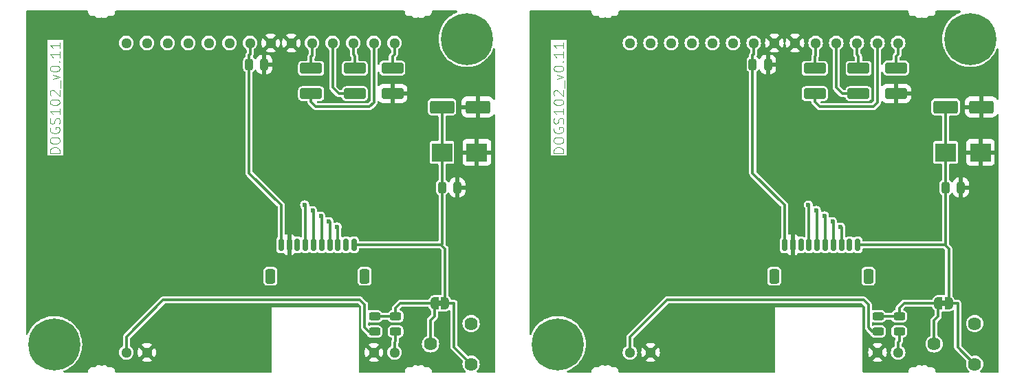
<source format=gtl>
G04 #@! TF.GenerationSoftware,KiCad,Pcbnew,7.0.8*
G04 #@! TF.CreationDate,2023-12-11T19:30:21+01:00*
G04 #@! TF.ProjectId,dogs102,646f6773-3130-4322-9e6b-696361645f70,rev?*
G04 #@! TF.SameCoordinates,Original*
G04 #@! TF.FileFunction,Copper,L1,Top*
G04 #@! TF.FilePolarity,Positive*
%FSLAX46Y46*%
G04 Gerber Fmt 4.6, Leading zero omitted, Abs format (unit mm)*
G04 Created by KiCad (PCBNEW 7.0.8) date 2023-12-11 19:30:21*
%MOMM*%
%LPD*%
G01*
G04 APERTURE LIST*
G04 Aperture macros list*
%AMRoundRect*
0 Rectangle with rounded corners*
0 $1 Rounding radius*
0 $2 $3 $4 $5 $6 $7 $8 $9 X,Y pos of 4 corners*
0 Add a 4 corners polygon primitive as box body*
4,1,4,$2,$3,$4,$5,$6,$7,$8,$9,$2,$3,0*
0 Add four circle primitives for the rounded corners*
1,1,$1+$1,$2,$3*
1,1,$1+$1,$4,$5*
1,1,$1+$1,$6,$7*
1,1,$1+$1,$8,$9*
0 Add four rect primitives between the rounded corners*
20,1,$1+$1,$2,$3,$4,$5,0*
20,1,$1+$1,$4,$5,$6,$7,0*
20,1,$1+$1,$6,$7,$8,$9,0*
20,1,$1+$1,$8,$9,$2,$3,0*%
%AMFreePoly0*
4,1,19,0.500000,-0.750000,0.000000,-0.750000,0.000000,-0.744911,-0.071157,-0.744911,-0.207708,-0.704816,-0.327430,-0.627875,-0.420627,-0.520320,-0.479746,-0.390866,-0.500000,-0.250000,-0.500000,0.250000,-0.479746,0.390866,-0.420627,0.520320,-0.327430,0.627875,-0.207708,0.704816,-0.071157,0.744911,0.000000,0.744911,0.000000,0.750000,0.500000,0.750000,0.500000,-0.750000,0.500000,-0.750000,
$1*%
%AMFreePoly1*
4,1,19,0.000000,0.744911,0.071157,0.744911,0.207708,0.704816,0.327430,0.627875,0.420627,0.520320,0.479746,0.390866,0.500000,0.250000,0.500000,-0.250000,0.479746,-0.390866,0.420627,-0.520320,0.327430,-0.627875,0.207708,-0.704816,0.071157,-0.744911,0.000000,-0.744911,0.000000,-0.750000,-0.500000,-0.750000,-0.500000,0.750000,0.000000,0.750000,0.000000,0.744911,0.000000,0.744911,
$1*%
G04 Aperture macros list end*
%ADD10C,0.101600*%
G04 #@! TA.AperFunction,NonConductor*
%ADD11C,0.101600*%
G04 #@! TD*
G04 #@! TA.AperFunction,SMDPad,CuDef*
%ADD12RoundRect,0.250000X1.100000X-0.412500X1.100000X0.412500X-1.100000X0.412500X-1.100000X-0.412500X0*%
G04 #@! TD*
G04 #@! TA.AperFunction,ComponentPad*
%ADD13C,0.800000*%
G04 #@! TD*
G04 #@! TA.AperFunction,ComponentPad*
%ADD14C,6.400000*%
G04 #@! TD*
G04 #@! TA.AperFunction,SMDPad,CuDef*
%ADD15RoundRect,0.243750X0.243750X0.456250X-0.243750X0.456250X-0.243750X-0.456250X0.243750X-0.456250X0*%
G04 #@! TD*
G04 #@! TA.AperFunction,SMDPad,CuDef*
%ADD16RoundRect,0.250000X-1.250000X-0.550000X1.250000X-0.550000X1.250000X0.550000X-1.250000X0.550000X0*%
G04 #@! TD*
G04 #@! TA.AperFunction,SMDPad,CuDef*
%ADD17RoundRect,0.243750X-0.243750X-0.456250X0.243750X-0.456250X0.243750X0.456250X-0.243750X0.456250X0*%
G04 #@! TD*
G04 #@! TA.AperFunction,SMDPad,CuDef*
%ADD18R,2.500000X2.300000*%
G04 #@! TD*
G04 #@! TA.AperFunction,SMDPad,CuDef*
%ADD19RoundRect,0.243750X0.456250X-0.243750X0.456250X0.243750X-0.456250X0.243750X-0.456250X-0.243750X0*%
G04 #@! TD*
G04 #@! TA.AperFunction,ComponentPad*
%ADD20C,1.280000*%
G04 #@! TD*
G04 #@! TA.AperFunction,SMDPad,CuDef*
%ADD21FreePoly0,180.000000*%
G04 #@! TD*
G04 #@! TA.AperFunction,SMDPad,CuDef*
%ADD22FreePoly1,180.000000*%
G04 #@! TD*
G04 #@! TA.AperFunction,ComponentPad*
%ADD23C,1.620000*%
G04 #@! TD*
G04 #@! TA.AperFunction,SMDPad,CuDef*
%ADD24RoundRect,0.150000X-0.150000X-0.625000X0.150000X-0.625000X0.150000X0.625000X-0.150000X0.625000X0*%
G04 #@! TD*
G04 #@! TA.AperFunction,SMDPad,CuDef*
%ADD25RoundRect,0.250000X-0.350000X-0.650000X0.350000X-0.650000X0.350000X0.650000X-0.350000X0.650000X0*%
G04 #@! TD*
G04 #@! TA.AperFunction,ViaPad*
%ADD26C,0.600000*%
G04 #@! TD*
G04 #@! TA.AperFunction,Conductor*
%ADD27C,0.350000*%
G04 #@! TD*
G04 APERTURE END LIST*
D10*
D11*
X184368668Y-99912868D02*
X183162168Y-99912868D01*
X183162168Y-99912868D02*
X183162168Y-99625606D01*
X183162168Y-99625606D02*
X183219620Y-99453249D01*
X183219620Y-99453249D02*
X183334525Y-99338344D01*
X183334525Y-99338344D02*
X183449430Y-99280891D01*
X183449430Y-99280891D02*
X183679239Y-99223439D01*
X183679239Y-99223439D02*
X183851596Y-99223439D01*
X183851596Y-99223439D02*
X184081406Y-99280891D01*
X184081406Y-99280891D02*
X184196311Y-99338344D01*
X184196311Y-99338344D02*
X184311216Y-99453249D01*
X184311216Y-99453249D02*
X184368668Y-99625606D01*
X184368668Y-99625606D02*
X184368668Y-99912868D01*
X183162168Y-98476558D02*
X183162168Y-98246749D01*
X183162168Y-98246749D02*
X183219620Y-98131844D01*
X183219620Y-98131844D02*
X183334525Y-98016939D01*
X183334525Y-98016939D02*
X183564335Y-97959487D01*
X183564335Y-97959487D02*
X183966501Y-97959487D01*
X183966501Y-97959487D02*
X184196311Y-98016939D01*
X184196311Y-98016939D02*
X184311216Y-98131844D01*
X184311216Y-98131844D02*
X184368668Y-98246749D01*
X184368668Y-98246749D02*
X184368668Y-98476558D01*
X184368668Y-98476558D02*
X184311216Y-98591463D01*
X184311216Y-98591463D02*
X184196311Y-98706368D01*
X184196311Y-98706368D02*
X183966501Y-98763820D01*
X183966501Y-98763820D02*
X183564335Y-98763820D01*
X183564335Y-98763820D02*
X183334525Y-98706368D01*
X183334525Y-98706368D02*
X183219620Y-98591463D01*
X183219620Y-98591463D02*
X183162168Y-98476558D01*
X183219620Y-96810439D02*
X183162168Y-96925344D01*
X183162168Y-96925344D02*
X183162168Y-97097701D01*
X183162168Y-97097701D02*
X183219620Y-97270058D01*
X183219620Y-97270058D02*
X183334525Y-97384963D01*
X183334525Y-97384963D02*
X183449430Y-97442416D01*
X183449430Y-97442416D02*
X183679239Y-97499868D01*
X183679239Y-97499868D02*
X183851596Y-97499868D01*
X183851596Y-97499868D02*
X184081406Y-97442416D01*
X184081406Y-97442416D02*
X184196311Y-97384963D01*
X184196311Y-97384963D02*
X184311216Y-97270058D01*
X184311216Y-97270058D02*
X184368668Y-97097701D01*
X184368668Y-97097701D02*
X184368668Y-96982797D01*
X184368668Y-96982797D02*
X184311216Y-96810439D01*
X184311216Y-96810439D02*
X184253763Y-96752987D01*
X184253763Y-96752987D02*
X183851596Y-96752987D01*
X183851596Y-96752987D02*
X183851596Y-96982797D01*
X184311216Y-96293368D02*
X184368668Y-96121011D01*
X184368668Y-96121011D02*
X184368668Y-95833749D01*
X184368668Y-95833749D02*
X184311216Y-95718844D01*
X184311216Y-95718844D02*
X184253763Y-95661392D01*
X184253763Y-95661392D02*
X184138858Y-95603939D01*
X184138858Y-95603939D02*
X184023954Y-95603939D01*
X184023954Y-95603939D02*
X183909049Y-95661392D01*
X183909049Y-95661392D02*
X183851596Y-95718844D01*
X183851596Y-95718844D02*
X183794144Y-95833749D01*
X183794144Y-95833749D02*
X183736692Y-96063558D01*
X183736692Y-96063558D02*
X183679239Y-96178463D01*
X183679239Y-96178463D02*
X183621787Y-96235916D01*
X183621787Y-96235916D02*
X183506882Y-96293368D01*
X183506882Y-96293368D02*
X183391977Y-96293368D01*
X183391977Y-96293368D02*
X183277073Y-96235916D01*
X183277073Y-96235916D02*
X183219620Y-96178463D01*
X183219620Y-96178463D02*
X183162168Y-96063558D01*
X183162168Y-96063558D02*
X183162168Y-95776297D01*
X183162168Y-95776297D02*
X183219620Y-95603939D01*
X184368668Y-94454891D02*
X184368668Y-95144320D01*
X184368668Y-94799606D02*
X183162168Y-94799606D01*
X183162168Y-94799606D02*
X183334525Y-94914510D01*
X183334525Y-94914510D02*
X183449430Y-95029415D01*
X183449430Y-95029415D02*
X183506882Y-95144320D01*
X183162168Y-93708010D02*
X183162168Y-93593105D01*
X183162168Y-93593105D02*
X183219620Y-93478201D01*
X183219620Y-93478201D02*
X183277073Y-93420748D01*
X183277073Y-93420748D02*
X183391977Y-93363296D01*
X183391977Y-93363296D02*
X183621787Y-93305843D01*
X183621787Y-93305843D02*
X183909049Y-93305843D01*
X183909049Y-93305843D02*
X184138858Y-93363296D01*
X184138858Y-93363296D02*
X184253763Y-93420748D01*
X184253763Y-93420748D02*
X184311216Y-93478201D01*
X184311216Y-93478201D02*
X184368668Y-93593105D01*
X184368668Y-93593105D02*
X184368668Y-93708010D01*
X184368668Y-93708010D02*
X184311216Y-93822915D01*
X184311216Y-93822915D02*
X184253763Y-93880367D01*
X184253763Y-93880367D02*
X184138858Y-93937820D01*
X184138858Y-93937820D02*
X183909049Y-93995272D01*
X183909049Y-93995272D02*
X183621787Y-93995272D01*
X183621787Y-93995272D02*
X183391977Y-93937820D01*
X183391977Y-93937820D02*
X183277073Y-93880367D01*
X183277073Y-93880367D02*
X183219620Y-93822915D01*
X183219620Y-93822915D02*
X183162168Y-93708010D01*
X183277073Y-92846224D02*
X183219620Y-92788772D01*
X183219620Y-92788772D02*
X183162168Y-92673867D01*
X183162168Y-92673867D02*
X183162168Y-92386605D01*
X183162168Y-92386605D02*
X183219620Y-92271700D01*
X183219620Y-92271700D02*
X183277073Y-92214248D01*
X183277073Y-92214248D02*
X183391977Y-92156795D01*
X183391977Y-92156795D02*
X183506882Y-92156795D01*
X183506882Y-92156795D02*
X183679239Y-92214248D01*
X183679239Y-92214248D02*
X184368668Y-92903676D01*
X184368668Y-92903676D02*
X184368668Y-92156795D01*
X184483573Y-91926986D02*
X184483573Y-91007747D01*
X183564335Y-90835390D02*
X184368668Y-90548128D01*
X184368668Y-90548128D02*
X183564335Y-90260867D01*
X183162168Y-89571438D02*
X183162168Y-89456533D01*
X183162168Y-89456533D02*
X183219620Y-89341629D01*
X183219620Y-89341629D02*
X183277073Y-89284176D01*
X183277073Y-89284176D02*
X183391977Y-89226724D01*
X183391977Y-89226724D02*
X183621787Y-89169271D01*
X183621787Y-89169271D02*
X183909049Y-89169271D01*
X183909049Y-89169271D02*
X184138858Y-89226724D01*
X184138858Y-89226724D02*
X184253763Y-89284176D01*
X184253763Y-89284176D02*
X184311216Y-89341629D01*
X184311216Y-89341629D02*
X184368668Y-89456533D01*
X184368668Y-89456533D02*
X184368668Y-89571438D01*
X184368668Y-89571438D02*
X184311216Y-89686343D01*
X184311216Y-89686343D02*
X184253763Y-89743795D01*
X184253763Y-89743795D02*
X184138858Y-89801248D01*
X184138858Y-89801248D02*
X183909049Y-89858700D01*
X183909049Y-89858700D02*
X183621787Y-89858700D01*
X183621787Y-89858700D02*
X183391977Y-89801248D01*
X183391977Y-89801248D02*
X183277073Y-89743795D01*
X183277073Y-89743795D02*
X183219620Y-89686343D01*
X183219620Y-89686343D02*
X183162168Y-89571438D01*
X184253763Y-88652200D02*
X184311216Y-88594747D01*
X184311216Y-88594747D02*
X184368668Y-88652200D01*
X184368668Y-88652200D02*
X184311216Y-88709652D01*
X184311216Y-88709652D02*
X184253763Y-88652200D01*
X184253763Y-88652200D02*
X184368668Y-88652200D01*
X184368668Y-87445699D02*
X184368668Y-88135128D01*
X184368668Y-87790414D02*
X183162168Y-87790414D01*
X183162168Y-87790414D02*
X183334525Y-87905318D01*
X183334525Y-87905318D02*
X183449430Y-88020223D01*
X183449430Y-88020223D02*
X183506882Y-88135128D01*
X184368668Y-86296651D02*
X184368668Y-86986080D01*
X184368668Y-86641366D02*
X183162168Y-86641366D01*
X183162168Y-86641366D02*
X183334525Y-86756270D01*
X183334525Y-86756270D02*
X183449430Y-86871175D01*
X183449430Y-86871175D02*
X183506882Y-86986080D01*
D10*
D11*
X122368668Y-99912868D02*
X121162168Y-99912868D01*
X121162168Y-99912868D02*
X121162168Y-99625606D01*
X121162168Y-99625606D02*
X121219620Y-99453249D01*
X121219620Y-99453249D02*
X121334525Y-99338344D01*
X121334525Y-99338344D02*
X121449430Y-99280891D01*
X121449430Y-99280891D02*
X121679239Y-99223439D01*
X121679239Y-99223439D02*
X121851596Y-99223439D01*
X121851596Y-99223439D02*
X122081406Y-99280891D01*
X122081406Y-99280891D02*
X122196311Y-99338344D01*
X122196311Y-99338344D02*
X122311216Y-99453249D01*
X122311216Y-99453249D02*
X122368668Y-99625606D01*
X122368668Y-99625606D02*
X122368668Y-99912868D01*
X121162168Y-98476558D02*
X121162168Y-98246749D01*
X121162168Y-98246749D02*
X121219620Y-98131844D01*
X121219620Y-98131844D02*
X121334525Y-98016939D01*
X121334525Y-98016939D02*
X121564335Y-97959487D01*
X121564335Y-97959487D02*
X121966501Y-97959487D01*
X121966501Y-97959487D02*
X122196311Y-98016939D01*
X122196311Y-98016939D02*
X122311216Y-98131844D01*
X122311216Y-98131844D02*
X122368668Y-98246749D01*
X122368668Y-98246749D02*
X122368668Y-98476558D01*
X122368668Y-98476558D02*
X122311216Y-98591463D01*
X122311216Y-98591463D02*
X122196311Y-98706368D01*
X122196311Y-98706368D02*
X121966501Y-98763820D01*
X121966501Y-98763820D02*
X121564335Y-98763820D01*
X121564335Y-98763820D02*
X121334525Y-98706368D01*
X121334525Y-98706368D02*
X121219620Y-98591463D01*
X121219620Y-98591463D02*
X121162168Y-98476558D01*
X121219620Y-96810439D02*
X121162168Y-96925344D01*
X121162168Y-96925344D02*
X121162168Y-97097701D01*
X121162168Y-97097701D02*
X121219620Y-97270058D01*
X121219620Y-97270058D02*
X121334525Y-97384963D01*
X121334525Y-97384963D02*
X121449430Y-97442416D01*
X121449430Y-97442416D02*
X121679239Y-97499868D01*
X121679239Y-97499868D02*
X121851596Y-97499868D01*
X121851596Y-97499868D02*
X122081406Y-97442416D01*
X122081406Y-97442416D02*
X122196311Y-97384963D01*
X122196311Y-97384963D02*
X122311216Y-97270058D01*
X122311216Y-97270058D02*
X122368668Y-97097701D01*
X122368668Y-97097701D02*
X122368668Y-96982797D01*
X122368668Y-96982797D02*
X122311216Y-96810439D01*
X122311216Y-96810439D02*
X122253763Y-96752987D01*
X122253763Y-96752987D02*
X121851596Y-96752987D01*
X121851596Y-96752987D02*
X121851596Y-96982797D01*
X122311216Y-96293368D02*
X122368668Y-96121011D01*
X122368668Y-96121011D02*
X122368668Y-95833749D01*
X122368668Y-95833749D02*
X122311216Y-95718844D01*
X122311216Y-95718844D02*
X122253763Y-95661392D01*
X122253763Y-95661392D02*
X122138858Y-95603939D01*
X122138858Y-95603939D02*
X122023954Y-95603939D01*
X122023954Y-95603939D02*
X121909049Y-95661392D01*
X121909049Y-95661392D02*
X121851596Y-95718844D01*
X121851596Y-95718844D02*
X121794144Y-95833749D01*
X121794144Y-95833749D02*
X121736692Y-96063558D01*
X121736692Y-96063558D02*
X121679239Y-96178463D01*
X121679239Y-96178463D02*
X121621787Y-96235916D01*
X121621787Y-96235916D02*
X121506882Y-96293368D01*
X121506882Y-96293368D02*
X121391977Y-96293368D01*
X121391977Y-96293368D02*
X121277073Y-96235916D01*
X121277073Y-96235916D02*
X121219620Y-96178463D01*
X121219620Y-96178463D02*
X121162168Y-96063558D01*
X121162168Y-96063558D02*
X121162168Y-95776297D01*
X121162168Y-95776297D02*
X121219620Y-95603939D01*
X122368668Y-94454891D02*
X122368668Y-95144320D01*
X122368668Y-94799606D02*
X121162168Y-94799606D01*
X121162168Y-94799606D02*
X121334525Y-94914510D01*
X121334525Y-94914510D02*
X121449430Y-95029415D01*
X121449430Y-95029415D02*
X121506882Y-95144320D01*
X121162168Y-93708010D02*
X121162168Y-93593105D01*
X121162168Y-93593105D02*
X121219620Y-93478201D01*
X121219620Y-93478201D02*
X121277073Y-93420748D01*
X121277073Y-93420748D02*
X121391977Y-93363296D01*
X121391977Y-93363296D02*
X121621787Y-93305843D01*
X121621787Y-93305843D02*
X121909049Y-93305843D01*
X121909049Y-93305843D02*
X122138858Y-93363296D01*
X122138858Y-93363296D02*
X122253763Y-93420748D01*
X122253763Y-93420748D02*
X122311216Y-93478201D01*
X122311216Y-93478201D02*
X122368668Y-93593105D01*
X122368668Y-93593105D02*
X122368668Y-93708010D01*
X122368668Y-93708010D02*
X122311216Y-93822915D01*
X122311216Y-93822915D02*
X122253763Y-93880367D01*
X122253763Y-93880367D02*
X122138858Y-93937820D01*
X122138858Y-93937820D02*
X121909049Y-93995272D01*
X121909049Y-93995272D02*
X121621787Y-93995272D01*
X121621787Y-93995272D02*
X121391977Y-93937820D01*
X121391977Y-93937820D02*
X121277073Y-93880367D01*
X121277073Y-93880367D02*
X121219620Y-93822915D01*
X121219620Y-93822915D02*
X121162168Y-93708010D01*
X121277073Y-92846224D02*
X121219620Y-92788772D01*
X121219620Y-92788772D02*
X121162168Y-92673867D01*
X121162168Y-92673867D02*
X121162168Y-92386605D01*
X121162168Y-92386605D02*
X121219620Y-92271700D01*
X121219620Y-92271700D02*
X121277073Y-92214248D01*
X121277073Y-92214248D02*
X121391977Y-92156795D01*
X121391977Y-92156795D02*
X121506882Y-92156795D01*
X121506882Y-92156795D02*
X121679239Y-92214248D01*
X121679239Y-92214248D02*
X122368668Y-92903676D01*
X122368668Y-92903676D02*
X122368668Y-92156795D01*
X122483573Y-91926986D02*
X122483573Y-91007747D01*
X121564335Y-90835390D02*
X122368668Y-90548128D01*
X122368668Y-90548128D02*
X121564335Y-90260867D01*
X121162168Y-89571438D02*
X121162168Y-89456533D01*
X121162168Y-89456533D02*
X121219620Y-89341629D01*
X121219620Y-89341629D02*
X121277073Y-89284176D01*
X121277073Y-89284176D02*
X121391977Y-89226724D01*
X121391977Y-89226724D02*
X121621787Y-89169271D01*
X121621787Y-89169271D02*
X121909049Y-89169271D01*
X121909049Y-89169271D02*
X122138858Y-89226724D01*
X122138858Y-89226724D02*
X122253763Y-89284176D01*
X122253763Y-89284176D02*
X122311216Y-89341629D01*
X122311216Y-89341629D02*
X122368668Y-89456533D01*
X122368668Y-89456533D02*
X122368668Y-89571438D01*
X122368668Y-89571438D02*
X122311216Y-89686343D01*
X122311216Y-89686343D02*
X122253763Y-89743795D01*
X122253763Y-89743795D02*
X122138858Y-89801248D01*
X122138858Y-89801248D02*
X121909049Y-89858700D01*
X121909049Y-89858700D02*
X121621787Y-89858700D01*
X121621787Y-89858700D02*
X121391977Y-89801248D01*
X121391977Y-89801248D02*
X121277073Y-89743795D01*
X121277073Y-89743795D02*
X121219620Y-89686343D01*
X121219620Y-89686343D02*
X121162168Y-89571438D01*
X122253763Y-88652200D02*
X122311216Y-88594747D01*
X122311216Y-88594747D02*
X122368668Y-88652200D01*
X122368668Y-88652200D02*
X122311216Y-88709652D01*
X122311216Y-88709652D02*
X122253763Y-88652200D01*
X122253763Y-88652200D02*
X122368668Y-88652200D01*
X122368668Y-87445699D02*
X122368668Y-88135128D01*
X122368668Y-87790414D02*
X121162168Y-87790414D01*
X121162168Y-87790414D02*
X121334525Y-87905318D01*
X121334525Y-87905318D02*
X121449430Y-88020223D01*
X121449430Y-88020223D02*
X121506882Y-88135128D01*
X122368668Y-86296651D02*
X122368668Y-86986080D01*
X122368668Y-86641366D02*
X121162168Y-86641366D01*
X121162168Y-86641366D02*
X121334525Y-86756270D01*
X121334525Y-86756270D02*
X121449430Y-86871175D01*
X121449430Y-86871175D02*
X121506882Y-86986080D01*
G04 #@! TA.AperFunction,EtchedComponent*
G36*
X169410000Y-118700000D02*
G01*
X168910000Y-118700000D01*
X168910000Y-118100000D01*
X169410000Y-118100000D01*
X169410000Y-118700000D01*
G37*
G04 #@! TD.AperFunction*
G04 #@! TA.AperFunction,EtchedComponent*
G36*
X231410000Y-118700000D02*
G01*
X230910000Y-118700000D01*
X230910000Y-118100000D01*
X231410000Y-118100000D01*
X231410000Y-118700000D01*
G37*
G04 #@! TD.AperFunction*
D12*
X158710000Y-92600000D03*
X158710000Y-89475000D03*
X163310000Y-92562500D03*
X163310000Y-89437500D03*
X153310000Y-92600000D03*
X153310000Y-89475000D03*
D13*
X119266000Y-123444000D03*
X119968944Y-121746944D03*
X119968944Y-125141056D03*
X121666000Y-121044000D03*
D14*
X121666000Y-123444000D03*
D13*
X121666000Y-125844000D03*
X123363056Y-121746944D03*
X123363056Y-125141056D03*
X124066000Y-123444000D03*
X170066000Y-85852000D03*
X170768944Y-84154944D03*
X170768944Y-87549056D03*
X172466000Y-83452000D03*
D14*
X172466000Y-85852000D03*
D13*
X172466000Y-88252000D03*
X174163056Y-84154944D03*
X174163056Y-87549056D03*
X174866000Y-85852000D03*
D15*
X147547500Y-89000000D03*
X145672500Y-89000000D03*
D16*
X169418000Y-94234000D03*
X173818000Y-94234000D03*
D17*
X169418000Y-104140000D03*
X171293000Y-104140000D03*
D18*
X169418000Y-99822000D03*
X173718000Y-99822000D03*
D19*
X161110000Y-121875000D03*
X161110000Y-120000000D03*
X163710000Y-121875000D03*
X163710000Y-120000000D03*
D20*
X130556000Y-124460000D03*
X133096000Y-124460000D03*
X161036000Y-124460000D03*
X163576000Y-124460000D03*
X163576000Y-86360000D03*
X161036000Y-86360000D03*
X158496000Y-86360000D03*
X155956000Y-86360000D03*
X153416000Y-86360000D03*
X150876000Y-86360000D03*
X148336000Y-86360000D03*
X145796000Y-86360000D03*
X143256000Y-86360000D03*
X140716000Y-86360000D03*
X138176000Y-86360000D03*
X135636000Y-86360000D03*
X133096000Y-86360000D03*
X130556000Y-86360000D03*
D21*
X169810000Y-118400000D03*
D22*
X168510000Y-118400000D03*
D23*
X173010000Y-120900000D03*
X168010000Y-123400000D03*
X173010000Y-125900000D03*
D24*
X211610000Y-111200000D03*
X212610000Y-111200000D03*
X213610000Y-111200000D03*
X214610000Y-111200000D03*
X215610000Y-111200000D03*
X216610000Y-111200000D03*
X217610000Y-111200000D03*
X218610000Y-111200000D03*
X219610000Y-111200000D03*
X220610000Y-111200000D03*
D25*
X210310000Y-115075000D03*
X221910000Y-115075000D03*
D19*
X223110000Y-121875000D03*
X223110000Y-120000000D03*
D20*
X192556000Y-124460000D03*
X195096000Y-124460000D03*
X223036000Y-124460000D03*
X225576000Y-124460000D03*
X225576000Y-86360000D03*
X223036000Y-86360000D03*
X220496000Y-86360000D03*
X217956000Y-86360000D03*
X215416000Y-86360000D03*
X212876000Y-86360000D03*
X210336000Y-86360000D03*
X207796000Y-86360000D03*
X205256000Y-86360000D03*
X202716000Y-86360000D03*
X200176000Y-86360000D03*
X197636000Y-86360000D03*
X195096000Y-86360000D03*
X192556000Y-86360000D03*
D18*
X231418000Y-99822000D03*
X235718000Y-99822000D03*
D12*
X225310000Y-92562500D03*
X225310000Y-89437500D03*
D15*
X209547500Y-89000000D03*
X207672500Y-89000000D03*
D17*
X231418000Y-104140000D03*
X233293000Y-104140000D03*
D16*
X231418000Y-94234000D03*
X235818000Y-94234000D03*
D24*
X149610000Y-111200000D03*
X150610000Y-111200000D03*
X151610000Y-111200000D03*
X152610000Y-111200000D03*
X153610000Y-111200000D03*
X154610000Y-111200000D03*
X155610000Y-111200000D03*
X156610000Y-111200000D03*
X157610000Y-111200000D03*
X158610000Y-111200000D03*
D25*
X148310000Y-115075000D03*
X159910000Y-115075000D03*
D12*
X215310000Y-92600000D03*
X215310000Y-89475000D03*
X220710000Y-92600000D03*
X220710000Y-89475000D03*
D13*
X232066000Y-85852000D03*
X232768944Y-84154944D03*
X232768944Y-87549056D03*
X234466000Y-83452000D03*
D14*
X234466000Y-85852000D03*
D13*
X234466000Y-88252000D03*
X236163056Y-84154944D03*
X236163056Y-87549056D03*
X236866000Y-85852000D03*
D23*
X235010000Y-120900000D03*
X230010000Y-123400000D03*
X235010000Y-125900000D03*
D19*
X225710000Y-121875000D03*
X225710000Y-120000000D03*
D21*
X231810000Y-118400000D03*
D22*
X230510000Y-118400000D03*
D13*
X181266000Y-123444000D03*
X181968944Y-121746944D03*
X181968944Y-125141056D03*
X183666000Y-121044000D03*
D14*
X183666000Y-123444000D03*
D13*
X183666000Y-125844000D03*
X185363056Y-121746944D03*
X185363056Y-125141056D03*
X186066000Y-123444000D03*
D26*
X214510000Y-106302000D03*
X152510000Y-106302000D03*
X215510000Y-106976500D03*
X153510000Y-106976500D03*
X154510000Y-107651000D03*
X216510000Y-107651000D03*
X217510000Y-108325500D03*
X155510000Y-108325500D03*
X156510000Y-109000000D03*
X218510000Y-109000000D03*
D27*
X211610000Y-106300000D02*
X211610000Y-111200000D01*
X207672500Y-89000000D02*
X207672500Y-87837500D01*
X145672500Y-89000000D02*
X145672500Y-87837500D01*
X207672500Y-87837500D02*
X207796000Y-87714000D01*
X149610000Y-106300000D02*
X149610000Y-111200000D01*
X145672500Y-87837500D02*
X145796000Y-87714000D01*
X207672500Y-89000000D02*
X207672500Y-102362500D01*
X207672500Y-102362500D02*
X211610000Y-106300000D01*
X145796000Y-87714000D02*
X145796000Y-86360000D01*
X145672500Y-89000000D02*
X145672500Y-102362500D01*
X145672500Y-102362500D02*
X149610000Y-106300000D01*
X207796000Y-87714000D02*
X207796000Y-86360000D01*
X153416000Y-86360000D02*
X153416000Y-87894000D01*
X215416000Y-86360000D02*
X215416000Y-87894000D01*
X153416000Y-87894000D02*
X153310000Y-88000000D01*
X215416000Y-87894000D02*
X215310000Y-88000000D01*
X153310000Y-89475000D02*
X153310000Y-88000000D01*
X215310000Y-89475000D02*
X215310000Y-88000000D01*
X160510000Y-94200000D02*
X153910000Y-94200000D01*
X161036000Y-86360000D02*
X161036000Y-93674000D01*
X223036000Y-86360000D02*
X223036000Y-93674000D01*
X215310000Y-93600000D02*
X215310000Y-92600000D01*
X153310000Y-93600000D02*
X153310000Y-92600000D01*
X153910000Y-94200000D02*
X153310000Y-93600000D01*
X223036000Y-93674000D02*
X222510000Y-94200000D01*
X215910000Y-94200000D02*
X215310000Y-93600000D01*
X161036000Y-93674000D02*
X160510000Y-94200000D01*
X222510000Y-94200000D02*
X215910000Y-94200000D01*
X220710000Y-88000000D02*
X220710000Y-89475000D01*
X220496000Y-87786000D02*
X220710000Y-88000000D01*
X158496000Y-87786000D02*
X158710000Y-88000000D01*
X158496000Y-86360000D02*
X158496000Y-87786000D01*
X158710000Y-88000000D02*
X158710000Y-89475000D01*
X220496000Y-86360000D02*
X220496000Y-87786000D01*
X155956000Y-91846000D02*
X156710000Y-92600000D01*
X217956000Y-86360000D02*
X217956000Y-91846000D01*
X217956000Y-91846000D02*
X218710000Y-92600000D01*
X218710000Y-92600000D02*
X220710000Y-92600000D01*
X156710000Y-92600000D02*
X158710000Y-92600000D01*
X155956000Y-86360000D02*
X155956000Y-91846000D01*
X225322000Y-87988000D02*
X225576000Y-87734000D01*
X163322000Y-89245500D02*
X163322000Y-87988000D01*
X163322000Y-87988000D02*
X163576000Y-87734000D01*
X163310000Y-89437500D02*
X163310000Y-88000000D01*
X163576000Y-87734000D02*
X163576000Y-86360000D01*
X163310000Y-88000000D02*
X163576000Y-87734000D01*
X225310000Y-89437500D02*
X225310000Y-88000000D01*
X225322000Y-89245500D02*
X225322000Y-87988000D01*
X225310000Y-88000000D02*
X225576000Y-87734000D01*
X225576000Y-87734000D02*
X225576000Y-86360000D01*
X152610000Y-111200000D02*
X152610000Y-106402000D01*
X152610000Y-106402000D02*
X152510000Y-106302000D01*
X214610000Y-106402000D02*
X214510000Y-106302000D01*
X214610000Y-111200000D02*
X214610000Y-106402000D01*
X153610000Y-107076500D02*
X153510000Y-106976500D01*
X215610000Y-111200000D02*
X215610000Y-107076500D01*
X215610000Y-107076500D02*
X215510000Y-106976500D01*
X153610000Y-111200000D02*
X153610000Y-107076500D01*
X163576000Y-124460000D02*
X163576000Y-123200000D01*
X163710000Y-121875000D02*
X163710000Y-123066000D01*
X163710000Y-123066000D02*
X163576000Y-123200000D01*
X225710000Y-123066000D02*
X225576000Y-123200000D01*
X225710000Y-121875000D02*
X225710000Y-123066000D01*
X225576000Y-124460000D02*
X225576000Y-123200000D01*
X221310000Y-118000000D02*
X197110000Y-118000000D01*
X159910000Y-118600000D02*
X159310000Y-118000000D01*
X159310000Y-118000000D02*
X135110000Y-118000000D01*
X197110000Y-118000000D02*
X192556000Y-122554000D01*
X135110000Y-118000000D02*
X130556000Y-122554000D01*
X130556000Y-122554000D02*
X130556000Y-124460000D01*
X222385000Y-121875000D02*
X221910000Y-121400000D01*
X161110000Y-121875000D02*
X160385000Y-121875000D01*
X160385000Y-121875000D02*
X159910000Y-121400000D01*
X159910000Y-121400000D02*
X159910000Y-118600000D01*
X221910000Y-121400000D02*
X221910000Y-118600000D01*
X221910000Y-118600000D02*
X221310000Y-118000000D01*
X223110000Y-121875000D02*
X222385000Y-121875000D01*
X192556000Y-122554000D02*
X192556000Y-124460000D01*
X232910000Y-123800000D02*
X235010000Y-125900000D01*
X169810000Y-111700000D02*
X169310000Y-111200000D01*
X169418000Y-111092000D02*
X169310000Y-111200000D01*
X232910000Y-118400000D02*
X232910000Y-123800000D01*
X169810000Y-118400000D02*
X170910000Y-118400000D01*
X220610000Y-111200000D02*
X231310000Y-111200000D01*
X169418000Y-99822000D02*
X169418000Y-104140000D01*
X231418000Y-94234000D02*
X231418000Y-99822000D01*
X231418000Y-111092000D02*
X231310000Y-111200000D01*
X170910000Y-118400000D02*
X170910000Y-123800000D01*
X170910000Y-123800000D02*
X173010000Y-125900000D01*
X169418000Y-94234000D02*
X169418000Y-99822000D01*
X231810000Y-111700000D02*
X231310000Y-111200000D01*
X231810000Y-118400000D02*
X231810000Y-111700000D01*
X169810000Y-118400000D02*
X169810000Y-111700000D01*
X169418000Y-104140000D02*
X169418000Y-111092000D01*
X231418000Y-104140000D02*
X231418000Y-111092000D01*
X231810000Y-118400000D02*
X232910000Y-118400000D01*
X231418000Y-99822000D02*
X231418000Y-104140000D01*
X158610000Y-111200000D02*
X169310000Y-111200000D01*
X168510000Y-118400000D02*
X164310000Y-118400000D01*
X230010000Y-123400000D02*
X230010000Y-120500000D01*
X226310000Y-118400000D02*
X225710000Y-119000000D01*
X164310000Y-118400000D02*
X163710000Y-119000000D01*
X161110000Y-120000000D02*
X163710000Y-120000000D01*
X225710000Y-119000000D02*
X225710000Y-120000000D01*
X223110000Y-120000000D02*
X225710000Y-120000000D01*
X168510000Y-120000000D02*
X168510000Y-118400000D01*
X163710000Y-119000000D02*
X163710000Y-120000000D01*
X168010000Y-123400000D02*
X168010000Y-120500000D01*
X230010000Y-120500000D02*
X230510000Y-120000000D01*
X230510000Y-118400000D02*
X226310000Y-118400000D01*
X230510000Y-120000000D02*
X230510000Y-118400000D01*
X168010000Y-120500000D02*
X168510000Y-120000000D01*
X154610000Y-107751000D02*
X154510000Y-107651000D01*
X154610000Y-111200000D02*
X154610000Y-107751000D01*
X216610000Y-111200000D02*
X216610000Y-107751000D01*
X216610000Y-107751000D02*
X216510000Y-107651000D01*
X155610000Y-111200000D02*
X155610000Y-108425500D01*
X155610000Y-108425500D02*
X155510000Y-108325500D01*
X217610000Y-111200000D02*
X217610000Y-108425500D01*
X217610000Y-108425500D02*
X217510000Y-108325500D01*
X156610000Y-111200000D02*
X156610000Y-109100000D01*
X156610000Y-109100000D02*
X156510000Y-109000000D01*
X218610000Y-109100000D02*
X218510000Y-109000000D01*
X218610000Y-111200000D02*
X218610000Y-109100000D01*
G04 #@! TA.AperFunction,Conductor*
G36*
X125733567Y-82375359D02*
G01*
X125801674Y-82395396D01*
X125848140Y-82449075D01*
X125859500Y-82501359D01*
X125859500Y-82621961D01*
X125900047Y-82760053D01*
X125977855Y-82881126D01*
X125977856Y-82881127D01*
X125977857Y-82881128D01*
X126086627Y-82975377D01*
X126217543Y-83035165D01*
X126324201Y-83050500D01*
X126324205Y-83050500D01*
X126395795Y-83050500D01*
X126395799Y-83050500D01*
X126502457Y-83035165D01*
X126568377Y-83005059D01*
X126638649Y-82994955D01*
X126703230Y-83024448D01*
X126726717Y-83051553D01*
X126777855Y-83131126D01*
X126777856Y-83131127D01*
X126777857Y-83131128D01*
X126886627Y-83225377D01*
X127017543Y-83285165D01*
X127124201Y-83300500D01*
X127124205Y-83300500D01*
X127195795Y-83300500D01*
X127195799Y-83300500D01*
X127302457Y-83285165D01*
X127433373Y-83225377D01*
X127433377Y-83225373D01*
X127440954Y-83220505D01*
X127442855Y-83223464D01*
X127492031Y-83200989D01*
X127562308Y-83211072D01*
X127578444Y-83221441D01*
X127579046Y-83220505D01*
X127586625Y-83225375D01*
X127586627Y-83225377D01*
X127717543Y-83285165D01*
X127824201Y-83300500D01*
X127824205Y-83300500D01*
X127895795Y-83300500D01*
X127895799Y-83300500D01*
X128002457Y-83285165D01*
X128133373Y-83225377D01*
X128242143Y-83131128D01*
X128293284Y-83051549D01*
X128346936Y-83005060D01*
X128417210Y-82994955D01*
X128451622Y-83005059D01*
X128517543Y-83035165D01*
X128624201Y-83050500D01*
X128624205Y-83050500D01*
X128695795Y-83050500D01*
X128695799Y-83050500D01*
X128802457Y-83035165D01*
X128933373Y-82975377D01*
X129042143Y-82881128D01*
X129119953Y-82760053D01*
X129160500Y-82621961D01*
X129160500Y-82501500D01*
X129180502Y-82433379D01*
X129234158Y-82386886D01*
X129286500Y-82375500D01*
X164733500Y-82375500D01*
X164801621Y-82395502D01*
X164848114Y-82449158D01*
X164859500Y-82501500D01*
X164859500Y-82621961D01*
X164900047Y-82760053D01*
X164977855Y-82881126D01*
X164977856Y-82881127D01*
X164977857Y-82881128D01*
X165086627Y-82975377D01*
X165217543Y-83035165D01*
X165324201Y-83050500D01*
X165324205Y-83050500D01*
X165395795Y-83050500D01*
X165395799Y-83050500D01*
X165502457Y-83035165D01*
X165568377Y-83005059D01*
X165638649Y-82994955D01*
X165703230Y-83024448D01*
X165726717Y-83051553D01*
X165777855Y-83131126D01*
X165777856Y-83131127D01*
X165777857Y-83131128D01*
X165886627Y-83225377D01*
X166017543Y-83285165D01*
X166124201Y-83300500D01*
X166124205Y-83300500D01*
X166195795Y-83300500D01*
X166195799Y-83300500D01*
X166302457Y-83285165D01*
X166433373Y-83225377D01*
X166433377Y-83225373D01*
X166440954Y-83220505D01*
X166442855Y-83223464D01*
X166492031Y-83200989D01*
X166562308Y-83211072D01*
X166578444Y-83221441D01*
X166579046Y-83220505D01*
X166586625Y-83225375D01*
X166586627Y-83225377D01*
X166717543Y-83285165D01*
X166824201Y-83300500D01*
X166824205Y-83300500D01*
X166895795Y-83300500D01*
X166895799Y-83300500D01*
X167002457Y-83285165D01*
X167133373Y-83225377D01*
X167242143Y-83131128D01*
X167293284Y-83051549D01*
X167346936Y-83005060D01*
X167417210Y-82994955D01*
X167451622Y-83005059D01*
X167517543Y-83035165D01*
X167624201Y-83050500D01*
X167624205Y-83050500D01*
X167695795Y-83050500D01*
X167695799Y-83050500D01*
X167802457Y-83035165D01*
X167933373Y-82975377D01*
X168042143Y-82881128D01*
X168119953Y-82760053D01*
X168160500Y-82621961D01*
X168160500Y-82501362D01*
X168180502Y-82433241D01*
X168234158Y-82386748D01*
X168286436Y-82375362D01*
X171201058Y-82373906D01*
X171269187Y-82393874D01*
X171315706Y-82447506D01*
X171325845Y-82517775D01*
X171296385Y-82582371D01*
X171241353Y-82619310D01*
X171222569Y-82625639D01*
X171185480Y-82638136D01*
X171185477Y-82638137D01*
X171185469Y-82638140D01*
X171185468Y-82638140D01*
X170845511Y-82795422D01*
X170845504Y-82795426D01*
X170524533Y-82988548D01*
X170524527Y-82988552D01*
X170226319Y-83215243D01*
X170226304Y-83215256D01*
X169954364Y-83472852D01*
X169711859Y-83758352D01*
X169711857Y-83758355D01*
X169501639Y-84068403D01*
X169501636Y-84068408D01*
X169501635Y-84068410D01*
X169326175Y-84399365D01*
X169326171Y-84399374D01*
X169187524Y-84747352D01*
X169087307Y-85108298D01*
X169026706Y-85477953D01*
X169006426Y-85851996D01*
X169006426Y-85852003D01*
X169026706Y-86226046D01*
X169087307Y-86595701D01*
X169187524Y-86956647D01*
X169306199Y-87254500D01*
X169326176Y-87304637D01*
X169501639Y-87635597D01*
X169711857Y-87945645D01*
X169753204Y-87994322D01*
X169954364Y-88231147D01*
X170226304Y-88488743D01*
X170226319Y-88488756D01*
X170524532Y-88715451D01*
X170845506Y-88908575D01*
X170876910Y-88923104D01*
X171185468Y-89065859D01*
X171185480Y-89065864D01*
X171540466Y-89185473D01*
X171906303Y-89265999D01*
X172278702Y-89306500D01*
X172278710Y-89306500D01*
X172653290Y-89306500D01*
X172653298Y-89306500D01*
X173025697Y-89265999D01*
X173391534Y-89185473D01*
X173746520Y-89065864D01*
X174086494Y-88908575D01*
X174407468Y-88715451D01*
X174705681Y-88488756D01*
X174733272Y-88462621D01*
X174977635Y-88231147D01*
X175033053Y-88165904D01*
X175220143Y-87945645D01*
X175430361Y-87635597D01*
X175605824Y-87304637D01*
X175703449Y-87059617D01*
X175747244Y-87003738D01*
X175814298Y-86980407D01*
X175883321Y-86997031D01*
X175932398Y-87048334D01*
X175946500Y-87106254D01*
X175946500Y-93220104D01*
X175926498Y-93288225D01*
X175872842Y-93334718D01*
X175802568Y-93344822D01*
X175737988Y-93315328D01*
X175713259Y-93286251D01*
X175666634Y-93210660D01*
X175666629Y-93210654D01*
X175541345Y-93085370D01*
X175541339Y-93085365D01*
X175390525Y-92992342D01*
X175222321Y-92936606D01*
X175222318Y-92936605D01*
X175118516Y-92926000D01*
X174072000Y-92926000D01*
X174072000Y-95542000D01*
X175118517Y-95542000D01*
X175118516Y-95541999D01*
X175222318Y-95531394D01*
X175222321Y-95531393D01*
X175390525Y-95475657D01*
X175541339Y-95382634D01*
X175541345Y-95382629D01*
X175666629Y-95257345D01*
X175666636Y-95257336D01*
X175713259Y-95181749D01*
X175766044Y-95134270D01*
X175836119Y-95122867D01*
X175901235Y-95151159D01*
X175940718Y-95210164D01*
X175946500Y-95247895D01*
X175946500Y-126798500D01*
X175926498Y-126866621D01*
X175872842Y-126913114D01*
X175820500Y-126924500D01*
X173791770Y-126924500D01*
X173723649Y-126904498D01*
X173677156Y-126850842D01*
X173667052Y-126780568D01*
X173696546Y-126715988D01*
X173711837Y-126701101D01*
X173739939Y-126678038D01*
X173766357Y-126656357D01*
X173899382Y-126494266D01*
X173998229Y-126309338D01*
X174059098Y-126108679D01*
X174060050Y-126099021D01*
X174079651Y-125900003D01*
X174079651Y-125899996D01*
X174059099Y-125691327D01*
X174059098Y-125691325D01*
X174059098Y-125691321D01*
X173998229Y-125490662D01*
X173899382Y-125305734D01*
X173766357Y-125143643D01*
X173604266Y-125010618D01*
X173419338Y-124911771D01*
X173218679Y-124850902D01*
X173218678Y-124850901D01*
X173218672Y-124850900D01*
X173010003Y-124830349D01*
X173009997Y-124830349D01*
X172801327Y-124850900D01*
X172694807Y-124883212D01*
X172623813Y-124883845D01*
X172569137Y-124851732D01*
X171376405Y-123659000D01*
X171342379Y-123596688D01*
X171339500Y-123569905D01*
X171339500Y-120900003D01*
X171940349Y-120900003D01*
X171960900Y-121108672D01*
X171960901Y-121108678D01*
X171960902Y-121108679D01*
X172021771Y-121309338D01*
X172120618Y-121494266D01*
X172253643Y-121656357D01*
X172415734Y-121789382D01*
X172600662Y-121888229D01*
X172801321Y-121949098D01*
X172801325Y-121949098D01*
X172801327Y-121949099D01*
X173009997Y-121969651D01*
X173010000Y-121969651D01*
X173010003Y-121969651D01*
X173218672Y-121949099D01*
X173218673Y-121949098D01*
X173218679Y-121949098D01*
X173419338Y-121888229D01*
X173604266Y-121789382D01*
X173766357Y-121656357D01*
X173899382Y-121494266D01*
X173998229Y-121309338D01*
X174059098Y-121108679D01*
X174063415Y-121064853D01*
X174079651Y-120900003D01*
X174079651Y-120899996D01*
X174059099Y-120691327D01*
X174059098Y-120691325D01*
X174059098Y-120691321D01*
X173998229Y-120490662D01*
X173899382Y-120305734D01*
X173766357Y-120143643D01*
X173604266Y-120010618D01*
X173419338Y-119911771D01*
X173218679Y-119850902D01*
X173218678Y-119850901D01*
X173218672Y-119850900D01*
X173010003Y-119830349D01*
X173009997Y-119830349D01*
X172801327Y-119850900D01*
X172600661Y-119911771D01*
X172415733Y-120010618D01*
X172253643Y-120143643D01*
X172120618Y-120305733D01*
X172021771Y-120490661D01*
X171960900Y-120691327D01*
X171940349Y-120899996D01*
X171940349Y-120900003D01*
X171339500Y-120900003D01*
X171339500Y-118462586D01*
X171342660Y-118434546D01*
X171343136Y-118432460D01*
X171343135Y-118432459D01*
X171343136Y-118432459D01*
X171339676Y-118386285D01*
X171339500Y-118381576D01*
X171339500Y-118367815D01*
X171337616Y-118355321D01*
X171337446Y-118354195D01*
X171336922Y-118349553D01*
X171333461Y-118303348D01*
X171332675Y-118301347D01*
X171325373Y-118274090D01*
X171325054Y-118271974D01*
X171325052Y-118271967D01*
X171304961Y-118230250D01*
X171303084Y-118225950D01*
X171286159Y-118182825D01*
X171284822Y-118181148D01*
X171269810Y-118157257D01*
X171268877Y-118155319D01*
X171237380Y-118121375D01*
X171234305Y-118117801D01*
X171205432Y-118081595D01*
X171205430Y-118081594D01*
X171203648Y-118080379D01*
X171182274Y-118061984D01*
X171180818Y-118060415D01*
X171180813Y-118060411D01*
X171147405Y-118041123D01*
X171140717Y-118037262D01*
X171136731Y-118034757D01*
X171098459Y-118008663D01*
X171097323Y-118008312D01*
X171096403Y-118008029D01*
X171070543Y-117996746D01*
X171068689Y-117995676D01*
X171068686Y-117995674D01*
X171058481Y-117993344D01*
X171023533Y-117985367D01*
X171018991Y-117984150D01*
X170994179Y-117976497D01*
X170974738Y-117970500D01*
X170974737Y-117970500D01*
X170972586Y-117970500D01*
X170944551Y-117967341D01*
X170942461Y-117966864D01*
X170942459Y-117966864D01*
X170908252Y-117969427D01*
X170896285Y-117970324D01*
X170891576Y-117970500D01*
X170643938Y-117970500D01*
X170575817Y-117950498D01*
X170529325Y-117896843D01*
X170470989Y-117769108D01*
X170470988Y-117769105D01*
X170436765Y-117715851D01*
X170431063Y-117706978D01*
X170431061Y-117706976D01*
X170431060Y-117706974D01*
X170336906Y-117598313D01*
X170302527Y-117568524D01*
X170282988Y-117551593D01*
X170244604Y-117491867D01*
X170239500Y-117456368D01*
X170239500Y-111727665D01*
X170239896Y-111720606D01*
X170244048Y-111683759D01*
X170233502Y-111628027D01*
X170225054Y-111571973D01*
X170222664Y-111564227D01*
X170219978Y-111556551D01*
X170219977Y-111556543D01*
X170193482Y-111506412D01*
X170168878Y-111455321D01*
X170168875Y-111455318D01*
X170164310Y-111448622D01*
X170159479Y-111442077D01*
X170159478Y-111442074D01*
X170119383Y-111401979D01*
X170080813Y-111360411D01*
X170073433Y-111354526D01*
X170074006Y-111353807D01*
X170061992Y-111344588D01*
X169885286Y-111167881D01*
X169851261Y-111105569D01*
X169848470Y-111074075D01*
X169849619Y-111043368D01*
X169849617Y-111043363D01*
X169848562Y-111033985D01*
X169849475Y-111033882D01*
X169847500Y-111018871D01*
X169847500Y-105142661D01*
X169867502Y-105074540D01*
X169897992Y-105041792D01*
X169902987Y-105038052D01*
X169902991Y-105038051D01*
X170017689Y-104952189D01*
X170082327Y-104865842D01*
X170103549Y-104837494D01*
X170107867Y-104829586D01*
X170109955Y-104830726D01*
X170144760Y-104784226D01*
X170211278Y-104759411D01*
X170280653Y-104774497D01*
X170330859Y-104824696D01*
X170339880Y-104845456D01*
X170363293Y-104916112D01*
X170455551Y-105065686D01*
X170455556Y-105065692D01*
X170579807Y-105189943D01*
X170579813Y-105189948D01*
X170729387Y-105282206D01*
X170896191Y-105337480D01*
X170896203Y-105337482D01*
X170999144Y-105347999D01*
X171038999Y-105347999D01*
X171039000Y-105347998D01*
X171039000Y-104394000D01*
X171547000Y-104394000D01*
X171547000Y-105347999D01*
X171586847Y-105347999D01*
X171689802Y-105337482D01*
X171856612Y-105282206D01*
X172006186Y-105189948D01*
X172006192Y-105189943D01*
X172130443Y-105065692D01*
X172130448Y-105065686D01*
X172222706Y-104916112D01*
X172277980Y-104749308D01*
X172277982Y-104749296D01*
X172288499Y-104646355D01*
X172288500Y-104646355D01*
X172288500Y-104394000D01*
X171547000Y-104394000D01*
X171039000Y-104394000D01*
X171039000Y-102932000D01*
X171547000Y-102932000D01*
X171547000Y-103886000D01*
X172288499Y-103886000D01*
X172288499Y-103633652D01*
X172277982Y-103530697D01*
X172222706Y-103363887D01*
X172130448Y-103214313D01*
X172130443Y-103214307D01*
X172006192Y-103090056D01*
X172006186Y-103090051D01*
X171856612Y-102997793D01*
X171689808Y-102942519D01*
X171689796Y-102942517D01*
X171586855Y-102932000D01*
X171547000Y-102932000D01*
X171039000Y-102932000D01*
X170999153Y-102932000D01*
X170896197Y-102942517D01*
X170729387Y-102997793D01*
X170579813Y-103090051D01*
X170579807Y-103090056D01*
X170455556Y-103214307D01*
X170455551Y-103214313D01*
X170363294Y-103363886D01*
X170339880Y-103434544D01*
X170299466Y-103492915D01*
X170233909Y-103520170D01*
X170164024Y-103507656D01*
X170111999Y-103459346D01*
X170106649Y-103448183D01*
X170103549Y-103442505D01*
X170017689Y-103327810D01*
X169897991Y-103238205D01*
X169855444Y-103181369D01*
X169847500Y-103137337D01*
X169847500Y-101352499D01*
X169867502Y-101284378D01*
X169921158Y-101237885D01*
X169973500Y-101226499D01*
X170693064Y-101226499D01*
X170693066Y-101226499D01*
X170693069Y-101226498D01*
X170693072Y-101226498D01*
X170735978Y-101217964D01*
X170767301Y-101211734D01*
X170851484Y-101155484D01*
X170907734Y-101071301D01*
X170922500Y-100997067D01*
X170922499Y-100076000D01*
X171960000Y-100076000D01*
X171960000Y-101020597D01*
X171966505Y-101081093D01*
X172017555Y-101217964D01*
X172017555Y-101217965D01*
X172105095Y-101334904D01*
X172222034Y-101422444D01*
X172358906Y-101473494D01*
X172419402Y-101479999D01*
X172419415Y-101480000D01*
X173464000Y-101480000D01*
X173464000Y-100076000D01*
X173972000Y-100076000D01*
X173972000Y-101480000D01*
X175016585Y-101480000D01*
X175016597Y-101479999D01*
X175077093Y-101473494D01*
X175213964Y-101422444D01*
X175213965Y-101422444D01*
X175330904Y-101334904D01*
X175418444Y-101217965D01*
X175418444Y-101217964D01*
X175469494Y-101081093D01*
X175475999Y-101020597D01*
X175476000Y-101020585D01*
X175476000Y-100076000D01*
X173972000Y-100076000D01*
X173464000Y-100076000D01*
X171960000Y-100076000D01*
X170922499Y-100076000D01*
X170922499Y-99568000D01*
X171960000Y-99568000D01*
X173464000Y-99568000D01*
X173464000Y-98164000D01*
X173972000Y-98164000D01*
X173972000Y-99568000D01*
X175476000Y-99568000D01*
X175476000Y-98623414D01*
X175475999Y-98623402D01*
X175469494Y-98562906D01*
X175418444Y-98426035D01*
X175418444Y-98426034D01*
X175330904Y-98309095D01*
X175213965Y-98221555D01*
X175077093Y-98170505D01*
X175016597Y-98164000D01*
X173972000Y-98164000D01*
X173464000Y-98164000D01*
X172419402Y-98164000D01*
X172358906Y-98170505D01*
X172222035Y-98221555D01*
X172222034Y-98221555D01*
X172105095Y-98309095D01*
X172017555Y-98426034D01*
X172017555Y-98426035D01*
X171966505Y-98562906D01*
X171960000Y-98623402D01*
X171960000Y-99568000D01*
X170922499Y-99568000D01*
X170922499Y-98646934D01*
X170922498Y-98646930D01*
X170922498Y-98646926D01*
X170907734Y-98572699D01*
X170851483Y-98488515D01*
X170767302Y-98432266D01*
X170693069Y-98417500D01*
X170693067Y-98417500D01*
X169973500Y-98417500D01*
X169905379Y-98397498D01*
X169858886Y-98343842D01*
X169847500Y-98291500D01*
X169847500Y-95414499D01*
X169867502Y-95346378D01*
X169921158Y-95299885D01*
X169973500Y-95288499D01*
X170716247Y-95288499D01*
X170716254Y-95288499D01*
X170776342Y-95282040D01*
X170912267Y-95231342D01*
X171028404Y-95144404D01*
X171115342Y-95028267D01*
X171166040Y-94892342D01*
X171172500Y-94832255D01*
X171172500Y-94488000D01*
X171810000Y-94488000D01*
X171810000Y-94834516D01*
X171820605Y-94938318D01*
X171820606Y-94938321D01*
X171876342Y-95106525D01*
X171969365Y-95257339D01*
X171969370Y-95257345D01*
X172094654Y-95382629D01*
X172094660Y-95382634D01*
X172245474Y-95475657D01*
X172413678Y-95531393D01*
X172413681Y-95531394D01*
X172517483Y-95541999D01*
X172517483Y-95542000D01*
X173564000Y-95542000D01*
X173564000Y-94488000D01*
X171810000Y-94488000D01*
X171172500Y-94488000D01*
X171172499Y-93980000D01*
X171810000Y-93980000D01*
X173564000Y-93980000D01*
X173564000Y-92926000D01*
X172517483Y-92926000D01*
X172413681Y-92936605D01*
X172413678Y-92936606D01*
X172245474Y-92992342D01*
X172094660Y-93085365D01*
X172094654Y-93085370D01*
X171969370Y-93210654D01*
X171969365Y-93210660D01*
X171876342Y-93361474D01*
X171820606Y-93529678D01*
X171820605Y-93529681D01*
X171810000Y-93633483D01*
X171810000Y-93980000D01*
X171172499Y-93980000D01*
X171172499Y-93635746D01*
X171166040Y-93575658D01*
X171115342Y-93439733D01*
X171028404Y-93323596D01*
X170912267Y-93236658D01*
X170912265Y-93236657D01*
X170912266Y-93236657D01*
X170776349Y-93185962D01*
X170776344Y-93185960D01*
X170776342Y-93185960D01*
X170746298Y-93182730D01*
X170716256Y-93179500D01*
X168119753Y-93179500D01*
X168119729Y-93179502D01*
X168059660Y-93185959D01*
X168059658Y-93185959D01*
X167923733Y-93236657D01*
X167807596Y-93323596D01*
X167720657Y-93439734D01*
X167669962Y-93575650D01*
X167669960Y-93575658D01*
X167663500Y-93635737D01*
X167663500Y-94832246D01*
X167663502Y-94832270D01*
X167669959Y-94892339D01*
X167669959Y-94892341D01*
X167720657Y-95028266D01*
X167720658Y-95028267D01*
X167807596Y-95144404D01*
X167923733Y-95231342D01*
X168059658Y-95282040D01*
X168119745Y-95288500D01*
X168862500Y-95288499D01*
X168930621Y-95308501D01*
X168977114Y-95362157D01*
X168988500Y-95414499D01*
X168988500Y-98291500D01*
X168968498Y-98359621D01*
X168914842Y-98406114D01*
X168862500Y-98417500D01*
X168142936Y-98417500D01*
X168142926Y-98417501D01*
X168068699Y-98432265D01*
X167984515Y-98488516D01*
X167928266Y-98572697D01*
X167913500Y-98646930D01*
X167913500Y-100997063D01*
X167913501Y-100997073D01*
X167928265Y-101071300D01*
X167984516Y-101155484D01*
X168068697Y-101211733D01*
X168068699Y-101211734D01*
X168142933Y-101226500D01*
X168862500Y-101226499D01*
X168930621Y-101246501D01*
X168977114Y-101300157D01*
X168988500Y-101352499D01*
X168988500Y-103137337D01*
X168968498Y-103205458D01*
X168938009Y-103238205D01*
X168818310Y-103327810D01*
X168732450Y-103442505D01*
X168682380Y-103576750D01*
X168676000Y-103636083D01*
X168676000Y-104643900D01*
X168676002Y-104643921D01*
X168682379Y-104703246D01*
X168732450Y-104837494D01*
X168818310Y-104952188D01*
X168818311Y-104952189D01*
X168933009Y-105038051D01*
X168933012Y-105038052D01*
X168938008Y-105041792D01*
X168980555Y-105098628D01*
X168988500Y-105142661D01*
X168988500Y-110644500D01*
X168968498Y-110712621D01*
X168914842Y-110759114D01*
X168862500Y-110770500D01*
X159290500Y-110770500D01*
X159222379Y-110750498D01*
X159175886Y-110696842D01*
X159164500Y-110644500D01*
X159164500Y-110543167D01*
X159149498Y-110448446D01*
X159149498Y-110448445D01*
X159110000Y-110370926D01*
X159091326Y-110334276D01*
X159000723Y-110243673D01*
X158886553Y-110185501D01*
X158821836Y-110175251D01*
X158791834Y-110170500D01*
X158428166Y-110170500D01*
X158402266Y-110174602D01*
X158333446Y-110185501D01*
X158219276Y-110243673D01*
X158219274Y-110243675D01*
X158199095Y-110263855D01*
X158136783Y-110297881D01*
X158065968Y-110292816D01*
X158020905Y-110263855D01*
X158000723Y-110243673D01*
X157886553Y-110185501D01*
X157821836Y-110175251D01*
X157791834Y-110170500D01*
X157428166Y-110170500D01*
X157402266Y-110174602D01*
X157333446Y-110185501D01*
X157222703Y-110241928D01*
X157152926Y-110255032D01*
X157087141Y-110228332D01*
X157046235Y-110170304D01*
X157039500Y-110129661D01*
X157039500Y-109195716D01*
X157049093Y-109147494D01*
X157050228Y-109144754D01*
X157069285Y-109000000D01*
X157050228Y-108855246D01*
X156994355Y-108720358D01*
X156905474Y-108604526D01*
X156905472Y-108604524D01*
X156905471Y-108604523D01*
X156789649Y-108515649D01*
X156789641Y-108515644D01*
X156654752Y-108459771D01*
X156510000Y-108440715D01*
X156365247Y-108459771D01*
X156339940Y-108470254D01*
X156235142Y-108513663D01*
X156164554Y-108521252D01*
X156101067Y-108489473D01*
X156064839Y-108428415D01*
X156062003Y-108380811D01*
X156069285Y-108325500D01*
X156050228Y-108180746D01*
X155994355Y-108045858D01*
X155905474Y-107930026D01*
X155905472Y-107930024D01*
X155905471Y-107930023D01*
X155789649Y-107841149D01*
X155789641Y-107841144D01*
X155654752Y-107785271D01*
X155510000Y-107766215D01*
X155365247Y-107785271D01*
X155339940Y-107795754D01*
X155235142Y-107839163D01*
X155164554Y-107846752D01*
X155101067Y-107814973D01*
X155064839Y-107753915D01*
X155062003Y-107706311D01*
X155069285Y-107651000D01*
X155050228Y-107506246D01*
X154994355Y-107371358D01*
X154905474Y-107255526D01*
X154905472Y-107255524D01*
X154905471Y-107255523D01*
X154789649Y-107166649D01*
X154789641Y-107166644D01*
X154654752Y-107110771D01*
X154510000Y-107091715D01*
X154365247Y-107110771D01*
X154339940Y-107121254D01*
X154235142Y-107164663D01*
X154164554Y-107172252D01*
X154101067Y-107140473D01*
X154064839Y-107079415D01*
X154062003Y-107031811D01*
X154069285Y-106976500D01*
X154050228Y-106831746D01*
X153994355Y-106696858D01*
X153905474Y-106581026D01*
X153905472Y-106581024D01*
X153905471Y-106581023D01*
X153789649Y-106492149D01*
X153789641Y-106492144D01*
X153654752Y-106436271D01*
X153510000Y-106417215D01*
X153365247Y-106436271D01*
X153339940Y-106446754D01*
X153235142Y-106490163D01*
X153164554Y-106497752D01*
X153101067Y-106465973D01*
X153064839Y-106404915D01*
X153062003Y-106357311D01*
X153069285Y-106302000D01*
X153050228Y-106157246D01*
X152994355Y-106022358D01*
X152905474Y-105906526D01*
X152905472Y-105906524D01*
X152905471Y-105906523D01*
X152789649Y-105817649D01*
X152789641Y-105817644D01*
X152654752Y-105761771D01*
X152510000Y-105742715D01*
X152365247Y-105761771D01*
X152297802Y-105789708D01*
X152230358Y-105817645D01*
X152230357Y-105817646D01*
X152230356Y-105817646D01*
X152114526Y-105906526D01*
X152025646Y-106022356D01*
X152025645Y-106022358D01*
X152011991Y-106055321D01*
X151969771Y-106157247D01*
X151950715Y-106301999D01*
X151950715Y-106302000D01*
X151969771Y-106446752D01*
X152025644Y-106581641D01*
X152025649Y-106581649D01*
X152114523Y-106697471D01*
X152114524Y-106697472D01*
X152114526Y-106697474D01*
X152131203Y-106710270D01*
X152173070Y-106767605D01*
X152180500Y-106810233D01*
X152180500Y-110129661D01*
X152160498Y-110197782D01*
X152106842Y-110244275D01*
X152036568Y-110254379D01*
X151997297Y-110241928D01*
X151886553Y-110185501D01*
X151821836Y-110175251D01*
X151791834Y-110170500D01*
X151428166Y-110170500D01*
X151428165Y-110170500D01*
X151368890Y-110179887D01*
X151298479Y-110170786D01*
X151260087Y-110144533D01*
X151166503Y-110050949D01*
X151166501Y-110050948D01*
X151023401Y-109966318D01*
X150864000Y-109920007D01*
X150864000Y-112479991D01*
X151023399Y-112433681D01*
X151166500Y-112349052D01*
X151260086Y-112255466D01*
X151322398Y-112221441D01*
X151368891Y-112220112D01*
X151428166Y-112229500D01*
X151428168Y-112229500D01*
X151791832Y-112229500D01*
X151791834Y-112229500D01*
X151886555Y-112214498D01*
X152000723Y-112156326D01*
X152020905Y-112136143D01*
X152083215Y-112102119D01*
X152154030Y-112107183D01*
X152199094Y-112136143D01*
X152219277Y-112156326D01*
X152333445Y-112214498D01*
X152428166Y-112229500D01*
X152428168Y-112229500D01*
X152791832Y-112229500D01*
X152791834Y-112229500D01*
X152886555Y-112214498D01*
X153000723Y-112156326D01*
X153020905Y-112136143D01*
X153083215Y-112102119D01*
X153154030Y-112107183D01*
X153199094Y-112136143D01*
X153219277Y-112156326D01*
X153333445Y-112214498D01*
X153428166Y-112229500D01*
X153428168Y-112229500D01*
X153791832Y-112229500D01*
X153791834Y-112229500D01*
X153886555Y-112214498D01*
X154000723Y-112156326D01*
X154020905Y-112136143D01*
X154083215Y-112102119D01*
X154154030Y-112107183D01*
X154199094Y-112136143D01*
X154219277Y-112156326D01*
X154333445Y-112214498D01*
X154428166Y-112229500D01*
X154428168Y-112229500D01*
X154791832Y-112229500D01*
X154791834Y-112229500D01*
X154886555Y-112214498D01*
X155000723Y-112156326D01*
X155020905Y-112136143D01*
X155083215Y-112102119D01*
X155154030Y-112107183D01*
X155199094Y-112136143D01*
X155219277Y-112156326D01*
X155333445Y-112214498D01*
X155428166Y-112229500D01*
X155428168Y-112229500D01*
X155791832Y-112229500D01*
X155791834Y-112229500D01*
X155886555Y-112214498D01*
X156000723Y-112156326D01*
X156020905Y-112136143D01*
X156083215Y-112102119D01*
X156154030Y-112107183D01*
X156199094Y-112136143D01*
X156219277Y-112156326D01*
X156333445Y-112214498D01*
X156428166Y-112229500D01*
X156428168Y-112229500D01*
X156791832Y-112229500D01*
X156791834Y-112229500D01*
X156886555Y-112214498D01*
X157000723Y-112156326D01*
X157020905Y-112136143D01*
X157083215Y-112102119D01*
X157154030Y-112107183D01*
X157199094Y-112136143D01*
X157219277Y-112156326D01*
X157333445Y-112214498D01*
X157428166Y-112229500D01*
X157428168Y-112229500D01*
X157791832Y-112229500D01*
X157791834Y-112229500D01*
X157886555Y-112214498D01*
X158000723Y-112156326D01*
X158020905Y-112136143D01*
X158083215Y-112102119D01*
X158154030Y-112107183D01*
X158199094Y-112136143D01*
X158219277Y-112156326D01*
X158333445Y-112214498D01*
X158428166Y-112229500D01*
X158428168Y-112229500D01*
X158791832Y-112229500D01*
X158791834Y-112229500D01*
X158886555Y-112214498D01*
X159000723Y-112156326D01*
X159091326Y-112065723D01*
X159149498Y-111951555D01*
X159164500Y-111856834D01*
X159164500Y-111755500D01*
X159184502Y-111687379D01*
X159238158Y-111640886D01*
X159290500Y-111629500D01*
X169079906Y-111629500D01*
X169148027Y-111649502D01*
X169169001Y-111666405D01*
X169343595Y-111840999D01*
X169377621Y-111903311D01*
X169380500Y-111930094D01*
X169380500Y-117273084D01*
X169360498Y-117341205D01*
X169306842Y-117387698D01*
X169279083Y-117396663D01*
X169210697Y-117410266D01*
X169208214Y-117411295D01*
X169202369Y-117411923D01*
X169198529Y-117412687D01*
X169198460Y-117412343D01*
X169137624Y-117418881D01*
X169111786Y-117411295D01*
X169109301Y-117410265D01*
X169010005Y-117390514D01*
X169010000Y-117390514D01*
X168438111Y-117390514D01*
X168438105Y-117390514D01*
X168365018Y-117401022D01*
X168364997Y-117401027D01*
X168227060Y-117441529D01*
X168227048Y-117441533D01*
X168159866Y-117472214D01*
X168159862Y-117472216D01*
X168038911Y-117549947D01*
X167983094Y-117598312D01*
X167888944Y-117706969D01*
X167888936Y-117706978D01*
X167849010Y-117769108D01*
X167790675Y-117896843D01*
X167744182Y-117950498D01*
X167676062Y-117970500D01*
X164337664Y-117970500D01*
X164330605Y-117970104D01*
X164293759Y-117965952D01*
X164293758Y-117965952D01*
X164293757Y-117965952D01*
X164238027Y-117976497D01*
X164181972Y-117984946D01*
X164174207Y-117987340D01*
X164166539Y-117990024D01*
X164116413Y-118016516D01*
X164065319Y-118041123D01*
X164058634Y-118045680D01*
X164052070Y-118050525D01*
X164032025Y-118070570D01*
X164011979Y-118090616D01*
X163990417Y-118110623D01*
X163970410Y-118129187D01*
X163964528Y-118136563D01*
X163963813Y-118135993D01*
X163954589Y-118148005D01*
X163425854Y-118676739D01*
X163420584Y-118681449D01*
X163391599Y-118704564D01*
X163359651Y-118751423D01*
X163325984Y-118797040D01*
X163322188Y-118804220D01*
X163318663Y-118811542D01*
X163301946Y-118865734D01*
X163289918Y-118900110D01*
X163283220Y-118919252D01*
X163281710Y-118927232D01*
X163280500Y-118935262D01*
X163280500Y-118991986D01*
X163278380Y-119048632D01*
X163279438Y-119058011D01*
X163278521Y-119058114D01*
X163280500Y-119073126D01*
X163280500Y-119136820D01*
X163260498Y-119204941D01*
X163206842Y-119251434D01*
X163167970Y-119262098D01*
X163146752Y-119264379D01*
X163012505Y-119314450D01*
X162897810Y-119400310D01*
X162808205Y-119520009D01*
X162751369Y-119562556D01*
X162707337Y-119570500D01*
X162112663Y-119570500D01*
X162044542Y-119550498D01*
X162011795Y-119520009D01*
X161922189Y-119400310D01*
X161807494Y-119314450D01*
X161775036Y-119302344D01*
X161673250Y-119264380D01*
X161643579Y-119261190D01*
X161613910Y-119258000D01*
X160606099Y-119258000D01*
X160606078Y-119258002D01*
X160546753Y-119264379D01*
X160509530Y-119278262D01*
X160438714Y-119283325D01*
X160376403Y-119249299D01*
X160342379Y-119186986D01*
X160339500Y-119160205D01*
X160339500Y-118627664D01*
X160339896Y-118620604D01*
X160344048Y-118583759D01*
X160333502Y-118528027D01*
X160325054Y-118471973D01*
X160322664Y-118464227D01*
X160319978Y-118456551D01*
X160319977Y-118456543D01*
X160293482Y-118406412D01*
X160268878Y-118355321D01*
X160268875Y-118355318D01*
X160264310Y-118348622D01*
X160259479Y-118342077D01*
X160259478Y-118342074D01*
X160219383Y-118301979D01*
X160180813Y-118260411D01*
X160173433Y-118254526D01*
X160174006Y-118253807D01*
X160161992Y-118244588D01*
X159901552Y-117984148D01*
X159633256Y-117715851D01*
X159628544Y-117710578D01*
X159625673Y-117706978D01*
X159605434Y-117681598D01*
X159605433Y-117681597D01*
X159605434Y-117681597D01*
X159558575Y-117649650D01*
X159512960Y-117615984D01*
X159505782Y-117612190D01*
X159498456Y-117608662D01*
X159444265Y-117591946D01*
X159390751Y-117573221D01*
X159382772Y-117571710D01*
X159374737Y-117570500D01*
X159318013Y-117570500D01*
X159261367Y-117568380D01*
X159251985Y-117569438D01*
X159251882Y-117568524D01*
X159236871Y-117570500D01*
X135137666Y-117570500D01*
X135130608Y-117570104D01*
X135093759Y-117565952D01*
X135093758Y-117565952D01*
X135093757Y-117565952D01*
X135038027Y-117576497D01*
X134981972Y-117584946D01*
X134974213Y-117587338D01*
X134966543Y-117590022D01*
X134916402Y-117616522D01*
X134865321Y-117641121D01*
X134858617Y-117645691D01*
X134852068Y-117650525D01*
X134811966Y-117690628D01*
X134770412Y-117729185D01*
X134764527Y-117736565D01*
X134763811Y-117735994D01*
X134754590Y-117748003D01*
X130271859Y-122230735D01*
X130266589Y-122235445D01*
X130237599Y-122258564D01*
X130205651Y-122305423D01*
X130171984Y-122351040D01*
X130168188Y-122358220D01*
X130164663Y-122365542D01*
X130147946Y-122419734D01*
X130134506Y-122458146D01*
X130129220Y-122473252D01*
X130127710Y-122481232D01*
X130126500Y-122489262D01*
X130126500Y-122545986D01*
X130124380Y-122602632D01*
X130125438Y-122612011D01*
X130124521Y-122612114D01*
X130126500Y-122627126D01*
X130126500Y-123602187D01*
X130106498Y-123670308D01*
X130074561Y-123704123D01*
X129954163Y-123791596D01*
X129828351Y-123931325D01*
X129828346Y-123931332D01*
X129734334Y-124094167D01*
X129734330Y-124094175D01*
X129676229Y-124272993D01*
X129676228Y-124272997D01*
X129676228Y-124272999D01*
X129656573Y-124460000D01*
X129671606Y-124603030D01*
X129676229Y-124647006D01*
X129734330Y-124825824D01*
X129734334Y-124825832D01*
X129828346Y-124988667D01*
X129828351Y-124988674D01*
X129954163Y-125128403D01*
X129954166Y-125128405D01*
X130106286Y-125238927D01*
X130278062Y-125315406D01*
X130461984Y-125354500D01*
X130650016Y-125354500D01*
X130833938Y-125315406D01*
X131005714Y-125238927D01*
X131157834Y-125128405D01*
X131283652Y-124988670D01*
X131377667Y-124825830D01*
X131435772Y-124647001D01*
X131455427Y-124460004D01*
X131943082Y-124460004D01*
X131962712Y-124671842D01*
X131962712Y-124671846D01*
X132020933Y-124876473D01*
X132020936Y-124876481D01*
X132115770Y-125066935D01*
X132121829Y-125074958D01*
X132121830Y-125074958D01*
X132706013Y-124490774D01*
X132720465Y-124582019D01*
X132776551Y-124692093D01*
X132863907Y-124779449D01*
X132973981Y-124835535D01*
X133065223Y-124849986D01*
X132483939Y-125431269D01*
X132582100Y-125492050D01*
X132780487Y-125568905D01*
X132989625Y-125608000D01*
X133202375Y-125608000D01*
X133411512Y-125568905D01*
X133609897Y-125492050D01*
X133708059Y-125431269D01*
X133126776Y-124849986D01*
X133218019Y-124835535D01*
X133328093Y-124779449D01*
X133415449Y-124692093D01*
X133471535Y-124582019D01*
X133485986Y-124490777D01*
X134070168Y-125074959D01*
X134070168Y-125074958D01*
X134076229Y-125066934D01*
X134076231Y-125066932D01*
X134171063Y-124876481D01*
X134171066Y-124876473D01*
X134229287Y-124671846D01*
X134229287Y-124671842D01*
X134248918Y-124460004D01*
X134248918Y-124459995D01*
X134229287Y-124248157D01*
X134229287Y-124248153D01*
X134171066Y-124043526D01*
X134171063Y-124043518D01*
X134076229Y-123853064D01*
X134070169Y-123845040D01*
X134070168Y-123845040D01*
X133485986Y-124429222D01*
X133471535Y-124337981D01*
X133415449Y-124227907D01*
X133328093Y-124140551D01*
X133218019Y-124084465D01*
X133126776Y-124070013D01*
X133708060Y-123488728D01*
X133609905Y-123427953D01*
X133609901Y-123427951D01*
X133411512Y-123351094D01*
X133202375Y-123312000D01*
X132989625Y-123312000D01*
X132780487Y-123351094D01*
X132582098Y-123427951D01*
X132582094Y-123427953D01*
X132483938Y-123488729D01*
X133065222Y-124070013D01*
X132973981Y-124084465D01*
X132863907Y-124140551D01*
X132776551Y-124227907D01*
X132720465Y-124337981D01*
X132706013Y-124429223D01*
X132121829Y-123845040D01*
X132115770Y-123853064D01*
X132020936Y-124043518D01*
X132020933Y-124043526D01*
X131962712Y-124248153D01*
X131962712Y-124248157D01*
X131943082Y-124459995D01*
X131943082Y-124460004D01*
X131455427Y-124460004D01*
X131455427Y-124460000D01*
X131435772Y-124272999D01*
X131397873Y-124156357D01*
X131377669Y-124094175D01*
X131377665Y-124094167D01*
X131363712Y-124070000D01*
X131283652Y-123931330D01*
X131283649Y-123931327D01*
X131283648Y-123931325D01*
X131157836Y-123791596D01*
X131157837Y-123791596D01*
X131037439Y-123704122D01*
X130994085Y-123647899D01*
X130985500Y-123602186D01*
X130985500Y-122784094D01*
X131005502Y-122715973D01*
X131022405Y-122694999D01*
X135251000Y-118466405D01*
X135313312Y-118432379D01*
X135340095Y-118429500D01*
X159079906Y-118429500D01*
X159148027Y-118449502D01*
X159169001Y-118466405D01*
X159443595Y-118740999D01*
X159477621Y-118803311D01*
X159480500Y-118830094D01*
X159480500Y-121372335D01*
X159480104Y-121379393D01*
X159475952Y-121416241D01*
X159486497Y-121471972D01*
X159491132Y-121502728D01*
X159494945Y-121528025D01*
X159497344Y-121535804D01*
X159500023Y-121543458D01*
X159526517Y-121593587D01*
X159551120Y-121644678D01*
X159555671Y-121651351D01*
X159560520Y-121657923D01*
X159560522Y-121657926D01*
X159560524Y-121657928D01*
X159560527Y-121657932D01*
X159600616Y-121698020D01*
X159639187Y-121739589D01*
X159639188Y-121739590D01*
X159646572Y-121745478D01*
X159645997Y-121746198D01*
X159658010Y-121755414D01*
X160061742Y-122159147D01*
X160066453Y-122164419D01*
X160089563Y-122193399D01*
X160089564Y-122193399D01*
X160089566Y-122193402D01*
X160115697Y-122211217D01*
X160136420Y-122225347D01*
X160141193Y-122228869D01*
X160184129Y-122285411D01*
X160184433Y-122286220D01*
X160211948Y-122359989D01*
X160211950Y-122359994D01*
X160297810Y-122474689D01*
X160412505Y-122560549D01*
X160412507Y-122560549D01*
X160412509Y-122560551D01*
X160546750Y-122610620D01*
X160606091Y-122617000D01*
X161613908Y-122616999D01*
X161673250Y-122610620D01*
X161807491Y-122560551D01*
X161902721Y-122489263D01*
X161922189Y-122474689D01*
X162008049Y-122359994D01*
X162008049Y-122359993D01*
X162008051Y-122359991D01*
X162058120Y-122225750D01*
X162064500Y-122166409D01*
X162064499Y-121583592D01*
X162058120Y-121524250D01*
X162008051Y-121390009D01*
X162008049Y-121390007D01*
X162008049Y-121390005D01*
X161922189Y-121275310D01*
X161807494Y-121189450D01*
X161775036Y-121177344D01*
X161673250Y-121139380D01*
X161643579Y-121136190D01*
X161613910Y-121133000D01*
X160606099Y-121133000D01*
X160606078Y-121133002D01*
X160546753Y-121139379D01*
X160509530Y-121153262D01*
X160438714Y-121158325D01*
X160376403Y-121124299D01*
X160342379Y-121061986D01*
X160339500Y-121035205D01*
X160339500Y-120839794D01*
X160359502Y-120771673D01*
X160413158Y-120725180D01*
X160483432Y-120715076D01*
X160509527Y-120721736D01*
X160546750Y-120735620D01*
X160606091Y-120742000D01*
X161613908Y-120741999D01*
X161673250Y-120735620D01*
X161807491Y-120685551D01*
X161838988Y-120661973D01*
X161922189Y-120599689D01*
X162011795Y-120479991D01*
X162068631Y-120437444D01*
X162112663Y-120429500D01*
X162707337Y-120429500D01*
X162775458Y-120449502D01*
X162808205Y-120479991D01*
X162897810Y-120599689D01*
X163012505Y-120685549D01*
X163012507Y-120685549D01*
X163012509Y-120685551D01*
X163146750Y-120735620D01*
X163206091Y-120742000D01*
X164213908Y-120741999D01*
X164273250Y-120735620D01*
X164407491Y-120685551D01*
X164438988Y-120661973D01*
X164522189Y-120599689D01*
X164608049Y-120484994D01*
X164608049Y-120484993D01*
X164608051Y-120484991D01*
X164658120Y-120350750D01*
X164664500Y-120291409D01*
X164664499Y-119708592D01*
X164658120Y-119649250D01*
X164608051Y-119515009D01*
X164608049Y-119515007D01*
X164608049Y-119515005D01*
X164522189Y-119400310D01*
X164407494Y-119314450D01*
X164379239Y-119303911D01*
X164296547Y-119273069D01*
X164239712Y-119230523D01*
X164214901Y-119164003D01*
X164229992Y-119094629D01*
X164251481Y-119065923D01*
X164451001Y-118866404D01*
X164513313Y-118832379D01*
X164540096Y-118829500D01*
X167676062Y-118829500D01*
X167744183Y-118849502D01*
X167790675Y-118903157D01*
X167841273Y-119013950D01*
X167849012Y-119030895D01*
X167860411Y-119048632D01*
X167888936Y-119093021D01*
X167888938Y-119093024D01*
X167888940Y-119093026D01*
X167926887Y-119136820D01*
X167983096Y-119201690D01*
X168037011Y-119248406D01*
X168075396Y-119308131D01*
X168080500Y-119343631D01*
X168080500Y-119769903D01*
X168060498Y-119838024D01*
X168043595Y-119858999D01*
X167725854Y-120176739D01*
X167720584Y-120181449D01*
X167691599Y-120204564D01*
X167659651Y-120251423D01*
X167625984Y-120297040D01*
X167622188Y-120304220D01*
X167618663Y-120311542D01*
X167601946Y-120365734D01*
X167583221Y-120419249D01*
X167583220Y-120419252D01*
X167581710Y-120427232D01*
X167580500Y-120435262D01*
X167580500Y-120491986D01*
X167578380Y-120548632D01*
X167579438Y-120558011D01*
X167578521Y-120558114D01*
X167580500Y-120573126D01*
X167580500Y-122347025D01*
X167560498Y-122415146D01*
X167513898Y-122458146D01*
X167415735Y-122510616D01*
X167253643Y-122643643D01*
X167120618Y-122805733D01*
X167021771Y-122990661D01*
X166960900Y-123191327D01*
X166940349Y-123399996D01*
X166940349Y-123400003D01*
X166960900Y-123608672D01*
X166960901Y-123608678D01*
X166960902Y-123608679D01*
X167021771Y-123809338D01*
X167120618Y-123994266D01*
X167253643Y-124156357D01*
X167415734Y-124289382D01*
X167600662Y-124388229D01*
X167801321Y-124449098D01*
X167801325Y-124449098D01*
X167801327Y-124449099D01*
X168009997Y-124469651D01*
X168010000Y-124469651D01*
X168010003Y-124469651D01*
X168218672Y-124449099D01*
X168218673Y-124449098D01*
X168218679Y-124449098D01*
X168419338Y-124388229D01*
X168604266Y-124289382D01*
X168766357Y-124156357D01*
X168899382Y-123994266D01*
X168998229Y-123809338D01*
X169059098Y-123608679D01*
X169059738Y-123602187D01*
X169079651Y-123400003D01*
X169079651Y-123399996D01*
X169059099Y-123191327D01*
X169059098Y-123191325D01*
X169059098Y-123191321D01*
X168998229Y-122990662D01*
X168899382Y-122805734D01*
X168766357Y-122643643D01*
X168604266Y-122510618D01*
X168604267Y-122510618D01*
X168604264Y-122510616D01*
X168506102Y-122458146D01*
X168455455Y-122408393D01*
X168439500Y-122347025D01*
X168439500Y-120730094D01*
X168459502Y-120661973D01*
X168476399Y-120641004D01*
X168794157Y-120323246D01*
X168799403Y-120318558D01*
X168828402Y-120295434D01*
X168860348Y-120248576D01*
X168894016Y-120202959D01*
X168894017Y-120202956D01*
X168897814Y-120195772D01*
X168901333Y-120188462D01*
X168901337Y-120188458D01*
X168904952Y-120176739D01*
X168918054Y-120134265D01*
X168929401Y-120101834D01*
X168936779Y-120080751D01*
X168936779Y-120080745D01*
X168938289Y-120072765D01*
X168939500Y-120064735D01*
X168939500Y-120008028D01*
X168940193Y-119989500D01*
X168941620Y-119951368D01*
X168941618Y-119951360D01*
X168940563Y-119941988D01*
X168941475Y-119941885D01*
X168939500Y-119926869D01*
X168939500Y-119526915D01*
X168959502Y-119458794D01*
X169013158Y-119412301D01*
X169040919Y-119403336D01*
X169056131Y-119400310D01*
X169109301Y-119389734D01*
X169109305Y-119389730D01*
X169111779Y-119388707D01*
X169117625Y-119388078D01*
X169121473Y-119387313D01*
X169121541Y-119387657D01*
X169182369Y-119381116D01*
X169208221Y-119388707D01*
X169210694Y-119389730D01*
X169210699Y-119389734D01*
X169279082Y-119403336D01*
X169309994Y-119409485D01*
X169309997Y-119409485D01*
X169310000Y-119409486D01*
X169310001Y-119409486D01*
X169881889Y-119409486D01*
X169931764Y-119402314D01*
X169954981Y-119398977D01*
X169954982Y-119398976D01*
X169954994Y-119398975D01*
X170092949Y-119358468D01*
X170160132Y-119327787D01*
X170281086Y-119250055D01*
X170281088Y-119250052D01*
X170284871Y-119247622D01*
X170285809Y-119249081D01*
X170345505Y-119226813D01*
X170414879Y-119241900D01*
X170465084Y-119292100D01*
X170480500Y-119352491D01*
X170480500Y-123772335D01*
X170480104Y-123779395D01*
X170475952Y-123816242D01*
X170477947Y-123826787D01*
X170486497Y-123871972D01*
X170491132Y-123902728D01*
X170494945Y-123928025D01*
X170497344Y-123935804D01*
X170500023Y-123943458D01*
X170526517Y-123993587D01*
X170551120Y-124044678D01*
X170555671Y-124051351D01*
X170560520Y-124057923D01*
X170560522Y-124057926D01*
X170560524Y-124057928D01*
X170560527Y-124057932D01*
X170587061Y-124084465D01*
X170600616Y-124098020D01*
X170639187Y-124139589D01*
X170639188Y-124139590D01*
X170646572Y-124145478D01*
X170645998Y-124146197D01*
X170658012Y-124155416D01*
X171961732Y-125459137D01*
X171995758Y-125521449D01*
X171993212Y-125584807D01*
X171960900Y-125691327D01*
X171940349Y-125899996D01*
X171940349Y-125900003D01*
X171960900Y-126108672D01*
X171960901Y-126108678D01*
X171960902Y-126108679D01*
X171979161Y-126168872D01*
X172021771Y-126309338D01*
X172120618Y-126494266D01*
X172253645Y-126656359D01*
X172308163Y-126701101D01*
X172348132Y-126759778D01*
X172350033Y-126830749D01*
X172313262Y-126891481D01*
X172249494Y-126922693D01*
X172228230Y-126924500D01*
X168286500Y-126924500D01*
X168218379Y-126904498D01*
X168171886Y-126850842D01*
X168160500Y-126798500D01*
X168160500Y-126678038D01*
X168148594Y-126637491D01*
X168119953Y-126539947D01*
X168042143Y-126418872D01*
X167933373Y-126324623D01*
X167802457Y-126264835D01*
X167695799Y-126249500D01*
X167624201Y-126249500D01*
X167538874Y-126261768D01*
X167517542Y-126264835D01*
X167451622Y-126294940D01*
X167381348Y-126305043D01*
X167316767Y-126275550D01*
X167293282Y-126248446D01*
X167242144Y-126168873D01*
X167133373Y-126074623D01*
X167002457Y-126014835D01*
X166895799Y-125999500D01*
X166824201Y-125999500D01*
X166738874Y-126011768D01*
X166717542Y-126014835D01*
X166586626Y-126074623D01*
X166579046Y-126079495D01*
X166577150Y-126076544D01*
X166527892Y-126099021D01*
X166457621Y-126088895D01*
X166441550Y-126078567D01*
X166440954Y-126079495D01*
X166433373Y-126074623D01*
X166302457Y-126014835D01*
X166195799Y-125999500D01*
X166124201Y-125999500D01*
X166038874Y-126011768D01*
X166017542Y-126014835D01*
X165886626Y-126074623D01*
X165777856Y-126168872D01*
X165726717Y-126248447D01*
X165673061Y-126294940D01*
X165602787Y-126305043D01*
X165568377Y-126294940D01*
X165502457Y-126264835D01*
X165395799Y-126249500D01*
X165324201Y-126249500D01*
X165238874Y-126261768D01*
X165217542Y-126264835D01*
X165086626Y-126324623D01*
X164977855Y-126418873D01*
X164900047Y-126539946D01*
X164859500Y-126678038D01*
X164859500Y-126798500D01*
X164839498Y-126866621D01*
X164785842Y-126913114D01*
X164733500Y-126924500D01*
X159311500Y-126924500D01*
X159243379Y-126904498D01*
X159196886Y-126850842D01*
X159185500Y-126798500D01*
X159185500Y-124460004D01*
X159883082Y-124460004D01*
X159902712Y-124671842D01*
X159902712Y-124671846D01*
X159960933Y-124876473D01*
X159960936Y-124876481D01*
X160055770Y-125066935D01*
X160061829Y-125074958D01*
X160061830Y-125074958D01*
X160646013Y-124490774D01*
X160660465Y-124582019D01*
X160716551Y-124692093D01*
X160803907Y-124779449D01*
X160913981Y-124835535D01*
X161005223Y-124849986D01*
X160423939Y-125431269D01*
X160522100Y-125492050D01*
X160720487Y-125568905D01*
X160929625Y-125608000D01*
X161142375Y-125608000D01*
X161351512Y-125568905D01*
X161549897Y-125492050D01*
X161648059Y-125431269D01*
X161066776Y-124849986D01*
X161158019Y-124835535D01*
X161268093Y-124779449D01*
X161355449Y-124692093D01*
X161411535Y-124582019D01*
X161425986Y-124490777D01*
X162010168Y-125074959D01*
X162010168Y-125074958D01*
X162016229Y-125066934D01*
X162016231Y-125066932D01*
X162111063Y-124876481D01*
X162111066Y-124876473D01*
X162169287Y-124671846D01*
X162169287Y-124671842D01*
X162188918Y-124460004D01*
X162188918Y-124460000D01*
X162676573Y-124460000D01*
X162691606Y-124603030D01*
X162696229Y-124647006D01*
X162754330Y-124825824D01*
X162754334Y-124825832D01*
X162848346Y-124988667D01*
X162848351Y-124988674D01*
X162974163Y-125128403D01*
X162974166Y-125128405D01*
X163126286Y-125238927D01*
X163298062Y-125315406D01*
X163481984Y-125354500D01*
X163670016Y-125354500D01*
X163853938Y-125315406D01*
X164025714Y-125238927D01*
X164177834Y-125128405D01*
X164303652Y-124988670D01*
X164397667Y-124825830D01*
X164455772Y-124647001D01*
X164475427Y-124460000D01*
X164455772Y-124272999D01*
X164417873Y-124156357D01*
X164397669Y-124094175D01*
X164397665Y-124094167D01*
X164383712Y-124070000D01*
X164303652Y-123931330D01*
X164303649Y-123931327D01*
X164303648Y-123931325D01*
X164177836Y-123791596D01*
X164177837Y-123791596D01*
X164057439Y-123704122D01*
X164014085Y-123647899D01*
X164005500Y-123602186D01*
X164005500Y-123433890D01*
X164025502Y-123365769D01*
X164027394Y-123362912D01*
X164060348Y-123314577D01*
X164065422Y-123307701D01*
X164094017Y-123268958D01*
X164094019Y-123268952D01*
X164097806Y-123261788D01*
X164101333Y-123254462D01*
X164101337Y-123254458D01*
X164118047Y-123200285D01*
X164136780Y-123146751D01*
X164136780Y-123146746D01*
X164138283Y-123138805D01*
X164139500Y-123130737D01*
X164139500Y-123074039D01*
X164141620Y-123017368D01*
X164140563Y-123007986D01*
X164141475Y-123007883D01*
X164139500Y-122992868D01*
X164139500Y-122738179D01*
X164159502Y-122670058D01*
X164213158Y-122623565D01*
X164252034Y-122612901D01*
X164261911Y-122611838D01*
X164273250Y-122610620D01*
X164407491Y-122560551D01*
X164502721Y-122489263D01*
X164522189Y-122474689D01*
X164608049Y-122359994D01*
X164608049Y-122359993D01*
X164608051Y-122359991D01*
X164658120Y-122225750D01*
X164664500Y-122166409D01*
X164664499Y-121583592D01*
X164658120Y-121524250D01*
X164608051Y-121390009D01*
X164608049Y-121390007D01*
X164608049Y-121390005D01*
X164522189Y-121275310D01*
X164407494Y-121189450D01*
X164375036Y-121177344D01*
X164273250Y-121139380D01*
X164243579Y-121136190D01*
X164213910Y-121133000D01*
X163206099Y-121133000D01*
X163206078Y-121133002D01*
X163146753Y-121139379D01*
X163012505Y-121189450D01*
X162897810Y-121275310D01*
X162811950Y-121390005D01*
X162761880Y-121524250D01*
X162755500Y-121583583D01*
X162755500Y-122166400D01*
X162755502Y-122166421D01*
X162761879Y-122225746D01*
X162761879Y-122225748D01*
X162761880Y-122225750D01*
X162791596Y-122305423D01*
X162811950Y-122359994D01*
X162897810Y-122474689D01*
X163012505Y-122560549D01*
X163012507Y-122560549D01*
X163012509Y-122560551D01*
X163146750Y-122610620D01*
X163167970Y-122612901D01*
X163233562Y-122640071D01*
X163274052Y-122698389D01*
X163280500Y-122738179D01*
X163280500Y-122832108D01*
X163260498Y-122900229D01*
X163258606Y-122903086D01*
X163225651Y-122951423D01*
X163191984Y-122997040D01*
X163188188Y-123004220D01*
X163184663Y-123011542D01*
X163167946Y-123065734D01*
X163149221Y-123119249D01*
X163149220Y-123119252D01*
X163147710Y-123127232D01*
X163146500Y-123135262D01*
X163146500Y-123191986D01*
X163144380Y-123248632D01*
X163145438Y-123258011D01*
X163144521Y-123258114D01*
X163146500Y-123273126D01*
X163146500Y-123602187D01*
X163126498Y-123670308D01*
X163094561Y-123704123D01*
X162974163Y-123791596D01*
X162848351Y-123931325D01*
X162848346Y-123931332D01*
X162754334Y-124094167D01*
X162754330Y-124094175D01*
X162696229Y-124272993D01*
X162696228Y-124272997D01*
X162696228Y-124272999D01*
X162676573Y-124460000D01*
X162188918Y-124460000D01*
X162188918Y-124459995D01*
X162169287Y-124248157D01*
X162169287Y-124248153D01*
X162111066Y-124043526D01*
X162111063Y-124043518D01*
X162016229Y-123853064D01*
X162010169Y-123845040D01*
X162010168Y-123845040D01*
X161425986Y-124429222D01*
X161411535Y-124337981D01*
X161355449Y-124227907D01*
X161268093Y-124140551D01*
X161158019Y-124084465D01*
X161066776Y-124070013D01*
X161648060Y-123488728D01*
X161549905Y-123427953D01*
X161549901Y-123427951D01*
X161351512Y-123351094D01*
X161142375Y-123312000D01*
X160929625Y-123312000D01*
X160720487Y-123351094D01*
X160522098Y-123427951D01*
X160522094Y-123427953D01*
X160423938Y-123488729D01*
X161005222Y-124070013D01*
X160913981Y-124084465D01*
X160803907Y-124140551D01*
X160716551Y-124227907D01*
X160660465Y-124337981D01*
X160646013Y-124429223D01*
X160061829Y-123845040D01*
X160055770Y-123853064D01*
X159960936Y-124043518D01*
X159960933Y-124043526D01*
X159902712Y-124248153D01*
X159902712Y-124248157D01*
X159883082Y-124459995D01*
X159883082Y-124460004D01*
X159185500Y-124460004D01*
X159185500Y-119045529D01*
X159187414Y-119023648D01*
X159189122Y-119013955D01*
X159189124Y-119013952D01*
X159187414Y-119004253D01*
X159186249Y-118990940D01*
X159185500Y-118986692D01*
X159185500Y-118986688D01*
X159185498Y-118986683D01*
X159184748Y-118982428D01*
X159181290Y-118969522D01*
X159179581Y-118959829D01*
X159179581Y-118959828D01*
X159179579Y-118959827D01*
X159176062Y-118953735D01*
X159171549Y-118948355D01*
X159163016Y-118943429D01*
X159145025Y-118930831D01*
X159137479Y-118924499D01*
X159130881Y-118922097D01*
X159123952Y-118920875D01*
X159114254Y-118922586D01*
X159092375Y-118924500D01*
X148555530Y-118924500D01*
X148533650Y-118922586D01*
X148523952Y-118920875D01*
X148514254Y-118922586D01*
X148500938Y-118923750D01*
X148492453Y-118925246D01*
X148479539Y-118928706D01*
X148469827Y-118930419D01*
X148463737Y-118933934D01*
X148458354Y-118938452D01*
X148453426Y-118946987D01*
X148440835Y-118964969D01*
X148434499Y-118972519D01*
X148432097Y-118979119D01*
X148430876Y-118986048D01*
X148432586Y-118995746D01*
X148434500Y-119017624D01*
X148434500Y-126798500D01*
X148414498Y-126866621D01*
X148360842Y-126913114D01*
X148308500Y-126924500D01*
X129286500Y-126924500D01*
X129218379Y-126904498D01*
X129171886Y-126850842D01*
X129160500Y-126798500D01*
X129160500Y-126678038D01*
X129148594Y-126637491D01*
X129119953Y-126539947D01*
X129042143Y-126418872D01*
X128933373Y-126324623D01*
X128802457Y-126264835D01*
X128695799Y-126249500D01*
X128624201Y-126249500D01*
X128538874Y-126261768D01*
X128517542Y-126264835D01*
X128451622Y-126294940D01*
X128381348Y-126305043D01*
X128316767Y-126275550D01*
X128293282Y-126248446D01*
X128242144Y-126168873D01*
X128133373Y-126074623D01*
X128002457Y-126014835D01*
X127895799Y-125999500D01*
X127824201Y-125999500D01*
X127738874Y-126011768D01*
X127717542Y-126014835D01*
X127586626Y-126074623D01*
X127579046Y-126079495D01*
X127577150Y-126076544D01*
X127527892Y-126099021D01*
X127457621Y-126088895D01*
X127441550Y-126078567D01*
X127440954Y-126079495D01*
X127433373Y-126074623D01*
X127302457Y-126014835D01*
X127195799Y-125999500D01*
X127124201Y-125999500D01*
X127038874Y-126011768D01*
X127017542Y-126014835D01*
X126886626Y-126074623D01*
X126777856Y-126168872D01*
X126726717Y-126248447D01*
X126673061Y-126294940D01*
X126602787Y-126305043D01*
X126568377Y-126294940D01*
X126502457Y-126264835D01*
X126395799Y-126249500D01*
X126324201Y-126249500D01*
X126238874Y-126261768D01*
X126217542Y-126264835D01*
X126086626Y-126324623D01*
X125977855Y-126418873D01*
X125900047Y-126539946D01*
X125859500Y-126678038D01*
X125859500Y-126798500D01*
X125839498Y-126866621D01*
X125785842Y-126913114D01*
X125733500Y-126924500D01*
X122923738Y-126924500D01*
X122855617Y-126904498D01*
X122809124Y-126850842D01*
X122799020Y-126780568D01*
X122828514Y-126715988D01*
X122883506Y-126679096D01*
X122893003Y-126675896D01*
X122946520Y-126657864D01*
X123286494Y-126500575D01*
X123607468Y-126307451D01*
X123905681Y-126080756D01*
X124096503Y-125900000D01*
X124177635Y-125823147D01*
X124289609Y-125691321D01*
X124420143Y-125537645D01*
X124630361Y-125227597D01*
X124805824Y-124896637D01*
X124944476Y-124548647D01*
X125044691Y-124187706D01*
X125049831Y-124156357D01*
X125060025Y-124094175D01*
X125105294Y-123818046D01*
X125125574Y-123444000D01*
X125105294Y-123069954D01*
X125049873Y-122731904D01*
X125044692Y-122700298D01*
X125021564Y-122616999D01*
X124944476Y-122339353D01*
X124805824Y-121991363D01*
X124630361Y-121660403D01*
X124420143Y-121350355D01*
X124335941Y-121251225D01*
X124177635Y-121064852D01*
X123905695Y-120807256D01*
X123905680Y-120807243D01*
X123607472Y-120580552D01*
X123607466Y-120580548D01*
X123595131Y-120573126D01*
X123286494Y-120387425D01*
X123239610Y-120365734D01*
X122946531Y-120230140D01*
X122946519Y-120230135D01*
X122591543Y-120110530D01*
X122591542Y-120110529D01*
X122591534Y-120110527D01*
X122591529Y-120110525D01*
X122591526Y-120110525D01*
X122225714Y-120030004D01*
X122225685Y-120029999D01*
X121853305Y-119989500D01*
X121853298Y-119989500D01*
X121478702Y-119989500D01*
X121478694Y-119989500D01*
X121106314Y-120029999D01*
X121106285Y-120030004D01*
X120740473Y-120110525D01*
X120740456Y-120110530D01*
X120385480Y-120230135D01*
X120385468Y-120230140D01*
X120045511Y-120387422D01*
X120045504Y-120387426D01*
X119724533Y-120580548D01*
X119724527Y-120580552D01*
X119426319Y-120807243D01*
X119426304Y-120807256D01*
X119154364Y-121064852D01*
X118911859Y-121350352D01*
X118911857Y-121350355D01*
X118701639Y-121660403D01*
X118701636Y-121660408D01*
X118701635Y-121660410D01*
X118526175Y-121991365D01*
X118526171Y-121991374D01*
X118428551Y-122236382D01*
X118384756Y-122292261D01*
X118317702Y-122315592D01*
X118248679Y-122298967D01*
X118199602Y-122247665D01*
X118185500Y-122189745D01*
X118185500Y-115773246D01*
X147455500Y-115773246D01*
X147455502Y-115773270D01*
X147461959Y-115833339D01*
X147461959Y-115833341D01*
X147512657Y-115969266D01*
X147512658Y-115969267D01*
X147599596Y-116085404D01*
X147715733Y-116172342D01*
X147851658Y-116223040D01*
X147911745Y-116229500D01*
X148708254Y-116229499D01*
X148768342Y-116223040D01*
X148904267Y-116172342D01*
X149020404Y-116085404D01*
X149107342Y-115969267D01*
X149158040Y-115833342D01*
X149164500Y-115773255D01*
X149164500Y-115773246D01*
X159055500Y-115773246D01*
X159055502Y-115773270D01*
X159061959Y-115833339D01*
X159061959Y-115833341D01*
X159112657Y-115969266D01*
X159112658Y-115969267D01*
X159199596Y-116085404D01*
X159315733Y-116172342D01*
X159451658Y-116223040D01*
X159511745Y-116229500D01*
X160308254Y-116229499D01*
X160368342Y-116223040D01*
X160504267Y-116172342D01*
X160620404Y-116085404D01*
X160707342Y-115969267D01*
X160758040Y-115833342D01*
X160764500Y-115773255D01*
X160764499Y-114376746D01*
X160758040Y-114316658D01*
X160707342Y-114180733D01*
X160620404Y-114064596D01*
X160504267Y-113977658D01*
X160504265Y-113977657D01*
X160504266Y-113977657D01*
X160368349Y-113926962D01*
X160368344Y-113926960D01*
X160368342Y-113926960D01*
X160338298Y-113923730D01*
X160308256Y-113920500D01*
X159511753Y-113920500D01*
X159511729Y-113920502D01*
X159451660Y-113926959D01*
X159451658Y-113926959D01*
X159315733Y-113977657D01*
X159199596Y-114064596D01*
X159112657Y-114180734D01*
X159061962Y-114316650D01*
X159061960Y-114316658D01*
X159055500Y-114376737D01*
X159055500Y-115773246D01*
X149164500Y-115773246D01*
X149164499Y-114376746D01*
X149158040Y-114316658D01*
X149107342Y-114180733D01*
X149020404Y-114064596D01*
X148904267Y-113977658D01*
X148904265Y-113977657D01*
X148904266Y-113977657D01*
X148768349Y-113926962D01*
X148768344Y-113926960D01*
X148768342Y-113926960D01*
X148738298Y-113923730D01*
X148708256Y-113920500D01*
X147911753Y-113920500D01*
X147911729Y-113920502D01*
X147851660Y-113926959D01*
X147851658Y-113926959D01*
X147715733Y-113977657D01*
X147599596Y-114064596D01*
X147512657Y-114180734D01*
X147461962Y-114316650D01*
X147461960Y-114316658D01*
X147455500Y-114376737D01*
X147455500Y-115773246D01*
X118185500Y-115773246D01*
X118185500Y-85987165D01*
X120852682Y-85987165D01*
X120852682Y-100222354D01*
X122788873Y-100222354D01*
X122788873Y-86360000D01*
X129656573Y-86360000D01*
X129676229Y-86547006D01*
X129734330Y-86725824D01*
X129734334Y-86725832D01*
X129828346Y-86888667D01*
X129828351Y-86888674D01*
X129954163Y-87028403D01*
X129954166Y-87028405D01*
X130106286Y-87138927D01*
X130278062Y-87215406D01*
X130461984Y-87254500D01*
X130650016Y-87254500D01*
X130833938Y-87215406D01*
X131005714Y-87138927D01*
X131157834Y-87028405D01*
X131283652Y-86888670D01*
X131377667Y-86725830D01*
X131435772Y-86547001D01*
X131455427Y-86360000D01*
X132196573Y-86360000D01*
X132216229Y-86547006D01*
X132274330Y-86725824D01*
X132274334Y-86725832D01*
X132368346Y-86888667D01*
X132368351Y-86888674D01*
X132494163Y-87028403D01*
X132494166Y-87028405D01*
X132646286Y-87138927D01*
X132818062Y-87215406D01*
X133001984Y-87254500D01*
X133190016Y-87254500D01*
X133373938Y-87215406D01*
X133545714Y-87138927D01*
X133697834Y-87028405D01*
X133823652Y-86888670D01*
X133917667Y-86725830D01*
X133975772Y-86547001D01*
X133995427Y-86360000D01*
X134736573Y-86360000D01*
X134756229Y-86547006D01*
X134814330Y-86725824D01*
X134814334Y-86725832D01*
X134908346Y-86888667D01*
X134908351Y-86888674D01*
X135034163Y-87028403D01*
X135034166Y-87028405D01*
X135186286Y-87138927D01*
X135358062Y-87215406D01*
X135541984Y-87254500D01*
X135730016Y-87254500D01*
X135913938Y-87215406D01*
X136085714Y-87138927D01*
X136237834Y-87028405D01*
X136363652Y-86888670D01*
X136457667Y-86725830D01*
X136515772Y-86547001D01*
X136535427Y-86360000D01*
X137276573Y-86360000D01*
X137296229Y-86547006D01*
X137354330Y-86725824D01*
X137354334Y-86725832D01*
X137448346Y-86888667D01*
X137448351Y-86888674D01*
X137574163Y-87028403D01*
X137574166Y-87028405D01*
X137726286Y-87138927D01*
X137898062Y-87215406D01*
X138081984Y-87254500D01*
X138270016Y-87254500D01*
X138453938Y-87215406D01*
X138625714Y-87138927D01*
X138777834Y-87028405D01*
X138903652Y-86888670D01*
X138997667Y-86725830D01*
X139055772Y-86547001D01*
X139075427Y-86360000D01*
X139816573Y-86360000D01*
X139836229Y-86547006D01*
X139894330Y-86725824D01*
X139894334Y-86725832D01*
X139988346Y-86888667D01*
X139988351Y-86888674D01*
X140114163Y-87028403D01*
X140114166Y-87028405D01*
X140266286Y-87138927D01*
X140438062Y-87215406D01*
X140621984Y-87254500D01*
X140810016Y-87254500D01*
X140993938Y-87215406D01*
X141165714Y-87138927D01*
X141317834Y-87028405D01*
X141443652Y-86888670D01*
X141537667Y-86725830D01*
X141595772Y-86547001D01*
X141615427Y-86360000D01*
X142356573Y-86360000D01*
X142376229Y-86547006D01*
X142434330Y-86725824D01*
X142434334Y-86725832D01*
X142528346Y-86888667D01*
X142528351Y-86888674D01*
X142654163Y-87028403D01*
X142654166Y-87028405D01*
X142806286Y-87138927D01*
X142978062Y-87215406D01*
X143161984Y-87254500D01*
X143350016Y-87254500D01*
X143533938Y-87215406D01*
X143705714Y-87138927D01*
X143857834Y-87028405D01*
X143983652Y-86888670D01*
X144077667Y-86725830D01*
X144135772Y-86547001D01*
X144155427Y-86360000D01*
X144896573Y-86360000D01*
X144916229Y-86547006D01*
X144974330Y-86725824D01*
X144974334Y-86725832D01*
X145068346Y-86888667D01*
X145068351Y-86888674D01*
X145194163Y-87028403D01*
X145194166Y-87028405D01*
X145314561Y-87115877D01*
X145357915Y-87172099D01*
X145366500Y-87217813D01*
X145366500Y-87485009D01*
X145346498Y-87553130D01*
X145344606Y-87555987D01*
X145322151Y-87588923D01*
X145288484Y-87634540D01*
X145284688Y-87641720D01*
X145281162Y-87649044D01*
X145277656Y-87660410D01*
X145264446Y-87703234D01*
X145251128Y-87741297D01*
X145245720Y-87756752D01*
X145244210Y-87764732D01*
X145243000Y-87772762D01*
X145243000Y-87829486D01*
X145240880Y-87886132D01*
X145241938Y-87895511D01*
X145241021Y-87895614D01*
X145243000Y-87910626D01*
X145243000Y-87997337D01*
X145222998Y-88065458D01*
X145192509Y-88098205D01*
X145072810Y-88187810D01*
X144986950Y-88302505D01*
X144936880Y-88436750D01*
X144930500Y-88496083D01*
X144930500Y-89503900D01*
X144930502Y-89503921D01*
X144936879Y-89563246D01*
X144986950Y-89697494D01*
X145072810Y-89812188D01*
X145072811Y-89812189D01*
X145187509Y-89898051D01*
X145187512Y-89898052D01*
X145192508Y-89901792D01*
X145235055Y-89958628D01*
X145243000Y-90002661D01*
X145243000Y-102334835D01*
X145242604Y-102341893D01*
X145238452Y-102378741D01*
X145248997Y-102434472D01*
X145253632Y-102465228D01*
X145257445Y-102490525D01*
X145259844Y-102498304D01*
X145262523Y-102505958D01*
X145289017Y-102556087D01*
X145313620Y-102607178D01*
X145318171Y-102613851D01*
X145323020Y-102620423D01*
X145323022Y-102620426D01*
X145323024Y-102620428D01*
X145323027Y-102620432D01*
X145363116Y-102660520D01*
X145401687Y-102702089D01*
X145401688Y-102702090D01*
X145409072Y-102707978D01*
X145408498Y-102708697D01*
X145420512Y-102717916D01*
X149143595Y-106440999D01*
X149177621Y-106503311D01*
X149180500Y-106530094D01*
X149180500Y-110230260D01*
X149160498Y-110298381D01*
X149143595Y-110319355D01*
X149128675Y-110334274D01*
X149128673Y-110334276D01*
X149070501Y-110448446D01*
X149055500Y-110543167D01*
X149055500Y-111856832D01*
X149070501Y-111951553D01*
X149128673Y-112065723D01*
X149219276Y-112156326D01*
X149276361Y-112185412D01*
X149333445Y-112214498D01*
X149428166Y-112229500D01*
X149428168Y-112229500D01*
X149791836Y-112229500D01*
X149809233Y-112226744D01*
X149851106Y-112220112D01*
X149921515Y-112229210D01*
X149959911Y-112255465D01*
X150053497Y-112349051D01*
X150196600Y-112433681D01*
X150356000Y-112479991D01*
X150356000Y-109920007D01*
X150355999Y-109920006D01*
X150200653Y-109965140D01*
X150129657Y-109964937D01*
X150070041Y-109926384D01*
X150040732Y-109861719D01*
X150039500Y-109844143D01*
X150039500Y-106327665D01*
X150039896Y-106320606D01*
X150044048Y-106283759D01*
X150033502Y-106228027D01*
X150025054Y-106171973D01*
X150022664Y-106164227D01*
X150019978Y-106156551D01*
X150019977Y-106156543D01*
X149993482Y-106106412D01*
X149968878Y-106055321D01*
X149968875Y-106055318D01*
X149964310Y-106048622D01*
X149959479Y-106042077D01*
X149959478Y-106042074D01*
X149919383Y-106001979D01*
X149880813Y-105960411D01*
X149873433Y-105954526D01*
X149874005Y-105953808D01*
X149861990Y-105944586D01*
X146138905Y-102221500D01*
X146104879Y-102159188D01*
X146102000Y-102132405D01*
X146102000Y-93060746D01*
X151705500Y-93060746D01*
X151705502Y-93060770D01*
X151711959Y-93120839D01*
X151711959Y-93120841D01*
X151762657Y-93256766D01*
X151762658Y-93256767D01*
X151849596Y-93372904D01*
X151965733Y-93459842D01*
X152101658Y-93510540D01*
X152161745Y-93517000D01*
X152752779Y-93516999D01*
X152820900Y-93537001D01*
X152867393Y-93590657D01*
X152876582Y-93619572D01*
X152886497Y-93671972D01*
X152894945Y-93728024D01*
X152897344Y-93735804D01*
X152900023Y-93743458D01*
X152926517Y-93793587D01*
X152951120Y-93844678D01*
X152955671Y-93851351D01*
X152960520Y-93857923D01*
X152960522Y-93857926D01*
X152960524Y-93857928D01*
X152960527Y-93857932D01*
X153000616Y-93898020D01*
X153039187Y-93939589D01*
X153039188Y-93939590D01*
X153046572Y-93945478D01*
X153045997Y-93946198D01*
X153058010Y-93955414D01*
X153586742Y-94484147D01*
X153591453Y-94489419D01*
X153614563Y-94518399D01*
X153614564Y-94518399D01*
X153614566Y-94518402D01*
X153649708Y-94542361D01*
X153661424Y-94550349D01*
X153684232Y-94567182D01*
X153707041Y-94584016D01*
X153707043Y-94584016D01*
X153714228Y-94587814D01*
X153721539Y-94591335D01*
X153721542Y-94591337D01*
X153734318Y-94595277D01*
X153775734Y-94608054D01*
X153818528Y-94623027D01*
X153829249Y-94626779D01*
X153829255Y-94626779D01*
X153837251Y-94628292D01*
X153845262Y-94629500D01*
X153845263Y-94629500D01*
X153901987Y-94629500D01*
X153958632Y-94631619D01*
X153968015Y-94630562D01*
X153968117Y-94631475D01*
X153983129Y-94629500D01*
X160482336Y-94629500D01*
X160489394Y-94629895D01*
X160526241Y-94634048D01*
X160581972Y-94623502D01*
X160638027Y-94615054D01*
X160638032Y-94615051D01*
X160645799Y-94612656D01*
X160653452Y-94609977D01*
X160653457Y-94609977D01*
X160703587Y-94583482D01*
X160754679Y-94558878D01*
X160754684Y-94558872D01*
X160761378Y-94554309D01*
X160767922Y-94549479D01*
X160767926Y-94549478D01*
X160808020Y-94509383D01*
X160849589Y-94470813D01*
X160849592Y-94470807D01*
X160855477Y-94463429D01*
X160856200Y-94464005D01*
X160865413Y-94451989D01*
X161320153Y-93997250D01*
X161325408Y-93992554D01*
X161354402Y-93969434D01*
X161386348Y-93922576D01*
X161420016Y-93876959D01*
X161420017Y-93876956D01*
X161423814Y-93869772D01*
X161427333Y-93862462D01*
X161427337Y-93862458D01*
X161432821Y-93844678D01*
X161444054Y-93808265D01*
X161458275Y-93767621D01*
X161462779Y-93754751D01*
X161462779Y-93754745D01*
X161464289Y-93746765D01*
X161465500Y-93738735D01*
X161465500Y-93682013D01*
X161467619Y-93625368D01*
X161467616Y-93625360D01*
X161467204Y-93621690D01*
X161467906Y-93617676D01*
X161467972Y-93615933D01*
X161468210Y-93615941D01*
X161479449Y-93551758D01*
X161527559Y-93499547D01*
X161596259Y-93481635D01*
X161663737Y-93503708D01*
X161681506Y-93518481D01*
X161736654Y-93573629D01*
X161736660Y-93573634D01*
X161887474Y-93666657D01*
X162055678Y-93722393D01*
X162055681Y-93722394D01*
X162159483Y-93732999D01*
X162159483Y-93733000D01*
X163056000Y-93733000D01*
X163056000Y-92816500D01*
X163564000Y-92816500D01*
X163564000Y-93733000D01*
X164460517Y-93733000D01*
X164460516Y-93732999D01*
X164564318Y-93722394D01*
X164564321Y-93722393D01*
X164732525Y-93666657D01*
X164883339Y-93573634D01*
X164883345Y-93573629D01*
X165008629Y-93448345D01*
X165008634Y-93448339D01*
X165101657Y-93297525D01*
X165157393Y-93129321D01*
X165157394Y-93129318D01*
X165167999Y-93025516D01*
X165168000Y-93025516D01*
X165168000Y-92816500D01*
X163564000Y-92816500D01*
X163056000Y-92816500D01*
X163056000Y-91392000D01*
X163564000Y-91392000D01*
X163564000Y-92308500D01*
X165168000Y-92308500D01*
X165168000Y-92099483D01*
X165157394Y-91995681D01*
X165157393Y-91995678D01*
X165101657Y-91827474D01*
X165008634Y-91676660D01*
X165008629Y-91676654D01*
X164883345Y-91551370D01*
X164883339Y-91551365D01*
X164732525Y-91458342D01*
X164564321Y-91402606D01*
X164564318Y-91402605D01*
X164460516Y-91392000D01*
X163564000Y-91392000D01*
X163056000Y-91392000D01*
X162159483Y-91392000D01*
X162055681Y-91402605D01*
X162055678Y-91402606D01*
X161887474Y-91458342D01*
X161736660Y-91551365D01*
X161736654Y-91551370D01*
X161680595Y-91607430D01*
X161618283Y-91641456D01*
X161547468Y-91636391D01*
X161490632Y-91593844D01*
X161465821Y-91527324D01*
X161465500Y-91518335D01*
X161465500Y-89995927D01*
X161485502Y-89927806D01*
X161539158Y-89881313D01*
X161609432Y-89871209D01*
X161674012Y-89900703D01*
X161709556Y-89951894D01*
X161711959Y-89958338D01*
X161711960Y-89958342D01*
X161762658Y-90094267D01*
X161849596Y-90210404D01*
X161965733Y-90297342D01*
X162101658Y-90348040D01*
X162161745Y-90354500D01*
X164458254Y-90354499D01*
X164518342Y-90348040D01*
X164654267Y-90297342D01*
X164770404Y-90210404D01*
X164857342Y-90094267D01*
X164908040Y-89958342D01*
X164914500Y-89898255D01*
X164914499Y-88976746D01*
X164908040Y-88916658D01*
X164857342Y-88780733D01*
X164770404Y-88664596D01*
X164654267Y-88577658D01*
X164654265Y-88577657D01*
X164654266Y-88577657D01*
X164518349Y-88526962D01*
X164518344Y-88526960D01*
X164518342Y-88526960D01*
X164510831Y-88526152D01*
X164458262Y-88520500D01*
X164458255Y-88520500D01*
X163877500Y-88520500D01*
X163809379Y-88500498D01*
X163762886Y-88446842D01*
X163751500Y-88394500D01*
X163751500Y-88218094D01*
X163771502Y-88149973D01*
X163788399Y-88129004D01*
X163860157Y-88057246D01*
X163865401Y-88052559D01*
X163894402Y-88029434D01*
X163926348Y-87982576D01*
X163960016Y-87936959D01*
X163960017Y-87936956D01*
X163963814Y-87929772D01*
X163967333Y-87922462D01*
X163967337Y-87922458D01*
X163973506Y-87902458D01*
X163984054Y-87868265D01*
X164000638Y-87820868D01*
X164002779Y-87814751D01*
X164002779Y-87814745D01*
X164004289Y-87806765D01*
X164005500Y-87798735D01*
X164005500Y-87742028D01*
X164006249Y-87722013D01*
X164007620Y-87685368D01*
X164007618Y-87685360D01*
X164006563Y-87675988D01*
X164007475Y-87675885D01*
X164005500Y-87660869D01*
X164005500Y-87217813D01*
X164025502Y-87149692D01*
X164057437Y-87115878D01*
X164177834Y-87028405D01*
X164303652Y-86888670D01*
X164397667Y-86725830D01*
X164455772Y-86547001D01*
X164475427Y-86360000D01*
X164455772Y-86172999D01*
X164397667Y-85994170D01*
X164303652Y-85831330D01*
X164303649Y-85831327D01*
X164303648Y-85831325D01*
X164177836Y-85691596D01*
X164025714Y-85581073D01*
X163853938Y-85504594D01*
X163670016Y-85465500D01*
X163481984Y-85465500D01*
X163298061Y-85504594D01*
X163126282Y-85581075D01*
X162974163Y-85691596D01*
X162848351Y-85831325D01*
X162848346Y-85831332D01*
X162754334Y-85994167D01*
X162754330Y-85994175D01*
X162696229Y-86172993D01*
X162696228Y-86172997D01*
X162696228Y-86172999D01*
X162689398Y-86237981D01*
X162676573Y-86360000D01*
X162696229Y-86547006D01*
X162754330Y-86725824D01*
X162754334Y-86725832D01*
X162848346Y-86888667D01*
X162848351Y-86888674D01*
X162974163Y-87028403D01*
X162974166Y-87028405D01*
X163094561Y-87115877D01*
X163137915Y-87172099D01*
X163146500Y-87217813D01*
X163146500Y-87503903D01*
X163126498Y-87572024D01*
X163109595Y-87592999D01*
X163037855Y-87664738D01*
X163032585Y-87669447D01*
X163003595Y-87692567D01*
X163001337Y-87695001D01*
X162995113Y-87700776D01*
X162991599Y-87704563D01*
X162959651Y-87751423D01*
X162925984Y-87797040D01*
X162922188Y-87804220D01*
X162918662Y-87811544D01*
X162915786Y-87820868D01*
X162901946Y-87865734D01*
X162886537Y-87909772D01*
X162883220Y-87919252D01*
X162881710Y-87927232D01*
X162880500Y-87935262D01*
X162880500Y-87991986D01*
X162878380Y-88048632D01*
X162879438Y-88058011D01*
X162878521Y-88058114D01*
X162880500Y-88073126D01*
X162880500Y-88394500D01*
X162860498Y-88462621D01*
X162806842Y-88509114D01*
X162754500Y-88520500D01*
X162161753Y-88520500D01*
X162161729Y-88520502D01*
X162101660Y-88526959D01*
X162101658Y-88526959D01*
X161965733Y-88577657D01*
X161849596Y-88664596D01*
X161762657Y-88780734D01*
X161709555Y-88923104D01*
X161667008Y-88979940D01*
X161600488Y-89004750D01*
X161531114Y-88989658D01*
X161480912Y-88939456D01*
X161465500Y-88879071D01*
X161465500Y-87217813D01*
X161485502Y-87149692D01*
X161517437Y-87115878D01*
X161637834Y-87028405D01*
X161763652Y-86888670D01*
X161857667Y-86725830D01*
X161915772Y-86547001D01*
X161935427Y-86360000D01*
X161915772Y-86172999D01*
X161857667Y-85994170D01*
X161763652Y-85831330D01*
X161763649Y-85831327D01*
X161763648Y-85831325D01*
X161637836Y-85691596D01*
X161485714Y-85581073D01*
X161313938Y-85504594D01*
X161130016Y-85465500D01*
X160941984Y-85465500D01*
X160758061Y-85504594D01*
X160586282Y-85581075D01*
X160434163Y-85691596D01*
X160308351Y-85831325D01*
X160308346Y-85831332D01*
X160214334Y-85994167D01*
X160214330Y-85994175D01*
X160156229Y-86172993D01*
X160156228Y-86172997D01*
X160156228Y-86172999D01*
X160149398Y-86237981D01*
X160136573Y-86360000D01*
X160156229Y-86547006D01*
X160214330Y-86725824D01*
X160214334Y-86725832D01*
X160308346Y-86888667D01*
X160308351Y-86888674D01*
X160434163Y-87028403D01*
X160434166Y-87028405D01*
X160554561Y-87115877D01*
X160597915Y-87172099D01*
X160606500Y-87217813D01*
X160606500Y-93443905D01*
X160586498Y-93512026D01*
X160569595Y-93533000D01*
X160369000Y-93733595D01*
X160306688Y-93767621D01*
X160279905Y-93770500D01*
X154140094Y-93770500D01*
X154071973Y-93750498D01*
X154050999Y-93733595D01*
X154049498Y-93732094D01*
X154015472Y-93669782D01*
X154020537Y-93598967D01*
X154063084Y-93542131D01*
X154129604Y-93517320D01*
X154138593Y-93516999D01*
X154458247Y-93516999D01*
X154458254Y-93516999D01*
X154518342Y-93510540D01*
X154654267Y-93459842D01*
X154770404Y-93372904D01*
X154857342Y-93256767D01*
X154908040Y-93120842D01*
X154914500Y-93060755D01*
X154914499Y-92139246D01*
X154908040Y-92079158D01*
X154857342Y-91943233D01*
X154770404Y-91827096D01*
X154654267Y-91740158D01*
X154654265Y-91740157D01*
X154654266Y-91740157D01*
X154518349Y-91689462D01*
X154518344Y-91689460D01*
X154518342Y-91689460D01*
X154488298Y-91686230D01*
X154458256Y-91683000D01*
X152161753Y-91683000D01*
X152161729Y-91683002D01*
X152101660Y-91689459D01*
X152101658Y-91689459D01*
X151965733Y-91740157D01*
X151849596Y-91827096D01*
X151762657Y-91943234D01*
X151711962Y-92079150D01*
X151711960Y-92079158D01*
X151705500Y-92139237D01*
X151705500Y-93060746D01*
X146102000Y-93060746D01*
X146102000Y-90002661D01*
X146122002Y-89934540D01*
X146152492Y-89901792D01*
X146157487Y-89898052D01*
X146157491Y-89898051D01*
X146272189Y-89812189D01*
X146336827Y-89725842D01*
X146358049Y-89697494D01*
X146362367Y-89689586D01*
X146364455Y-89690726D01*
X146399260Y-89644226D01*
X146465778Y-89619411D01*
X146535153Y-89634497D01*
X146585359Y-89684696D01*
X146594380Y-89705456D01*
X146617793Y-89776112D01*
X146710051Y-89925686D01*
X146710056Y-89925692D01*
X146834307Y-90049943D01*
X146834313Y-90049948D01*
X146983887Y-90142206D01*
X147150691Y-90197480D01*
X147150703Y-90197482D01*
X147253644Y-90207999D01*
X147293499Y-90207999D01*
X147293500Y-90207998D01*
X147293500Y-89254000D01*
X147801500Y-89254000D01*
X147801500Y-90207999D01*
X147841347Y-90207999D01*
X147944302Y-90197482D01*
X148111112Y-90142206D01*
X148260686Y-90049948D01*
X148260692Y-90049943D01*
X148374889Y-89935746D01*
X151705500Y-89935746D01*
X151705502Y-89935770D01*
X151711959Y-89995839D01*
X151711959Y-89995841D01*
X151762657Y-90131766D01*
X151762658Y-90131767D01*
X151849596Y-90247904D01*
X151965733Y-90334842D01*
X152101658Y-90385540D01*
X152161745Y-90392000D01*
X154458254Y-90391999D01*
X154518342Y-90385540D01*
X154654267Y-90334842D01*
X154770404Y-90247904D01*
X154857342Y-90131767D01*
X154908040Y-89995842D01*
X154914500Y-89935755D01*
X154914499Y-89014246D01*
X154908040Y-88954158D01*
X154857342Y-88818233D01*
X154770404Y-88702096D01*
X154654267Y-88615158D01*
X154654265Y-88615157D01*
X154654266Y-88615157D01*
X154518349Y-88564462D01*
X154518344Y-88564460D01*
X154518342Y-88564460D01*
X154510831Y-88563652D01*
X154458262Y-88558000D01*
X154458255Y-88558000D01*
X153865500Y-88558000D01*
X153797379Y-88537998D01*
X153750886Y-88484342D01*
X153739500Y-88432000D01*
X153739500Y-88220821D01*
X153759502Y-88152700D01*
X153761393Y-88149844D01*
X153766346Y-88142579D01*
X153776369Y-88128999D01*
X153800017Y-88096958D01*
X153800018Y-88096952D01*
X153803806Y-88089788D01*
X153807333Y-88082462D01*
X153807337Y-88082458D01*
X153824047Y-88028285D01*
X153842780Y-87974751D01*
X153842780Y-87974746D01*
X153844283Y-87966805D01*
X153845500Y-87958737D01*
X153845500Y-87902039D01*
X153847620Y-87845368D01*
X153846563Y-87835986D01*
X153847475Y-87835883D01*
X153845500Y-87820868D01*
X153845500Y-87217813D01*
X153865502Y-87149692D01*
X153897437Y-87115878D01*
X154017834Y-87028405D01*
X154143652Y-86888670D01*
X154237667Y-86725830D01*
X154295772Y-86547001D01*
X154315427Y-86360000D01*
X155056573Y-86360000D01*
X155076229Y-86547006D01*
X155134330Y-86725824D01*
X155134334Y-86725832D01*
X155228346Y-86888667D01*
X155228351Y-86888674D01*
X155354163Y-87028403D01*
X155354166Y-87028405D01*
X155474561Y-87115877D01*
X155517915Y-87172099D01*
X155526500Y-87217813D01*
X155526500Y-91818335D01*
X155526104Y-91825393D01*
X155521952Y-91862241D01*
X155532497Y-91917972D01*
X155536305Y-91943233D01*
X155540945Y-91974025D01*
X155543344Y-91981804D01*
X155546023Y-91989458D01*
X155572517Y-92039587D01*
X155597120Y-92090678D01*
X155601671Y-92097351D01*
X155606520Y-92103923D01*
X155606522Y-92103926D01*
X155606524Y-92103928D01*
X155606527Y-92103932D01*
X155636191Y-92133595D01*
X155646616Y-92144020D01*
X155685187Y-92185589D01*
X155685188Y-92185590D01*
X155692572Y-92191478D01*
X155691997Y-92192198D01*
X155704010Y-92201414D01*
X156386742Y-92884147D01*
X156391453Y-92889419D01*
X156414563Y-92918399D01*
X156414564Y-92918399D01*
X156414566Y-92918402D01*
X156461423Y-92950348D01*
X156507041Y-92984016D01*
X156507043Y-92984016D01*
X156514228Y-92987814D01*
X156521539Y-92991335D01*
X156521542Y-92991337D01*
X156534318Y-92995277D01*
X156575734Y-93008054D01*
X156618528Y-93023027D01*
X156629249Y-93026779D01*
X156629255Y-93026779D01*
X156637251Y-93028292D01*
X156645262Y-93029500D01*
X156645263Y-93029500D01*
X156701987Y-93029500D01*
X156758632Y-93031619D01*
X156768015Y-93030562D01*
X156768117Y-93031475D01*
X156783129Y-93029500D01*
X156990680Y-93029500D01*
X157058801Y-93049502D01*
X157105294Y-93103158D01*
X157108866Y-93113582D01*
X157109205Y-93113456D01*
X157162657Y-93256766D01*
X157162658Y-93256767D01*
X157249596Y-93372904D01*
X157365733Y-93459842D01*
X157501658Y-93510540D01*
X157561745Y-93517000D01*
X159858254Y-93516999D01*
X159918342Y-93510540D01*
X160054267Y-93459842D01*
X160170404Y-93372904D01*
X160257342Y-93256767D01*
X160308040Y-93120842D01*
X160314500Y-93060755D01*
X160314499Y-92139246D01*
X160308040Y-92079158D01*
X160257342Y-91943233D01*
X160170404Y-91827096D01*
X160054267Y-91740158D01*
X160054265Y-91740157D01*
X160054266Y-91740157D01*
X159918349Y-91689462D01*
X159918344Y-91689460D01*
X159918342Y-91689460D01*
X159888298Y-91686230D01*
X159858256Y-91683000D01*
X157561753Y-91683000D01*
X157561729Y-91683002D01*
X157501660Y-91689459D01*
X157501658Y-91689459D01*
X157365733Y-91740157D01*
X157249596Y-91827096D01*
X157162657Y-91943234D01*
X157109205Y-92086543D01*
X157106445Y-92085513D01*
X157078182Y-92135161D01*
X157015276Y-92168076D01*
X156990680Y-92170500D01*
X156940095Y-92170500D01*
X156871974Y-92150498D01*
X156850999Y-92133595D01*
X156422404Y-91704999D01*
X156388379Y-91642687D01*
X156385500Y-91615904D01*
X156385500Y-89935746D01*
X157105500Y-89935746D01*
X157105502Y-89935770D01*
X157111959Y-89995839D01*
X157111959Y-89995841D01*
X157162657Y-90131766D01*
X157162658Y-90131767D01*
X157249596Y-90247904D01*
X157365733Y-90334842D01*
X157501658Y-90385540D01*
X157561745Y-90392000D01*
X159858254Y-90391999D01*
X159918342Y-90385540D01*
X160054267Y-90334842D01*
X160170404Y-90247904D01*
X160257342Y-90131767D01*
X160308040Y-89995842D01*
X160314500Y-89935755D01*
X160314499Y-89014246D01*
X160308040Y-88954158D01*
X160257342Y-88818233D01*
X160170404Y-88702096D01*
X160054267Y-88615158D01*
X160054265Y-88615157D01*
X160054266Y-88615157D01*
X159918349Y-88564462D01*
X159918344Y-88564460D01*
X159918342Y-88564460D01*
X159910831Y-88563652D01*
X159858262Y-88558000D01*
X159858255Y-88558000D01*
X159265500Y-88558000D01*
X159197379Y-88537998D01*
X159150886Y-88484342D01*
X159139500Y-88432000D01*
X159139500Y-88027665D01*
X159139896Y-88020606D01*
X159144048Y-87983759D01*
X159133502Y-87928027D01*
X159125054Y-87871973D01*
X159122664Y-87864227D01*
X159119978Y-87856550D01*
X159119977Y-87856543D01*
X159093477Y-87806402D01*
X159068878Y-87755321D01*
X159068875Y-87755318D01*
X159064301Y-87748608D01*
X159059480Y-87742077D01*
X159059479Y-87742074D01*
X159019371Y-87701966D01*
X158995267Y-87675988D01*
X158980813Y-87660410D01*
X158973431Y-87654523D01*
X158975797Y-87651556D01*
X158939438Y-87613331D01*
X158925500Y-87555729D01*
X158925500Y-87217813D01*
X158945502Y-87149692D01*
X158977437Y-87115878D01*
X159097834Y-87028405D01*
X159223652Y-86888670D01*
X159317667Y-86725830D01*
X159375772Y-86547001D01*
X159395427Y-86360000D01*
X159375772Y-86172999D01*
X159317667Y-85994170D01*
X159223652Y-85831330D01*
X159223649Y-85831327D01*
X159223648Y-85831325D01*
X159097836Y-85691596D01*
X158945714Y-85581073D01*
X158773938Y-85504594D01*
X158590016Y-85465500D01*
X158401984Y-85465500D01*
X158218061Y-85504594D01*
X158046282Y-85581075D01*
X157894163Y-85691596D01*
X157768351Y-85831325D01*
X157768346Y-85831332D01*
X157674334Y-85994167D01*
X157674330Y-85994175D01*
X157616229Y-86172993D01*
X157616228Y-86172997D01*
X157616228Y-86172999D01*
X157609398Y-86237981D01*
X157596573Y-86360000D01*
X157616229Y-86547006D01*
X157674330Y-86725824D01*
X157674334Y-86725832D01*
X157768346Y-86888667D01*
X157768351Y-86888674D01*
X157894163Y-87028403D01*
X157894166Y-87028405D01*
X158014561Y-87115877D01*
X158057915Y-87172099D01*
X158066500Y-87217813D01*
X158066500Y-87758335D01*
X158066104Y-87765393D01*
X158063719Y-87786565D01*
X158061952Y-87802242D01*
X158062326Y-87804220D01*
X158072497Y-87857972D01*
X158077132Y-87888728D01*
X158080945Y-87914025D01*
X158083344Y-87921804D01*
X158086023Y-87929458D01*
X158112517Y-87979587D01*
X158137120Y-88030678D01*
X158141671Y-88037351D01*
X158146520Y-88043923D01*
X158146522Y-88043926D01*
X158146524Y-88043928D01*
X158146527Y-88043932D01*
X158157352Y-88054756D01*
X158186617Y-88084021D01*
X158225187Y-88125589D01*
X158225189Y-88125590D01*
X158232573Y-88131478D01*
X158230183Y-88134475D01*
X158266440Y-88172431D01*
X158280500Y-88230270D01*
X158280500Y-88432000D01*
X158260498Y-88500121D01*
X158206842Y-88546614D01*
X158154500Y-88558000D01*
X157561753Y-88558000D01*
X157561729Y-88558002D01*
X157501660Y-88564459D01*
X157501658Y-88564459D01*
X157365733Y-88615157D01*
X157249596Y-88702096D01*
X157162657Y-88818234D01*
X157111962Y-88954150D01*
X157111960Y-88954158D01*
X157105500Y-89014237D01*
X157105500Y-89935746D01*
X156385500Y-89935746D01*
X156385500Y-87217813D01*
X156405502Y-87149692D01*
X156437437Y-87115878D01*
X156557834Y-87028405D01*
X156683652Y-86888670D01*
X156777667Y-86725830D01*
X156835772Y-86547001D01*
X156855427Y-86360000D01*
X156835772Y-86172999D01*
X156777667Y-85994170D01*
X156683652Y-85831330D01*
X156683649Y-85831327D01*
X156683648Y-85831325D01*
X156557836Y-85691596D01*
X156405714Y-85581073D01*
X156233938Y-85504594D01*
X156050016Y-85465500D01*
X155861984Y-85465500D01*
X155678061Y-85504594D01*
X155506282Y-85581075D01*
X155354163Y-85691596D01*
X155228351Y-85831325D01*
X155228346Y-85831332D01*
X155134334Y-85994167D01*
X155134330Y-85994175D01*
X155076229Y-86172993D01*
X155076228Y-86172997D01*
X155076228Y-86172999D01*
X155069398Y-86237981D01*
X155056573Y-86360000D01*
X154315427Y-86360000D01*
X154295772Y-86172999D01*
X154237667Y-85994170D01*
X154143652Y-85831330D01*
X154143649Y-85831327D01*
X154143648Y-85831325D01*
X154017836Y-85691596D01*
X153865714Y-85581073D01*
X153693938Y-85504594D01*
X153510016Y-85465500D01*
X153321984Y-85465500D01*
X153138061Y-85504594D01*
X152966282Y-85581075D01*
X152814163Y-85691596D01*
X152688351Y-85831325D01*
X152688346Y-85831332D01*
X152594334Y-85994167D01*
X152594330Y-85994175D01*
X152536229Y-86172993D01*
X152536228Y-86172997D01*
X152536228Y-86172999D01*
X152529398Y-86237981D01*
X152516573Y-86360000D01*
X152536229Y-86547006D01*
X152594330Y-86725824D01*
X152594334Y-86725832D01*
X152688346Y-86888667D01*
X152688351Y-86888674D01*
X152814163Y-87028403D01*
X152814166Y-87028405D01*
X152934561Y-87115877D01*
X152977915Y-87172099D01*
X152986500Y-87217813D01*
X152986500Y-87673176D01*
X152966498Y-87741297D01*
X152964610Y-87744148D01*
X152959653Y-87751420D01*
X152925984Y-87797040D01*
X152922188Y-87804220D01*
X152918662Y-87811544D01*
X152915786Y-87820868D01*
X152901946Y-87865734D01*
X152886537Y-87909772D01*
X152883220Y-87919252D01*
X152881710Y-87927232D01*
X152880500Y-87935262D01*
X152880500Y-87991986D01*
X152878380Y-88048632D01*
X152879438Y-88058011D01*
X152878521Y-88058114D01*
X152880500Y-88073126D01*
X152880500Y-88432000D01*
X152860498Y-88500121D01*
X152806842Y-88546614D01*
X152754500Y-88558000D01*
X152161753Y-88558000D01*
X152161729Y-88558002D01*
X152101660Y-88564459D01*
X152101658Y-88564459D01*
X151965733Y-88615157D01*
X151849596Y-88702096D01*
X151762657Y-88818234D01*
X151711962Y-88954150D01*
X151711960Y-88954158D01*
X151705500Y-89014237D01*
X151705500Y-89935746D01*
X148374889Y-89935746D01*
X148384943Y-89925692D01*
X148384948Y-89925686D01*
X148477206Y-89776112D01*
X148532480Y-89609308D01*
X148532482Y-89609296D01*
X148542999Y-89506355D01*
X148543000Y-89506355D01*
X148543000Y-89254000D01*
X147801500Y-89254000D01*
X147293500Y-89254000D01*
X147293500Y-87792000D01*
X147801500Y-87792000D01*
X147801500Y-88746000D01*
X148542999Y-88746000D01*
X148542999Y-88493652D01*
X148532482Y-88390697D01*
X148477206Y-88223887D01*
X148384948Y-88074313D01*
X148384943Y-88074307D01*
X148260692Y-87950056D01*
X148260686Y-87950051D01*
X148111112Y-87857793D01*
X147944308Y-87802519D01*
X147944296Y-87802517D01*
X147841355Y-87792000D01*
X147801500Y-87792000D01*
X147293500Y-87792000D01*
X147253653Y-87792000D01*
X147150697Y-87802517D01*
X146983887Y-87857793D01*
X146834313Y-87950051D01*
X146834307Y-87950056D01*
X146710056Y-88074307D01*
X146710051Y-88074313D01*
X146617794Y-88223886D01*
X146594380Y-88294544D01*
X146553966Y-88352915D01*
X146488409Y-88380170D01*
X146418524Y-88367656D01*
X146366499Y-88319346D01*
X146361149Y-88308183D01*
X146358049Y-88302505D01*
X146272189Y-88187810D01*
X146184242Y-88121974D01*
X146141695Y-88065138D01*
X146136631Y-87994322D01*
X146158371Y-87946285D01*
X146180016Y-87916959D01*
X146180018Y-87916954D01*
X146183814Y-87909772D01*
X146187333Y-87902462D01*
X146187337Y-87902458D01*
X146192373Y-87886132D01*
X146204054Y-87848265D01*
X146218702Y-87806402D01*
X146222779Y-87794751D01*
X146222779Y-87794745D01*
X146224289Y-87786765D01*
X146225500Y-87778735D01*
X146225500Y-87722013D01*
X146227619Y-87665367D01*
X146226562Y-87655985D01*
X146227475Y-87655882D01*
X146225500Y-87640871D01*
X146225500Y-87217813D01*
X146245502Y-87149692D01*
X146277437Y-87115878D01*
X146397834Y-87028405D01*
X146523652Y-86888670D01*
X146617667Y-86725830D01*
X146675772Y-86547001D01*
X146695427Y-86360004D01*
X147183082Y-86360004D01*
X147202712Y-86571842D01*
X147202712Y-86571846D01*
X147260933Y-86776473D01*
X147260936Y-86776481D01*
X147355770Y-86966935D01*
X147361829Y-86974958D01*
X147361830Y-86974958D01*
X147946013Y-86390774D01*
X147960465Y-86482019D01*
X148016551Y-86592093D01*
X148103907Y-86679449D01*
X148213981Y-86735535D01*
X148305223Y-86749986D01*
X147723939Y-87331269D01*
X147822100Y-87392050D01*
X148020487Y-87468905D01*
X148229625Y-87508000D01*
X148442375Y-87508000D01*
X148651512Y-87468905D01*
X148849897Y-87392050D01*
X148948059Y-87331269D01*
X148366776Y-86749986D01*
X148458019Y-86735535D01*
X148568093Y-86679449D01*
X148655449Y-86592093D01*
X148711535Y-86482019D01*
X148725986Y-86390777D01*
X149310168Y-86974959D01*
X149310168Y-86974958D01*
X149316229Y-86966934D01*
X149316231Y-86966932D01*
X149411063Y-86776481D01*
X149411066Y-86776473D01*
X149469287Y-86571846D01*
X149469287Y-86571842D01*
X149480538Y-86450437D01*
X149506740Y-86384452D01*
X149540841Y-86360024D01*
X149671088Y-86360024D01*
X149696947Y-86374858D01*
X149729656Y-86437871D01*
X149731462Y-86450437D01*
X149742712Y-86571842D01*
X149742712Y-86571846D01*
X149800933Y-86776473D01*
X149800936Y-86776481D01*
X149895770Y-86966935D01*
X149901829Y-86974958D01*
X149901830Y-86974958D01*
X150486013Y-86390774D01*
X150500465Y-86482019D01*
X150556551Y-86592093D01*
X150643907Y-86679449D01*
X150753981Y-86735535D01*
X150845223Y-86749986D01*
X150263939Y-87331269D01*
X150362100Y-87392050D01*
X150560487Y-87468905D01*
X150769625Y-87508000D01*
X150982375Y-87508000D01*
X151191512Y-87468905D01*
X151389897Y-87392050D01*
X151488059Y-87331269D01*
X150906776Y-86749986D01*
X150998019Y-86735535D01*
X151108093Y-86679449D01*
X151195449Y-86592093D01*
X151251535Y-86482019D01*
X151265986Y-86390777D01*
X151850168Y-86974959D01*
X151850168Y-86974958D01*
X151856229Y-86966934D01*
X151856231Y-86966932D01*
X151951063Y-86776481D01*
X151951066Y-86776473D01*
X152009287Y-86571846D01*
X152009287Y-86571842D01*
X152028918Y-86360004D01*
X152028918Y-86359995D01*
X152009287Y-86148157D01*
X152009287Y-86148153D01*
X151951066Y-85943526D01*
X151951063Y-85943518D01*
X151856229Y-85753064D01*
X151850169Y-85745040D01*
X151850168Y-85745040D01*
X151265986Y-86329222D01*
X151251535Y-86237981D01*
X151195449Y-86127907D01*
X151108093Y-86040551D01*
X150998019Y-85984465D01*
X150906776Y-85970013D01*
X151488060Y-85388728D01*
X151389905Y-85327953D01*
X151389901Y-85327951D01*
X151191512Y-85251094D01*
X150982375Y-85212000D01*
X150769625Y-85212000D01*
X150560487Y-85251094D01*
X150362098Y-85327951D01*
X150362094Y-85327953D01*
X150263938Y-85388729D01*
X150845222Y-85970013D01*
X150753981Y-85984465D01*
X150643907Y-86040551D01*
X150556551Y-86127907D01*
X150500465Y-86237981D01*
X150486013Y-86329223D01*
X149901829Y-85745040D01*
X149895770Y-85753064D01*
X149800936Y-85943518D01*
X149800933Y-85943526D01*
X149742712Y-86148153D01*
X149742712Y-86148157D01*
X149731462Y-86269562D01*
X149705260Y-86335547D01*
X149671088Y-86360024D01*
X149540841Y-86360024D01*
X149540911Y-86359974D01*
X149515053Y-86345141D01*
X149482344Y-86282128D01*
X149480538Y-86269562D01*
X149469287Y-86148157D01*
X149469287Y-86148153D01*
X149411066Y-85943526D01*
X149411063Y-85943518D01*
X149316229Y-85753064D01*
X149310169Y-85745040D01*
X149310168Y-85745040D01*
X148725986Y-86329222D01*
X148711535Y-86237981D01*
X148655449Y-86127907D01*
X148568093Y-86040551D01*
X148458019Y-85984465D01*
X148366776Y-85970013D01*
X148948060Y-85388728D01*
X148849905Y-85327953D01*
X148849901Y-85327951D01*
X148651512Y-85251094D01*
X148442375Y-85212000D01*
X148229625Y-85212000D01*
X148020487Y-85251094D01*
X147822098Y-85327951D01*
X147822094Y-85327953D01*
X147723938Y-85388729D01*
X148305222Y-85970013D01*
X148213981Y-85984465D01*
X148103907Y-86040551D01*
X148016551Y-86127907D01*
X147960465Y-86237981D01*
X147946013Y-86329223D01*
X147361829Y-85745040D01*
X147355770Y-85753064D01*
X147260936Y-85943518D01*
X147260933Y-85943526D01*
X147202712Y-86148153D01*
X147202712Y-86148157D01*
X147183082Y-86359995D01*
X147183082Y-86360004D01*
X146695427Y-86360004D01*
X146695427Y-86360000D01*
X146675772Y-86172999D01*
X146617667Y-85994170D01*
X146523652Y-85831330D01*
X146523649Y-85831327D01*
X146523648Y-85831325D01*
X146397836Y-85691596D01*
X146245714Y-85581073D01*
X146073938Y-85504594D01*
X145890016Y-85465500D01*
X145701984Y-85465500D01*
X145518061Y-85504594D01*
X145346282Y-85581075D01*
X145194163Y-85691596D01*
X145068351Y-85831325D01*
X145068346Y-85831332D01*
X144974334Y-85994167D01*
X144974330Y-85994175D01*
X144916229Y-86172993D01*
X144916228Y-86172997D01*
X144916228Y-86172999D01*
X144909398Y-86237981D01*
X144896573Y-86360000D01*
X144155427Y-86360000D01*
X144135772Y-86172999D01*
X144077667Y-85994170D01*
X143983652Y-85831330D01*
X143983649Y-85831327D01*
X143983648Y-85831325D01*
X143857836Y-85691596D01*
X143705714Y-85581073D01*
X143533938Y-85504594D01*
X143350016Y-85465500D01*
X143161984Y-85465500D01*
X142978061Y-85504594D01*
X142806282Y-85581075D01*
X142654163Y-85691596D01*
X142528351Y-85831325D01*
X142528346Y-85831332D01*
X142434334Y-85994167D01*
X142434330Y-85994175D01*
X142376229Y-86172993D01*
X142376228Y-86172997D01*
X142376228Y-86172999D01*
X142369398Y-86237981D01*
X142356573Y-86360000D01*
X141615427Y-86360000D01*
X141595772Y-86172999D01*
X141537667Y-85994170D01*
X141443652Y-85831330D01*
X141443649Y-85831327D01*
X141443648Y-85831325D01*
X141317836Y-85691596D01*
X141165714Y-85581073D01*
X140993938Y-85504594D01*
X140810016Y-85465500D01*
X140621984Y-85465500D01*
X140438061Y-85504594D01*
X140266282Y-85581075D01*
X140114163Y-85691596D01*
X139988351Y-85831325D01*
X139988346Y-85831332D01*
X139894334Y-85994167D01*
X139894330Y-85994175D01*
X139836229Y-86172993D01*
X139836228Y-86172997D01*
X139836228Y-86172999D01*
X139829398Y-86237981D01*
X139816573Y-86360000D01*
X139075427Y-86360000D01*
X139055772Y-86172999D01*
X138997667Y-85994170D01*
X138903652Y-85831330D01*
X138903649Y-85831327D01*
X138903648Y-85831325D01*
X138777836Y-85691596D01*
X138625714Y-85581073D01*
X138453938Y-85504594D01*
X138270016Y-85465500D01*
X138081984Y-85465500D01*
X137898061Y-85504594D01*
X137726282Y-85581075D01*
X137574163Y-85691596D01*
X137448351Y-85831325D01*
X137448346Y-85831332D01*
X137354334Y-85994167D01*
X137354330Y-85994175D01*
X137296229Y-86172993D01*
X137296228Y-86172997D01*
X137296228Y-86172999D01*
X137289398Y-86237981D01*
X137276573Y-86360000D01*
X136535427Y-86360000D01*
X136515772Y-86172999D01*
X136457667Y-85994170D01*
X136363652Y-85831330D01*
X136363649Y-85831327D01*
X136363648Y-85831325D01*
X136237836Y-85691596D01*
X136085714Y-85581073D01*
X135913938Y-85504594D01*
X135730016Y-85465500D01*
X135541984Y-85465500D01*
X135358061Y-85504594D01*
X135186282Y-85581075D01*
X135034163Y-85691596D01*
X134908351Y-85831325D01*
X134908346Y-85831332D01*
X134814334Y-85994167D01*
X134814330Y-85994175D01*
X134756229Y-86172993D01*
X134756228Y-86172997D01*
X134756228Y-86172999D01*
X134749398Y-86237981D01*
X134736573Y-86360000D01*
X133995427Y-86360000D01*
X133975772Y-86172999D01*
X133917667Y-85994170D01*
X133823652Y-85831330D01*
X133823649Y-85831327D01*
X133823648Y-85831325D01*
X133697836Y-85691596D01*
X133545714Y-85581073D01*
X133373938Y-85504594D01*
X133190016Y-85465500D01*
X133001984Y-85465500D01*
X132818061Y-85504594D01*
X132646282Y-85581075D01*
X132494163Y-85691596D01*
X132368351Y-85831325D01*
X132368346Y-85831332D01*
X132274334Y-85994167D01*
X132274330Y-85994175D01*
X132216229Y-86172993D01*
X132216228Y-86172997D01*
X132216228Y-86172999D01*
X132209398Y-86237981D01*
X132196573Y-86360000D01*
X131455427Y-86360000D01*
X131435772Y-86172999D01*
X131377667Y-85994170D01*
X131283652Y-85831330D01*
X131283649Y-85831327D01*
X131283648Y-85831325D01*
X131157836Y-85691596D01*
X131005714Y-85581073D01*
X130833938Y-85504594D01*
X130650016Y-85465500D01*
X130461984Y-85465500D01*
X130278061Y-85504594D01*
X130106282Y-85581075D01*
X129954163Y-85691596D01*
X129828351Y-85831325D01*
X129828346Y-85831332D01*
X129734334Y-85994167D01*
X129734330Y-85994175D01*
X129676229Y-86172993D01*
X129676228Y-86172997D01*
X129676228Y-86172999D01*
X129669398Y-86237981D01*
X129656573Y-86360000D01*
X122788873Y-86360000D01*
X122788873Y-85987165D01*
X120852682Y-85987165D01*
X118185500Y-85987165D01*
X118185500Y-82497601D01*
X118205502Y-82429480D01*
X118259158Y-82382987D01*
X118311560Y-82371601D01*
X125733567Y-82375359D01*
G37*
G04 #@! TD.AperFunction*
G04 #@! TA.AperFunction,Conductor*
G36*
X187733567Y-82375359D02*
G01*
X187801674Y-82395396D01*
X187848140Y-82449075D01*
X187859500Y-82501359D01*
X187859500Y-82621961D01*
X187900047Y-82760053D01*
X187977855Y-82881126D01*
X187977856Y-82881127D01*
X187977857Y-82881128D01*
X188086627Y-82975377D01*
X188217543Y-83035165D01*
X188324201Y-83050500D01*
X188324205Y-83050500D01*
X188395795Y-83050500D01*
X188395799Y-83050500D01*
X188502457Y-83035165D01*
X188568377Y-83005059D01*
X188638649Y-82994955D01*
X188703230Y-83024448D01*
X188726717Y-83051553D01*
X188777855Y-83131126D01*
X188777856Y-83131127D01*
X188777857Y-83131128D01*
X188886627Y-83225377D01*
X189017543Y-83285165D01*
X189124201Y-83300500D01*
X189124205Y-83300500D01*
X189195795Y-83300500D01*
X189195799Y-83300500D01*
X189302457Y-83285165D01*
X189433373Y-83225377D01*
X189433377Y-83225373D01*
X189440954Y-83220505D01*
X189442855Y-83223464D01*
X189492031Y-83200989D01*
X189562308Y-83211072D01*
X189578444Y-83221441D01*
X189579046Y-83220505D01*
X189586625Y-83225375D01*
X189586627Y-83225377D01*
X189717543Y-83285165D01*
X189824201Y-83300500D01*
X189824205Y-83300500D01*
X189895795Y-83300500D01*
X189895799Y-83300500D01*
X190002457Y-83285165D01*
X190133373Y-83225377D01*
X190242143Y-83131128D01*
X190293284Y-83051549D01*
X190346936Y-83005060D01*
X190417210Y-82994955D01*
X190451622Y-83005059D01*
X190517543Y-83035165D01*
X190624201Y-83050500D01*
X190624205Y-83050500D01*
X190695795Y-83050500D01*
X190695799Y-83050500D01*
X190802457Y-83035165D01*
X190933373Y-82975377D01*
X191042143Y-82881128D01*
X191119953Y-82760053D01*
X191160500Y-82621961D01*
X191160500Y-82501500D01*
X191180502Y-82433379D01*
X191234158Y-82386886D01*
X191286500Y-82375500D01*
X226733500Y-82375500D01*
X226801621Y-82395502D01*
X226848114Y-82449158D01*
X226859500Y-82501500D01*
X226859500Y-82621961D01*
X226900047Y-82760053D01*
X226977855Y-82881126D01*
X226977856Y-82881127D01*
X226977857Y-82881128D01*
X227086627Y-82975377D01*
X227217543Y-83035165D01*
X227324201Y-83050500D01*
X227324205Y-83050500D01*
X227395795Y-83050500D01*
X227395799Y-83050500D01*
X227502457Y-83035165D01*
X227568377Y-83005059D01*
X227638649Y-82994955D01*
X227703230Y-83024448D01*
X227726717Y-83051553D01*
X227777855Y-83131126D01*
X227777856Y-83131127D01*
X227777857Y-83131128D01*
X227886627Y-83225377D01*
X228017543Y-83285165D01*
X228124201Y-83300500D01*
X228124205Y-83300500D01*
X228195795Y-83300500D01*
X228195799Y-83300500D01*
X228302457Y-83285165D01*
X228433373Y-83225377D01*
X228433377Y-83225373D01*
X228440954Y-83220505D01*
X228442855Y-83223464D01*
X228492031Y-83200989D01*
X228562308Y-83211072D01*
X228578444Y-83221441D01*
X228579046Y-83220505D01*
X228586625Y-83225375D01*
X228586627Y-83225377D01*
X228717543Y-83285165D01*
X228824201Y-83300500D01*
X228824205Y-83300500D01*
X228895795Y-83300500D01*
X228895799Y-83300500D01*
X229002457Y-83285165D01*
X229133373Y-83225377D01*
X229242143Y-83131128D01*
X229293284Y-83051549D01*
X229346936Y-83005060D01*
X229417210Y-82994955D01*
X229451622Y-83005059D01*
X229517543Y-83035165D01*
X229624201Y-83050500D01*
X229624205Y-83050500D01*
X229695795Y-83050500D01*
X229695799Y-83050500D01*
X229802457Y-83035165D01*
X229933373Y-82975377D01*
X230042143Y-82881128D01*
X230119953Y-82760053D01*
X230160500Y-82621961D01*
X230160500Y-82501362D01*
X230180502Y-82433241D01*
X230234158Y-82386748D01*
X230286436Y-82375362D01*
X233201058Y-82373906D01*
X233269187Y-82393874D01*
X233315706Y-82447506D01*
X233325845Y-82517775D01*
X233296385Y-82582371D01*
X233241353Y-82619310D01*
X233222569Y-82625639D01*
X233185480Y-82638136D01*
X233185477Y-82638137D01*
X233185469Y-82638140D01*
X233185468Y-82638140D01*
X232845511Y-82795422D01*
X232845504Y-82795426D01*
X232524533Y-82988548D01*
X232524527Y-82988552D01*
X232226319Y-83215243D01*
X232226304Y-83215256D01*
X231954364Y-83472852D01*
X231711859Y-83758352D01*
X231711857Y-83758355D01*
X231501639Y-84068403D01*
X231501636Y-84068408D01*
X231501635Y-84068410D01*
X231326175Y-84399365D01*
X231326171Y-84399374D01*
X231187524Y-84747352D01*
X231087307Y-85108298D01*
X231026706Y-85477953D01*
X231006426Y-85851996D01*
X231006426Y-85852003D01*
X231026706Y-86226046D01*
X231087307Y-86595701D01*
X231187524Y-86956647D01*
X231306199Y-87254500D01*
X231326176Y-87304637D01*
X231501639Y-87635597D01*
X231711857Y-87945645D01*
X231753204Y-87994322D01*
X231954364Y-88231147D01*
X232226304Y-88488743D01*
X232226319Y-88488756D01*
X232524532Y-88715451D01*
X232845506Y-88908575D01*
X232876910Y-88923104D01*
X233185468Y-89065859D01*
X233185480Y-89065864D01*
X233540466Y-89185473D01*
X233906303Y-89265999D01*
X234278702Y-89306500D01*
X234278710Y-89306500D01*
X234653290Y-89306500D01*
X234653298Y-89306500D01*
X235025697Y-89265999D01*
X235391534Y-89185473D01*
X235746520Y-89065864D01*
X236086494Y-88908575D01*
X236407468Y-88715451D01*
X236705681Y-88488756D01*
X236733272Y-88462621D01*
X236977635Y-88231147D01*
X237033053Y-88165904D01*
X237220143Y-87945645D01*
X237430361Y-87635597D01*
X237605824Y-87304637D01*
X237703449Y-87059617D01*
X237747244Y-87003738D01*
X237814298Y-86980407D01*
X237883321Y-86997031D01*
X237932398Y-87048334D01*
X237946500Y-87106254D01*
X237946500Y-93220104D01*
X237926498Y-93288225D01*
X237872842Y-93334718D01*
X237802568Y-93344822D01*
X237737988Y-93315328D01*
X237713259Y-93286251D01*
X237666634Y-93210660D01*
X237666629Y-93210654D01*
X237541345Y-93085370D01*
X237541339Y-93085365D01*
X237390525Y-92992342D01*
X237222321Y-92936606D01*
X237222318Y-92936605D01*
X237118516Y-92926000D01*
X236072000Y-92926000D01*
X236072000Y-95542000D01*
X237118517Y-95542000D01*
X237118516Y-95541999D01*
X237222318Y-95531394D01*
X237222321Y-95531393D01*
X237390525Y-95475657D01*
X237541339Y-95382634D01*
X237541345Y-95382629D01*
X237666629Y-95257345D01*
X237666636Y-95257336D01*
X237713259Y-95181749D01*
X237766044Y-95134270D01*
X237836119Y-95122867D01*
X237901235Y-95151159D01*
X237940718Y-95210164D01*
X237946500Y-95247895D01*
X237946500Y-126798500D01*
X237926498Y-126866621D01*
X237872842Y-126913114D01*
X237820500Y-126924500D01*
X235791770Y-126924500D01*
X235723649Y-126904498D01*
X235677156Y-126850842D01*
X235667052Y-126780568D01*
X235696546Y-126715988D01*
X235711837Y-126701101D01*
X235739939Y-126678038D01*
X235766357Y-126656357D01*
X235899382Y-126494266D01*
X235998229Y-126309338D01*
X236059098Y-126108679D01*
X236060050Y-126099021D01*
X236079651Y-125900003D01*
X236079651Y-125899996D01*
X236059099Y-125691327D01*
X236059098Y-125691325D01*
X236059098Y-125691321D01*
X235998229Y-125490662D01*
X235899382Y-125305734D01*
X235766357Y-125143643D01*
X235604266Y-125010618D01*
X235419338Y-124911771D01*
X235218679Y-124850902D01*
X235218678Y-124850901D01*
X235218672Y-124850900D01*
X235010003Y-124830349D01*
X235009997Y-124830349D01*
X234801327Y-124850900D01*
X234694807Y-124883212D01*
X234623813Y-124883845D01*
X234569137Y-124851732D01*
X233376405Y-123659000D01*
X233342379Y-123596688D01*
X233339500Y-123569905D01*
X233339500Y-120900003D01*
X233940349Y-120900003D01*
X233960900Y-121108672D01*
X233960901Y-121108678D01*
X233960902Y-121108679D01*
X234021771Y-121309338D01*
X234120618Y-121494266D01*
X234253643Y-121656357D01*
X234415734Y-121789382D01*
X234600662Y-121888229D01*
X234801321Y-121949098D01*
X234801325Y-121949098D01*
X234801327Y-121949099D01*
X235009997Y-121969651D01*
X235010000Y-121969651D01*
X235010003Y-121969651D01*
X235218672Y-121949099D01*
X235218673Y-121949098D01*
X235218679Y-121949098D01*
X235419338Y-121888229D01*
X235604266Y-121789382D01*
X235766357Y-121656357D01*
X235899382Y-121494266D01*
X235998229Y-121309338D01*
X236059098Y-121108679D01*
X236063415Y-121064853D01*
X236079651Y-120900003D01*
X236079651Y-120899996D01*
X236059099Y-120691327D01*
X236059098Y-120691325D01*
X236059098Y-120691321D01*
X235998229Y-120490662D01*
X235899382Y-120305734D01*
X235766357Y-120143643D01*
X235604266Y-120010618D01*
X235419338Y-119911771D01*
X235218679Y-119850902D01*
X235218678Y-119850901D01*
X235218672Y-119850900D01*
X235010003Y-119830349D01*
X235009997Y-119830349D01*
X234801327Y-119850900D01*
X234600661Y-119911771D01*
X234415733Y-120010618D01*
X234253643Y-120143643D01*
X234120618Y-120305733D01*
X234021771Y-120490661D01*
X233960900Y-120691327D01*
X233940349Y-120899996D01*
X233940349Y-120900003D01*
X233339500Y-120900003D01*
X233339500Y-118462586D01*
X233342660Y-118434546D01*
X233343136Y-118432460D01*
X233343135Y-118432459D01*
X233343136Y-118432459D01*
X233339676Y-118386285D01*
X233339500Y-118381576D01*
X233339500Y-118367815D01*
X233337616Y-118355321D01*
X233337446Y-118354195D01*
X233336922Y-118349553D01*
X233333461Y-118303348D01*
X233332675Y-118301347D01*
X233325373Y-118274090D01*
X233325054Y-118271974D01*
X233325052Y-118271967D01*
X233304961Y-118230250D01*
X233303084Y-118225950D01*
X233286159Y-118182825D01*
X233284822Y-118181148D01*
X233269810Y-118157257D01*
X233268877Y-118155319D01*
X233237380Y-118121375D01*
X233234305Y-118117801D01*
X233205432Y-118081595D01*
X233205430Y-118081594D01*
X233203648Y-118080379D01*
X233182274Y-118061984D01*
X233180818Y-118060415D01*
X233180813Y-118060411D01*
X233147405Y-118041123D01*
X233140717Y-118037262D01*
X233136731Y-118034757D01*
X233098459Y-118008663D01*
X233097323Y-118008312D01*
X233096403Y-118008029D01*
X233070543Y-117996746D01*
X233068689Y-117995676D01*
X233068686Y-117995674D01*
X233058481Y-117993344D01*
X233023533Y-117985367D01*
X233018991Y-117984150D01*
X232994179Y-117976497D01*
X232974738Y-117970500D01*
X232974737Y-117970500D01*
X232972586Y-117970500D01*
X232944551Y-117967341D01*
X232942461Y-117966864D01*
X232942459Y-117966864D01*
X232908252Y-117969427D01*
X232896285Y-117970324D01*
X232891576Y-117970500D01*
X232643938Y-117970500D01*
X232575817Y-117950498D01*
X232529325Y-117896843D01*
X232470989Y-117769108D01*
X232470988Y-117769105D01*
X232436765Y-117715851D01*
X232431063Y-117706978D01*
X232431061Y-117706976D01*
X232431060Y-117706974D01*
X232336906Y-117598313D01*
X232302527Y-117568524D01*
X232282988Y-117551593D01*
X232244604Y-117491867D01*
X232239500Y-117456368D01*
X232239500Y-111727665D01*
X232239896Y-111720606D01*
X232244048Y-111683759D01*
X232233502Y-111628027D01*
X232225054Y-111571973D01*
X232222664Y-111564227D01*
X232219978Y-111556551D01*
X232219977Y-111556543D01*
X232193482Y-111506412D01*
X232168878Y-111455321D01*
X232168875Y-111455318D01*
X232164310Y-111448622D01*
X232159479Y-111442077D01*
X232159478Y-111442074D01*
X232119383Y-111401979D01*
X232080813Y-111360411D01*
X232073433Y-111354526D01*
X232074006Y-111353807D01*
X232061992Y-111344588D01*
X231885286Y-111167881D01*
X231851261Y-111105569D01*
X231848470Y-111074075D01*
X231849619Y-111043368D01*
X231849617Y-111043363D01*
X231848562Y-111033985D01*
X231849475Y-111033882D01*
X231847500Y-111018871D01*
X231847500Y-105142661D01*
X231867502Y-105074540D01*
X231897992Y-105041792D01*
X231902987Y-105038052D01*
X231902991Y-105038051D01*
X232017689Y-104952189D01*
X232082327Y-104865842D01*
X232103549Y-104837494D01*
X232107867Y-104829586D01*
X232109955Y-104830726D01*
X232144760Y-104784226D01*
X232211278Y-104759411D01*
X232280653Y-104774497D01*
X232330859Y-104824696D01*
X232339880Y-104845456D01*
X232363293Y-104916112D01*
X232455551Y-105065686D01*
X232455556Y-105065692D01*
X232579807Y-105189943D01*
X232579813Y-105189948D01*
X232729387Y-105282206D01*
X232896191Y-105337480D01*
X232896203Y-105337482D01*
X232999144Y-105347999D01*
X233038999Y-105347999D01*
X233039000Y-105347998D01*
X233039000Y-104394000D01*
X233547000Y-104394000D01*
X233547000Y-105347999D01*
X233586847Y-105347999D01*
X233689802Y-105337482D01*
X233856612Y-105282206D01*
X234006186Y-105189948D01*
X234006192Y-105189943D01*
X234130443Y-105065692D01*
X234130448Y-105065686D01*
X234222706Y-104916112D01*
X234277980Y-104749308D01*
X234277982Y-104749296D01*
X234288499Y-104646355D01*
X234288500Y-104646355D01*
X234288500Y-104394000D01*
X233547000Y-104394000D01*
X233039000Y-104394000D01*
X233039000Y-102932000D01*
X233547000Y-102932000D01*
X233547000Y-103886000D01*
X234288499Y-103886000D01*
X234288499Y-103633652D01*
X234277982Y-103530697D01*
X234222706Y-103363887D01*
X234130448Y-103214313D01*
X234130443Y-103214307D01*
X234006192Y-103090056D01*
X234006186Y-103090051D01*
X233856612Y-102997793D01*
X233689808Y-102942519D01*
X233689796Y-102942517D01*
X233586855Y-102932000D01*
X233547000Y-102932000D01*
X233039000Y-102932000D01*
X232999153Y-102932000D01*
X232896197Y-102942517D01*
X232729387Y-102997793D01*
X232579813Y-103090051D01*
X232579807Y-103090056D01*
X232455556Y-103214307D01*
X232455551Y-103214313D01*
X232363294Y-103363886D01*
X232339880Y-103434544D01*
X232299466Y-103492915D01*
X232233909Y-103520170D01*
X232164024Y-103507656D01*
X232111999Y-103459346D01*
X232106649Y-103448183D01*
X232103549Y-103442505D01*
X232017689Y-103327810D01*
X231897991Y-103238205D01*
X231855444Y-103181369D01*
X231847500Y-103137337D01*
X231847500Y-101352499D01*
X231867502Y-101284378D01*
X231921158Y-101237885D01*
X231973500Y-101226499D01*
X232693064Y-101226499D01*
X232693066Y-101226499D01*
X232693069Y-101226498D01*
X232693072Y-101226498D01*
X232735978Y-101217964D01*
X232767301Y-101211734D01*
X232851484Y-101155484D01*
X232907734Y-101071301D01*
X232922500Y-100997067D01*
X232922499Y-100076000D01*
X233960000Y-100076000D01*
X233960000Y-101020597D01*
X233966505Y-101081093D01*
X234017555Y-101217964D01*
X234017555Y-101217965D01*
X234105095Y-101334904D01*
X234222034Y-101422444D01*
X234358906Y-101473494D01*
X234419402Y-101479999D01*
X234419415Y-101480000D01*
X235464000Y-101480000D01*
X235464000Y-100076000D01*
X235972000Y-100076000D01*
X235972000Y-101480000D01*
X237016585Y-101480000D01*
X237016597Y-101479999D01*
X237077093Y-101473494D01*
X237213964Y-101422444D01*
X237213965Y-101422444D01*
X237330904Y-101334904D01*
X237418444Y-101217965D01*
X237418444Y-101217964D01*
X237469494Y-101081093D01*
X237475999Y-101020597D01*
X237476000Y-101020585D01*
X237476000Y-100076000D01*
X235972000Y-100076000D01*
X235464000Y-100076000D01*
X233960000Y-100076000D01*
X232922499Y-100076000D01*
X232922499Y-99568000D01*
X233960000Y-99568000D01*
X235464000Y-99568000D01*
X235464000Y-98164000D01*
X235972000Y-98164000D01*
X235972000Y-99568000D01*
X237476000Y-99568000D01*
X237476000Y-98623414D01*
X237475999Y-98623402D01*
X237469494Y-98562906D01*
X237418444Y-98426035D01*
X237418444Y-98426034D01*
X237330904Y-98309095D01*
X237213965Y-98221555D01*
X237077093Y-98170505D01*
X237016597Y-98164000D01*
X235972000Y-98164000D01*
X235464000Y-98164000D01*
X234419402Y-98164000D01*
X234358906Y-98170505D01*
X234222035Y-98221555D01*
X234222034Y-98221555D01*
X234105095Y-98309095D01*
X234017555Y-98426034D01*
X234017555Y-98426035D01*
X233966505Y-98562906D01*
X233960000Y-98623402D01*
X233960000Y-99568000D01*
X232922499Y-99568000D01*
X232922499Y-98646934D01*
X232922498Y-98646930D01*
X232922498Y-98646926D01*
X232907734Y-98572699D01*
X232851483Y-98488515D01*
X232767302Y-98432266D01*
X232693069Y-98417500D01*
X232693067Y-98417500D01*
X231973500Y-98417500D01*
X231905379Y-98397498D01*
X231858886Y-98343842D01*
X231847500Y-98291500D01*
X231847500Y-95414499D01*
X231867502Y-95346378D01*
X231921158Y-95299885D01*
X231973500Y-95288499D01*
X232716247Y-95288499D01*
X232716254Y-95288499D01*
X232776342Y-95282040D01*
X232912267Y-95231342D01*
X233028404Y-95144404D01*
X233115342Y-95028267D01*
X233166040Y-94892342D01*
X233172500Y-94832255D01*
X233172500Y-94488000D01*
X233810000Y-94488000D01*
X233810000Y-94834516D01*
X233820605Y-94938318D01*
X233820606Y-94938321D01*
X233876342Y-95106525D01*
X233969365Y-95257339D01*
X233969370Y-95257345D01*
X234094654Y-95382629D01*
X234094660Y-95382634D01*
X234245474Y-95475657D01*
X234413678Y-95531393D01*
X234413681Y-95531394D01*
X234517483Y-95541999D01*
X234517483Y-95542000D01*
X235564000Y-95542000D01*
X235564000Y-94488000D01*
X233810000Y-94488000D01*
X233172500Y-94488000D01*
X233172499Y-93980000D01*
X233810000Y-93980000D01*
X235564000Y-93980000D01*
X235564000Y-92926000D01*
X234517483Y-92926000D01*
X234413681Y-92936605D01*
X234413678Y-92936606D01*
X234245474Y-92992342D01*
X234094660Y-93085365D01*
X234094654Y-93085370D01*
X233969370Y-93210654D01*
X233969365Y-93210660D01*
X233876342Y-93361474D01*
X233820606Y-93529678D01*
X233820605Y-93529681D01*
X233810000Y-93633483D01*
X233810000Y-93980000D01*
X233172499Y-93980000D01*
X233172499Y-93635746D01*
X233166040Y-93575658D01*
X233115342Y-93439733D01*
X233028404Y-93323596D01*
X232912267Y-93236658D01*
X232912265Y-93236657D01*
X232912266Y-93236657D01*
X232776349Y-93185962D01*
X232776344Y-93185960D01*
X232776342Y-93185960D01*
X232746298Y-93182730D01*
X232716256Y-93179500D01*
X230119753Y-93179500D01*
X230119729Y-93179502D01*
X230059660Y-93185959D01*
X230059658Y-93185959D01*
X229923733Y-93236657D01*
X229807596Y-93323596D01*
X229720657Y-93439734D01*
X229669962Y-93575650D01*
X229669960Y-93575658D01*
X229663500Y-93635737D01*
X229663500Y-94832246D01*
X229663502Y-94832270D01*
X229669959Y-94892339D01*
X229669959Y-94892341D01*
X229720657Y-95028266D01*
X229720658Y-95028267D01*
X229807596Y-95144404D01*
X229923733Y-95231342D01*
X230059658Y-95282040D01*
X230119745Y-95288500D01*
X230862500Y-95288499D01*
X230930621Y-95308501D01*
X230977114Y-95362157D01*
X230988500Y-95414499D01*
X230988500Y-98291500D01*
X230968498Y-98359621D01*
X230914842Y-98406114D01*
X230862500Y-98417500D01*
X230142936Y-98417500D01*
X230142926Y-98417501D01*
X230068699Y-98432265D01*
X229984515Y-98488516D01*
X229928266Y-98572697D01*
X229913500Y-98646930D01*
X229913500Y-100997063D01*
X229913501Y-100997073D01*
X229928265Y-101071300D01*
X229984516Y-101155484D01*
X230068697Y-101211733D01*
X230068699Y-101211734D01*
X230142933Y-101226500D01*
X230862500Y-101226499D01*
X230930621Y-101246501D01*
X230977114Y-101300157D01*
X230988500Y-101352499D01*
X230988500Y-103137337D01*
X230968498Y-103205458D01*
X230938009Y-103238205D01*
X230818310Y-103327810D01*
X230732450Y-103442505D01*
X230682380Y-103576750D01*
X230676000Y-103636083D01*
X230676000Y-104643900D01*
X230676002Y-104643921D01*
X230682379Y-104703246D01*
X230732450Y-104837494D01*
X230818310Y-104952188D01*
X230818311Y-104952189D01*
X230933009Y-105038051D01*
X230933012Y-105038052D01*
X230938008Y-105041792D01*
X230980555Y-105098628D01*
X230988500Y-105142661D01*
X230988500Y-110644500D01*
X230968498Y-110712621D01*
X230914842Y-110759114D01*
X230862500Y-110770500D01*
X221290500Y-110770500D01*
X221222379Y-110750498D01*
X221175886Y-110696842D01*
X221164500Y-110644500D01*
X221164500Y-110543167D01*
X221149498Y-110448446D01*
X221149498Y-110448445D01*
X221110000Y-110370926D01*
X221091326Y-110334276D01*
X221000723Y-110243673D01*
X220886553Y-110185501D01*
X220821836Y-110175251D01*
X220791834Y-110170500D01*
X220428166Y-110170500D01*
X220402266Y-110174602D01*
X220333446Y-110185501D01*
X220219276Y-110243673D01*
X220219274Y-110243675D01*
X220199095Y-110263855D01*
X220136783Y-110297881D01*
X220065968Y-110292816D01*
X220020905Y-110263855D01*
X220000723Y-110243673D01*
X219886553Y-110185501D01*
X219821836Y-110175251D01*
X219791834Y-110170500D01*
X219428166Y-110170500D01*
X219402266Y-110174602D01*
X219333446Y-110185501D01*
X219222703Y-110241928D01*
X219152926Y-110255032D01*
X219087141Y-110228332D01*
X219046235Y-110170304D01*
X219039500Y-110129661D01*
X219039500Y-109195716D01*
X219049093Y-109147494D01*
X219050228Y-109144754D01*
X219069285Y-109000000D01*
X219050228Y-108855246D01*
X218994355Y-108720358D01*
X218905474Y-108604526D01*
X218905472Y-108604524D01*
X218905471Y-108604523D01*
X218789649Y-108515649D01*
X218789641Y-108515644D01*
X218654752Y-108459771D01*
X218510000Y-108440715D01*
X218365247Y-108459771D01*
X218339940Y-108470254D01*
X218235142Y-108513663D01*
X218164554Y-108521252D01*
X218101067Y-108489473D01*
X218064839Y-108428415D01*
X218062003Y-108380811D01*
X218069285Y-108325500D01*
X218050228Y-108180746D01*
X217994355Y-108045858D01*
X217905474Y-107930026D01*
X217905472Y-107930024D01*
X217905471Y-107930023D01*
X217789649Y-107841149D01*
X217789641Y-107841144D01*
X217654752Y-107785271D01*
X217510000Y-107766215D01*
X217365247Y-107785271D01*
X217339940Y-107795754D01*
X217235142Y-107839163D01*
X217164554Y-107846752D01*
X217101067Y-107814973D01*
X217064839Y-107753915D01*
X217062003Y-107706311D01*
X217069285Y-107651000D01*
X217050228Y-107506246D01*
X216994355Y-107371358D01*
X216905474Y-107255526D01*
X216905472Y-107255524D01*
X216905471Y-107255523D01*
X216789649Y-107166649D01*
X216789641Y-107166644D01*
X216654752Y-107110771D01*
X216510000Y-107091715D01*
X216365247Y-107110771D01*
X216339940Y-107121254D01*
X216235142Y-107164663D01*
X216164554Y-107172252D01*
X216101067Y-107140473D01*
X216064839Y-107079415D01*
X216062003Y-107031811D01*
X216069285Y-106976500D01*
X216050228Y-106831746D01*
X215994355Y-106696858D01*
X215905474Y-106581026D01*
X215905472Y-106581024D01*
X215905471Y-106581023D01*
X215789649Y-106492149D01*
X215789641Y-106492144D01*
X215654752Y-106436271D01*
X215510000Y-106417215D01*
X215365247Y-106436271D01*
X215339940Y-106446754D01*
X215235142Y-106490163D01*
X215164554Y-106497752D01*
X215101067Y-106465973D01*
X215064839Y-106404915D01*
X215062003Y-106357311D01*
X215069285Y-106302000D01*
X215050228Y-106157246D01*
X214994355Y-106022358D01*
X214905474Y-105906526D01*
X214905472Y-105906524D01*
X214905471Y-105906523D01*
X214789649Y-105817649D01*
X214789641Y-105817644D01*
X214654752Y-105761771D01*
X214510000Y-105742715D01*
X214365247Y-105761771D01*
X214297802Y-105789708D01*
X214230358Y-105817645D01*
X214230357Y-105817646D01*
X214230356Y-105817646D01*
X214114526Y-105906526D01*
X214025646Y-106022356D01*
X214025645Y-106022358D01*
X214011991Y-106055321D01*
X213969771Y-106157247D01*
X213950715Y-106301999D01*
X213950715Y-106302000D01*
X213969771Y-106446752D01*
X214025644Y-106581641D01*
X214025649Y-106581649D01*
X214114523Y-106697471D01*
X214114524Y-106697472D01*
X214114526Y-106697474D01*
X214131203Y-106710270D01*
X214173070Y-106767605D01*
X214180500Y-106810233D01*
X214180500Y-110129661D01*
X214160498Y-110197782D01*
X214106842Y-110244275D01*
X214036568Y-110254379D01*
X213997297Y-110241928D01*
X213886553Y-110185501D01*
X213821836Y-110175251D01*
X213791834Y-110170500D01*
X213428166Y-110170500D01*
X213428165Y-110170500D01*
X213368890Y-110179887D01*
X213298479Y-110170786D01*
X213260087Y-110144533D01*
X213166503Y-110050949D01*
X213166501Y-110050948D01*
X213023401Y-109966318D01*
X212864000Y-109920007D01*
X212864000Y-112479991D01*
X213023399Y-112433681D01*
X213166500Y-112349052D01*
X213260086Y-112255466D01*
X213322398Y-112221441D01*
X213368891Y-112220112D01*
X213428166Y-112229500D01*
X213428168Y-112229500D01*
X213791832Y-112229500D01*
X213791834Y-112229500D01*
X213886555Y-112214498D01*
X214000723Y-112156326D01*
X214020905Y-112136143D01*
X214083215Y-112102119D01*
X214154030Y-112107183D01*
X214199094Y-112136143D01*
X214219277Y-112156326D01*
X214333445Y-112214498D01*
X214428166Y-112229500D01*
X214428168Y-112229500D01*
X214791832Y-112229500D01*
X214791834Y-112229500D01*
X214886555Y-112214498D01*
X215000723Y-112156326D01*
X215020905Y-112136143D01*
X215083215Y-112102119D01*
X215154030Y-112107183D01*
X215199094Y-112136143D01*
X215219277Y-112156326D01*
X215333445Y-112214498D01*
X215428166Y-112229500D01*
X215428168Y-112229500D01*
X215791832Y-112229500D01*
X215791834Y-112229500D01*
X215886555Y-112214498D01*
X216000723Y-112156326D01*
X216020905Y-112136143D01*
X216083215Y-112102119D01*
X216154030Y-112107183D01*
X216199094Y-112136143D01*
X216219277Y-112156326D01*
X216333445Y-112214498D01*
X216428166Y-112229500D01*
X216428168Y-112229500D01*
X216791832Y-112229500D01*
X216791834Y-112229500D01*
X216886555Y-112214498D01*
X217000723Y-112156326D01*
X217020905Y-112136143D01*
X217083215Y-112102119D01*
X217154030Y-112107183D01*
X217199094Y-112136143D01*
X217219277Y-112156326D01*
X217333445Y-112214498D01*
X217428166Y-112229500D01*
X217428168Y-112229500D01*
X217791832Y-112229500D01*
X217791834Y-112229500D01*
X217886555Y-112214498D01*
X218000723Y-112156326D01*
X218020905Y-112136143D01*
X218083215Y-112102119D01*
X218154030Y-112107183D01*
X218199094Y-112136143D01*
X218219277Y-112156326D01*
X218333445Y-112214498D01*
X218428166Y-112229500D01*
X218428168Y-112229500D01*
X218791832Y-112229500D01*
X218791834Y-112229500D01*
X218886555Y-112214498D01*
X219000723Y-112156326D01*
X219020905Y-112136143D01*
X219083215Y-112102119D01*
X219154030Y-112107183D01*
X219199094Y-112136143D01*
X219219277Y-112156326D01*
X219333445Y-112214498D01*
X219428166Y-112229500D01*
X219428168Y-112229500D01*
X219791832Y-112229500D01*
X219791834Y-112229500D01*
X219886555Y-112214498D01*
X220000723Y-112156326D01*
X220020905Y-112136143D01*
X220083215Y-112102119D01*
X220154030Y-112107183D01*
X220199094Y-112136143D01*
X220219277Y-112156326D01*
X220333445Y-112214498D01*
X220428166Y-112229500D01*
X220428168Y-112229500D01*
X220791832Y-112229500D01*
X220791834Y-112229500D01*
X220886555Y-112214498D01*
X221000723Y-112156326D01*
X221091326Y-112065723D01*
X221149498Y-111951555D01*
X221164500Y-111856834D01*
X221164500Y-111755500D01*
X221184502Y-111687379D01*
X221238158Y-111640886D01*
X221290500Y-111629500D01*
X231079906Y-111629500D01*
X231148027Y-111649502D01*
X231169001Y-111666405D01*
X231343595Y-111840999D01*
X231377621Y-111903311D01*
X231380500Y-111930094D01*
X231380500Y-117273084D01*
X231360498Y-117341205D01*
X231306842Y-117387698D01*
X231279083Y-117396663D01*
X231210697Y-117410266D01*
X231208214Y-117411295D01*
X231202369Y-117411923D01*
X231198529Y-117412687D01*
X231198460Y-117412343D01*
X231137624Y-117418881D01*
X231111786Y-117411295D01*
X231109301Y-117410265D01*
X231010005Y-117390514D01*
X231010000Y-117390514D01*
X230438111Y-117390514D01*
X230438105Y-117390514D01*
X230365018Y-117401022D01*
X230364997Y-117401027D01*
X230227060Y-117441529D01*
X230227048Y-117441533D01*
X230159866Y-117472214D01*
X230159862Y-117472216D01*
X230038911Y-117549947D01*
X229983094Y-117598312D01*
X229888944Y-117706969D01*
X229888936Y-117706978D01*
X229849010Y-117769108D01*
X229790675Y-117896843D01*
X229744182Y-117950498D01*
X229676062Y-117970500D01*
X226337664Y-117970500D01*
X226330605Y-117970104D01*
X226293759Y-117965952D01*
X226293758Y-117965952D01*
X226293757Y-117965952D01*
X226238027Y-117976497D01*
X226181972Y-117984946D01*
X226174207Y-117987340D01*
X226166539Y-117990024D01*
X226116413Y-118016516D01*
X226065319Y-118041123D01*
X226058634Y-118045680D01*
X226052070Y-118050525D01*
X226032025Y-118070570D01*
X226011979Y-118090616D01*
X225990417Y-118110623D01*
X225970410Y-118129187D01*
X225964528Y-118136563D01*
X225963813Y-118135993D01*
X225954589Y-118148005D01*
X225425854Y-118676739D01*
X225420584Y-118681449D01*
X225391599Y-118704564D01*
X225359651Y-118751423D01*
X225325984Y-118797040D01*
X225322188Y-118804220D01*
X225318663Y-118811542D01*
X225301946Y-118865734D01*
X225289918Y-118900110D01*
X225283220Y-118919252D01*
X225281710Y-118927232D01*
X225280500Y-118935262D01*
X225280500Y-118991986D01*
X225278380Y-119048632D01*
X225279438Y-119058011D01*
X225278521Y-119058114D01*
X225280500Y-119073126D01*
X225280500Y-119136820D01*
X225260498Y-119204941D01*
X225206842Y-119251434D01*
X225167970Y-119262098D01*
X225146752Y-119264379D01*
X225012505Y-119314450D01*
X224897810Y-119400310D01*
X224808205Y-119520009D01*
X224751369Y-119562556D01*
X224707337Y-119570500D01*
X224112663Y-119570500D01*
X224044542Y-119550498D01*
X224011795Y-119520009D01*
X223922189Y-119400310D01*
X223807494Y-119314450D01*
X223775036Y-119302344D01*
X223673250Y-119264380D01*
X223643579Y-119261190D01*
X223613910Y-119258000D01*
X222606099Y-119258000D01*
X222606078Y-119258002D01*
X222546753Y-119264379D01*
X222509530Y-119278262D01*
X222438714Y-119283325D01*
X222376403Y-119249299D01*
X222342379Y-119186986D01*
X222339500Y-119160205D01*
X222339500Y-118627664D01*
X222339896Y-118620604D01*
X222344048Y-118583759D01*
X222333502Y-118528027D01*
X222325054Y-118471973D01*
X222322664Y-118464227D01*
X222319978Y-118456551D01*
X222319977Y-118456543D01*
X222293482Y-118406412D01*
X222268878Y-118355321D01*
X222268875Y-118355318D01*
X222264310Y-118348622D01*
X222259479Y-118342077D01*
X222259478Y-118342074D01*
X222219383Y-118301979D01*
X222180813Y-118260411D01*
X222173433Y-118254526D01*
X222174006Y-118253807D01*
X222161992Y-118244588D01*
X221901552Y-117984148D01*
X221633256Y-117715851D01*
X221628544Y-117710578D01*
X221625673Y-117706978D01*
X221605434Y-117681598D01*
X221605433Y-117681597D01*
X221605434Y-117681597D01*
X221558575Y-117649650D01*
X221512960Y-117615984D01*
X221505782Y-117612190D01*
X221498456Y-117608662D01*
X221444265Y-117591946D01*
X221390751Y-117573221D01*
X221382772Y-117571710D01*
X221374737Y-117570500D01*
X221318013Y-117570500D01*
X221261367Y-117568380D01*
X221251985Y-117569438D01*
X221251882Y-117568524D01*
X221236871Y-117570500D01*
X197137666Y-117570500D01*
X197130608Y-117570104D01*
X197093759Y-117565952D01*
X197093758Y-117565952D01*
X197093757Y-117565952D01*
X197038027Y-117576497D01*
X196981972Y-117584946D01*
X196974213Y-117587338D01*
X196966543Y-117590022D01*
X196916402Y-117616522D01*
X196865321Y-117641121D01*
X196858617Y-117645691D01*
X196852068Y-117650525D01*
X196811966Y-117690628D01*
X196770412Y-117729185D01*
X196764527Y-117736565D01*
X196763811Y-117735994D01*
X196754590Y-117748003D01*
X192271859Y-122230735D01*
X192266589Y-122235445D01*
X192237599Y-122258564D01*
X192205651Y-122305423D01*
X192171984Y-122351040D01*
X192168188Y-122358220D01*
X192164663Y-122365542D01*
X192147946Y-122419734D01*
X192134506Y-122458146D01*
X192129220Y-122473252D01*
X192127710Y-122481232D01*
X192126500Y-122489262D01*
X192126500Y-122545986D01*
X192124380Y-122602632D01*
X192125438Y-122612011D01*
X192124521Y-122612114D01*
X192126500Y-122627126D01*
X192126500Y-123602187D01*
X192106498Y-123670308D01*
X192074561Y-123704123D01*
X191954163Y-123791596D01*
X191828351Y-123931325D01*
X191828346Y-123931332D01*
X191734334Y-124094167D01*
X191734330Y-124094175D01*
X191676229Y-124272993D01*
X191676228Y-124272997D01*
X191676228Y-124272999D01*
X191656573Y-124460000D01*
X191671606Y-124603030D01*
X191676229Y-124647006D01*
X191734330Y-124825824D01*
X191734334Y-124825832D01*
X191828346Y-124988667D01*
X191828351Y-124988674D01*
X191954163Y-125128403D01*
X191954166Y-125128405D01*
X192106286Y-125238927D01*
X192278062Y-125315406D01*
X192461984Y-125354500D01*
X192650016Y-125354500D01*
X192833938Y-125315406D01*
X193005714Y-125238927D01*
X193157834Y-125128405D01*
X193283652Y-124988670D01*
X193377667Y-124825830D01*
X193435772Y-124647001D01*
X193455427Y-124460004D01*
X193943082Y-124460004D01*
X193962712Y-124671842D01*
X193962712Y-124671846D01*
X194020933Y-124876473D01*
X194020936Y-124876481D01*
X194115770Y-125066935D01*
X194121829Y-125074958D01*
X194121830Y-125074958D01*
X194706013Y-124490774D01*
X194720465Y-124582019D01*
X194776551Y-124692093D01*
X194863907Y-124779449D01*
X194973981Y-124835535D01*
X195065223Y-124849986D01*
X194483939Y-125431269D01*
X194582100Y-125492050D01*
X194780487Y-125568905D01*
X194989625Y-125608000D01*
X195202375Y-125608000D01*
X195411512Y-125568905D01*
X195609897Y-125492050D01*
X195708059Y-125431269D01*
X195126776Y-124849986D01*
X195218019Y-124835535D01*
X195328093Y-124779449D01*
X195415449Y-124692093D01*
X195471535Y-124582019D01*
X195485986Y-124490777D01*
X196070168Y-125074959D01*
X196070168Y-125074958D01*
X196076229Y-125066934D01*
X196076231Y-125066932D01*
X196171063Y-124876481D01*
X196171066Y-124876473D01*
X196229287Y-124671846D01*
X196229287Y-124671842D01*
X196248918Y-124460004D01*
X196248918Y-124459995D01*
X196229287Y-124248157D01*
X196229287Y-124248153D01*
X196171066Y-124043526D01*
X196171063Y-124043518D01*
X196076229Y-123853064D01*
X196070169Y-123845040D01*
X196070168Y-123845040D01*
X195485986Y-124429222D01*
X195471535Y-124337981D01*
X195415449Y-124227907D01*
X195328093Y-124140551D01*
X195218019Y-124084465D01*
X195126776Y-124070013D01*
X195708060Y-123488728D01*
X195609905Y-123427953D01*
X195609901Y-123427951D01*
X195411512Y-123351094D01*
X195202375Y-123312000D01*
X194989625Y-123312000D01*
X194780487Y-123351094D01*
X194582098Y-123427951D01*
X194582094Y-123427953D01*
X194483938Y-123488729D01*
X195065222Y-124070013D01*
X194973981Y-124084465D01*
X194863907Y-124140551D01*
X194776551Y-124227907D01*
X194720465Y-124337981D01*
X194706013Y-124429223D01*
X194121829Y-123845040D01*
X194115770Y-123853064D01*
X194020936Y-124043518D01*
X194020933Y-124043526D01*
X193962712Y-124248153D01*
X193962712Y-124248157D01*
X193943082Y-124459995D01*
X193943082Y-124460004D01*
X193455427Y-124460004D01*
X193455427Y-124460000D01*
X193435772Y-124272999D01*
X193397873Y-124156357D01*
X193377669Y-124094175D01*
X193377665Y-124094167D01*
X193363712Y-124070000D01*
X193283652Y-123931330D01*
X193283649Y-123931327D01*
X193283648Y-123931325D01*
X193157836Y-123791596D01*
X193157837Y-123791596D01*
X193037439Y-123704122D01*
X192994085Y-123647899D01*
X192985500Y-123602186D01*
X192985500Y-122784094D01*
X193005502Y-122715973D01*
X193022405Y-122694999D01*
X197251000Y-118466405D01*
X197313312Y-118432379D01*
X197340095Y-118429500D01*
X221079906Y-118429500D01*
X221148027Y-118449502D01*
X221169001Y-118466405D01*
X221443595Y-118740999D01*
X221477621Y-118803311D01*
X221480500Y-118830094D01*
X221480500Y-121372335D01*
X221480104Y-121379393D01*
X221475952Y-121416241D01*
X221486497Y-121471972D01*
X221491132Y-121502728D01*
X221494945Y-121528025D01*
X221497344Y-121535804D01*
X221500023Y-121543458D01*
X221526517Y-121593587D01*
X221551120Y-121644678D01*
X221555671Y-121651351D01*
X221560520Y-121657923D01*
X221560522Y-121657926D01*
X221560524Y-121657928D01*
X221560527Y-121657932D01*
X221600616Y-121698020D01*
X221639187Y-121739589D01*
X221639188Y-121739590D01*
X221646572Y-121745478D01*
X221645997Y-121746198D01*
X221658010Y-121755414D01*
X222061742Y-122159147D01*
X222066453Y-122164419D01*
X222089563Y-122193399D01*
X222089564Y-122193399D01*
X222089566Y-122193402D01*
X222115697Y-122211217D01*
X222136420Y-122225347D01*
X222141193Y-122228869D01*
X222184129Y-122285411D01*
X222184433Y-122286220D01*
X222211948Y-122359989D01*
X222211950Y-122359994D01*
X222297810Y-122474689D01*
X222412505Y-122560549D01*
X222412507Y-122560549D01*
X222412509Y-122560551D01*
X222546750Y-122610620D01*
X222606091Y-122617000D01*
X223613908Y-122616999D01*
X223673250Y-122610620D01*
X223807491Y-122560551D01*
X223902721Y-122489263D01*
X223922189Y-122474689D01*
X224008049Y-122359994D01*
X224008049Y-122359993D01*
X224008051Y-122359991D01*
X224058120Y-122225750D01*
X224064500Y-122166409D01*
X224064499Y-121583592D01*
X224058120Y-121524250D01*
X224008051Y-121390009D01*
X224008049Y-121390007D01*
X224008049Y-121390005D01*
X223922189Y-121275310D01*
X223807494Y-121189450D01*
X223775036Y-121177344D01*
X223673250Y-121139380D01*
X223643579Y-121136190D01*
X223613910Y-121133000D01*
X222606099Y-121133000D01*
X222606078Y-121133002D01*
X222546753Y-121139379D01*
X222509530Y-121153262D01*
X222438714Y-121158325D01*
X222376403Y-121124299D01*
X222342379Y-121061986D01*
X222339500Y-121035205D01*
X222339500Y-120839794D01*
X222359502Y-120771673D01*
X222413158Y-120725180D01*
X222483432Y-120715076D01*
X222509527Y-120721736D01*
X222546750Y-120735620D01*
X222606091Y-120742000D01*
X223613908Y-120741999D01*
X223673250Y-120735620D01*
X223807491Y-120685551D01*
X223838988Y-120661973D01*
X223922189Y-120599689D01*
X224011795Y-120479991D01*
X224068631Y-120437444D01*
X224112663Y-120429500D01*
X224707337Y-120429500D01*
X224775458Y-120449502D01*
X224808205Y-120479991D01*
X224897810Y-120599689D01*
X225012505Y-120685549D01*
X225012507Y-120685549D01*
X225012509Y-120685551D01*
X225146750Y-120735620D01*
X225206091Y-120742000D01*
X226213908Y-120741999D01*
X226273250Y-120735620D01*
X226407491Y-120685551D01*
X226438988Y-120661973D01*
X226522189Y-120599689D01*
X226608049Y-120484994D01*
X226608049Y-120484993D01*
X226608051Y-120484991D01*
X226658120Y-120350750D01*
X226664500Y-120291409D01*
X226664499Y-119708592D01*
X226658120Y-119649250D01*
X226608051Y-119515009D01*
X226608049Y-119515007D01*
X226608049Y-119515005D01*
X226522189Y-119400310D01*
X226407494Y-119314450D01*
X226379239Y-119303911D01*
X226296547Y-119273069D01*
X226239712Y-119230523D01*
X226214901Y-119164003D01*
X226229992Y-119094629D01*
X226251481Y-119065923D01*
X226451001Y-118866404D01*
X226513313Y-118832379D01*
X226540096Y-118829500D01*
X229676062Y-118829500D01*
X229744183Y-118849502D01*
X229790675Y-118903157D01*
X229841273Y-119013950D01*
X229849012Y-119030895D01*
X229860411Y-119048632D01*
X229888936Y-119093021D01*
X229888938Y-119093024D01*
X229888940Y-119093026D01*
X229926887Y-119136820D01*
X229983096Y-119201690D01*
X230037011Y-119248406D01*
X230075396Y-119308131D01*
X230080500Y-119343631D01*
X230080500Y-119769903D01*
X230060498Y-119838024D01*
X230043595Y-119858999D01*
X229725854Y-120176739D01*
X229720584Y-120181449D01*
X229691599Y-120204564D01*
X229659651Y-120251423D01*
X229625984Y-120297040D01*
X229622188Y-120304220D01*
X229618663Y-120311542D01*
X229601946Y-120365734D01*
X229583221Y-120419249D01*
X229583220Y-120419252D01*
X229581710Y-120427232D01*
X229580500Y-120435262D01*
X229580500Y-120491986D01*
X229578380Y-120548632D01*
X229579438Y-120558011D01*
X229578521Y-120558114D01*
X229580500Y-120573126D01*
X229580500Y-122347025D01*
X229560498Y-122415146D01*
X229513898Y-122458146D01*
X229415735Y-122510616D01*
X229253643Y-122643643D01*
X229120618Y-122805733D01*
X229021771Y-122990661D01*
X228960900Y-123191327D01*
X228940349Y-123399996D01*
X228940349Y-123400003D01*
X228960900Y-123608672D01*
X228960901Y-123608678D01*
X228960902Y-123608679D01*
X229021771Y-123809338D01*
X229120618Y-123994266D01*
X229253643Y-124156357D01*
X229415734Y-124289382D01*
X229600662Y-124388229D01*
X229801321Y-124449098D01*
X229801325Y-124449098D01*
X229801327Y-124449099D01*
X230009997Y-124469651D01*
X230010000Y-124469651D01*
X230010003Y-124469651D01*
X230218672Y-124449099D01*
X230218673Y-124449098D01*
X230218679Y-124449098D01*
X230419338Y-124388229D01*
X230604266Y-124289382D01*
X230766357Y-124156357D01*
X230899382Y-123994266D01*
X230998229Y-123809338D01*
X231059098Y-123608679D01*
X231059738Y-123602187D01*
X231079651Y-123400003D01*
X231079651Y-123399996D01*
X231059099Y-123191327D01*
X231059098Y-123191325D01*
X231059098Y-123191321D01*
X230998229Y-122990662D01*
X230899382Y-122805734D01*
X230766357Y-122643643D01*
X230604266Y-122510618D01*
X230604267Y-122510618D01*
X230604264Y-122510616D01*
X230506102Y-122458146D01*
X230455455Y-122408393D01*
X230439500Y-122347025D01*
X230439500Y-120730094D01*
X230459502Y-120661973D01*
X230476399Y-120641004D01*
X230794157Y-120323246D01*
X230799403Y-120318558D01*
X230828402Y-120295434D01*
X230860348Y-120248576D01*
X230894016Y-120202959D01*
X230894017Y-120202956D01*
X230897814Y-120195772D01*
X230901333Y-120188462D01*
X230901337Y-120188458D01*
X230904952Y-120176739D01*
X230918054Y-120134265D01*
X230929401Y-120101834D01*
X230936779Y-120080751D01*
X230936779Y-120080745D01*
X230938289Y-120072765D01*
X230939500Y-120064735D01*
X230939500Y-120008028D01*
X230940193Y-119989500D01*
X230941620Y-119951368D01*
X230941618Y-119951360D01*
X230940563Y-119941988D01*
X230941475Y-119941885D01*
X230939500Y-119926869D01*
X230939500Y-119526915D01*
X230959502Y-119458794D01*
X231013158Y-119412301D01*
X231040919Y-119403336D01*
X231056131Y-119400310D01*
X231109301Y-119389734D01*
X231109305Y-119389730D01*
X231111779Y-119388707D01*
X231117625Y-119388078D01*
X231121473Y-119387313D01*
X231121541Y-119387657D01*
X231182369Y-119381116D01*
X231208221Y-119388707D01*
X231210694Y-119389730D01*
X231210699Y-119389734D01*
X231279082Y-119403336D01*
X231309994Y-119409485D01*
X231309997Y-119409485D01*
X231310000Y-119409486D01*
X231310001Y-119409486D01*
X231881889Y-119409486D01*
X231931764Y-119402314D01*
X231954981Y-119398977D01*
X231954982Y-119398976D01*
X231954994Y-119398975D01*
X232092949Y-119358468D01*
X232160132Y-119327787D01*
X232281086Y-119250055D01*
X232281088Y-119250052D01*
X232284871Y-119247622D01*
X232285809Y-119249081D01*
X232345505Y-119226813D01*
X232414879Y-119241900D01*
X232465084Y-119292100D01*
X232480500Y-119352491D01*
X232480500Y-123772335D01*
X232480104Y-123779395D01*
X232475952Y-123816242D01*
X232477947Y-123826787D01*
X232486497Y-123871972D01*
X232491132Y-123902728D01*
X232494945Y-123928025D01*
X232497344Y-123935804D01*
X232500023Y-123943458D01*
X232526517Y-123993587D01*
X232551120Y-124044678D01*
X232555671Y-124051351D01*
X232560520Y-124057923D01*
X232560522Y-124057926D01*
X232560524Y-124057928D01*
X232560527Y-124057932D01*
X232587061Y-124084465D01*
X232600616Y-124098020D01*
X232639187Y-124139589D01*
X232639188Y-124139590D01*
X232646572Y-124145478D01*
X232645998Y-124146197D01*
X232658012Y-124155416D01*
X233961732Y-125459137D01*
X233995758Y-125521449D01*
X233993212Y-125584807D01*
X233960900Y-125691327D01*
X233940349Y-125899996D01*
X233940349Y-125900003D01*
X233960900Y-126108672D01*
X233960901Y-126108678D01*
X233960902Y-126108679D01*
X233979161Y-126168872D01*
X234021771Y-126309338D01*
X234120618Y-126494266D01*
X234253645Y-126656359D01*
X234308163Y-126701101D01*
X234348132Y-126759778D01*
X234350033Y-126830749D01*
X234313262Y-126891481D01*
X234249494Y-126922693D01*
X234228230Y-126924500D01*
X230286500Y-126924500D01*
X230218379Y-126904498D01*
X230171886Y-126850842D01*
X230160500Y-126798500D01*
X230160500Y-126678038D01*
X230148594Y-126637491D01*
X230119953Y-126539947D01*
X230042143Y-126418872D01*
X229933373Y-126324623D01*
X229802457Y-126264835D01*
X229695799Y-126249500D01*
X229624201Y-126249500D01*
X229538874Y-126261768D01*
X229517542Y-126264835D01*
X229451622Y-126294940D01*
X229381348Y-126305043D01*
X229316767Y-126275550D01*
X229293282Y-126248446D01*
X229242144Y-126168873D01*
X229133373Y-126074623D01*
X229002457Y-126014835D01*
X228895799Y-125999500D01*
X228824201Y-125999500D01*
X228738874Y-126011768D01*
X228717542Y-126014835D01*
X228586626Y-126074623D01*
X228579046Y-126079495D01*
X228577150Y-126076544D01*
X228527892Y-126099021D01*
X228457621Y-126088895D01*
X228441550Y-126078567D01*
X228440954Y-126079495D01*
X228433373Y-126074623D01*
X228302457Y-126014835D01*
X228195799Y-125999500D01*
X228124201Y-125999500D01*
X228038874Y-126011768D01*
X228017542Y-126014835D01*
X227886626Y-126074623D01*
X227777856Y-126168872D01*
X227726717Y-126248447D01*
X227673061Y-126294940D01*
X227602787Y-126305043D01*
X227568377Y-126294940D01*
X227502457Y-126264835D01*
X227395799Y-126249500D01*
X227324201Y-126249500D01*
X227238874Y-126261768D01*
X227217542Y-126264835D01*
X227086626Y-126324623D01*
X226977855Y-126418873D01*
X226900047Y-126539946D01*
X226859500Y-126678038D01*
X226859500Y-126798500D01*
X226839498Y-126866621D01*
X226785842Y-126913114D01*
X226733500Y-126924500D01*
X221311500Y-126924500D01*
X221243379Y-126904498D01*
X221196886Y-126850842D01*
X221185500Y-126798500D01*
X221185500Y-124460004D01*
X221883082Y-124460004D01*
X221902712Y-124671842D01*
X221902712Y-124671846D01*
X221960933Y-124876473D01*
X221960936Y-124876481D01*
X222055770Y-125066935D01*
X222061829Y-125074958D01*
X222061830Y-125074958D01*
X222646013Y-124490774D01*
X222660465Y-124582019D01*
X222716551Y-124692093D01*
X222803907Y-124779449D01*
X222913981Y-124835535D01*
X223005223Y-124849986D01*
X222423939Y-125431269D01*
X222522100Y-125492050D01*
X222720487Y-125568905D01*
X222929625Y-125608000D01*
X223142375Y-125608000D01*
X223351512Y-125568905D01*
X223549897Y-125492050D01*
X223648059Y-125431269D01*
X223066776Y-124849986D01*
X223158019Y-124835535D01*
X223268093Y-124779449D01*
X223355449Y-124692093D01*
X223411535Y-124582019D01*
X223425986Y-124490777D01*
X224010168Y-125074959D01*
X224010168Y-125074958D01*
X224016229Y-125066934D01*
X224016231Y-125066932D01*
X224111063Y-124876481D01*
X224111066Y-124876473D01*
X224169287Y-124671846D01*
X224169287Y-124671842D01*
X224188918Y-124460004D01*
X224188918Y-124460000D01*
X224676573Y-124460000D01*
X224691606Y-124603030D01*
X224696229Y-124647006D01*
X224754330Y-124825824D01*
X224754334Y-124825832D01*
X224848346Y-124988667D01*
X224848351Y-124988674D01*
X224974163Y-125128403D01*
X224974166Y-125128405D01*
X225126286Y-125238927D01*
X225298062Y-125315406D01*
X225481984Y-125354500D01*
X225670016Y-125354500D01*
X225853938Y-125315406D01*
X226025714Y-125238927D01*
X226177834Y-125128405D01*
X226303652Y-124988670D01*
X226397667Y-124825830D01*
X226455772Y-124647001D01*
X226475427Y-124460000D01*
X226455772Y-124272999D01*
X226417873Y-124156357D01*
X226397669Y-124094175D01*
X226397665Y-124094167D01*
X226383712Y-124070000D01*
X226303652Y-123931330D01*
X226303649Y-123931327D01*
X226303648Y-123931325D01*
X226177836Y-123791596D01*
X226177837Y-123791596D01*
X226057439Y-123704122D01*
X226014085Y-123647899D01*
X226005500Y-123602186D01*
X226005500Y-123433890D01*
X226025502Y-123365769D01*
X226027394Y-123362912D01*
X226060348Y-123314577D01*
X226065422Y-123307701D01*
X226094017Y-123268958D01*
X226094019Y-123268952D01*
X226097806Y-123261788D01*
X226101333Y-123254462D01*
X226101337Y-123254458D01*
X226118047Y-123200285D01*
X226136780Y-123146751D01*
X226136780Y-123146746D01*
X226138283Y-123138805D01*
X226139500Y-123130737D01*
X226139500Y-123074039D01*
X226141620Y-123017368D01*
X226140563Y-123007986D01*
X226141475Y-123007883D01*
X226139500Y-122992868D01*
X226139500Y-122738179D01*
X226159502Y-122670058D01*
X226213158Y-122623565D01*
X226252034Y-122612901D01*
X226261911Y-122611838D01*
X226273250Y-122610620D01*
X226407491Y-122560551D01*
X226502721Y-122489263D01*
X226522189Y-122474689D01*
X226608049Y-122359994D01*
X226608049Y-122359993D01*
X226608051Y-122359991D01*
X226658120Y-122225750D01*
X226664500Y-122166409D01*
X226664499Y-121583592D01*
X226658120Y-121524250D01*
X226608051Y-121390009D01*
X226608049Y-121390007D01*
X226608049Y-121390005D01*
X226522189Y-121275310D01*
X226407494Y-121189450D01*
X226375036Y-121177344D01*
X226273250Y-121139380D01*
X226243579Y-121136190D01*
X226213910Y-121133000D01*
X225206099Y-121133000D01*
X225206078Y-121133002D01*
X225146753Y-121139379D01*
X225012505Y-121189450D01*
X224897810Y-121275310D01*
X224811950Y-121390005D01*
X224761880Y-121524250D01*
X224755500Y-121583583D01*
X224755500Y-122166400D01*
X224755502Y-122166421D01*
X224761879Y-122225746D01*
X224761879Y-122225748D01*
X224761880Y-122225750D01*
X224791596Y-122305423D01*
X224811950Y-122359994D01*
X224897810Y-122474689D01*
X225012505Y-122560549D01*
X225012507Y-122560549D01*
X225012509Y-122560551D01*
X225146750Y-122610620D01*
X225167970Y-122612901D01*
X225233562Y-122640071D01*
X225274052Y-122698389D01*
X225280500Y-122738179D01*
X225280500Y-122832108D01*
X225260498Y-122900229D01*
X225258606Y-122903086D01*
X225225651Y-122951423D01*
X225191984Y-122997040D01*
X225188188Y-123004220D01*
X225184663Y-123011542D01*
X225167946Y-123065734D01*
X225149221Y-123119249D01*
X225149220Y-123119252D01*
X225147710Y-123127232D01*
X225146500Y-123135262D01*
X225146500Y-123191986D01*
X225144380Y-123248632D01*
X225145438Y-123258011D01*
X225144521Y-123258114D01*
X225146500Y-123273126D01*
X225146500Y-123602187D01*
X225126498Y-123670308D01*
X225094561Y-123704123D01*
X224974163Y-123791596D01*
X224848351Y-123931325D01*
X224848346Y-123931332D01*
X224754334Y-124094167D01*
X224754330Y-124094175D01*
X224696229Y-124272993D01*
X224696228Y-124272997D01*
X224696228Y-124272999D01*
X224676573Y-124460000D01*
X224188918Y-124460000D01*
X224188918Y-124459995D01*
X224169287Y-124248157D01*
X224169287Y-124248153D01*
X224111066Y-124043526D01*
X224111063Y-124043518D01*
X224016229Y-123853064D01*
X224010169Y-123845040D01*
X224010168Y-123845040D01*
X223425986Y-124429222D01*
X223411535Y-124337981D01*
X223355449Y-124227907D01*
X223268093Y-124140551D01*
X223158019Y-124084465D01*
X223066776Y-124070013D01*
X223648060Y-123488728D01*
X223549905Y-123427953D01*
X223549901Y-123427951D01*
X223351512Y-123351094D01*
X223142375Y-123312000D01*
X222929625Y-123312000D01*
X222720487Y-123351094D01*
X222522098Y-123427951D01*
X222522094Y-123427953D01*
X222423938Y-123488729D01*
X223005222Y-124070013D01*
X222913981Y-124084465D01*
X222803907Y-124140551D01*
X222716551Y-124227907D01*
X222660465Y-124337981D01*
X222646013Y-124429223D01*
X222061829Y-123845040D01*
X222055770Y-123853064D01*
X221960936Y-124043518D01*
X221960933Y-124043526D01*
X221902712Y-124248153D01*
X221902712Y-124248157D01*
X221883082Y-124459995D01*
X221883082Y-124460004D01*
X221185500Y-124460004D01*
X221185500Y-119045529D01*
X221187414Y-119023648D01*
X221189122Y-119013955D01*
X221189124Y-119013952D01*
X221187414Y-119004253D01*
X221186249Y-118990940D01*
X221185500Y-118986692D01*
X221185500Y-118986688D01*
X221185498Y-118986683D01*
X221184748Y-118982428D01*
X221181290Y-118969522D01*
X221179581Y-118959829D01*
X221179581Y-118959828D01*
X221179579Y-118959827D01*
X221176062Y-118953735D01*
X221171549Y-118948355D01*
X221163016Y-118943429D01*
X221145025Y-118930831D01*
X221137479Y-118924499D01*
X221130881Y-118922097D01*
X221123952Y-118920875D01*
X221114254Y-118922586D01*
X221092375Y-118924500D01*
X210555530Y-118924500D01*
X210533650Y-118922586D01*
X210523952Y-118920875D01*
X210514254Y-118922586D01*
X210500938Y-118923750D01*
X210492453Y-118925246D01*
X210479539Y-118928706D01*
X210469827Y-118930419D01*
X210463737Y-118933934D01*
X210458354Y-118938452D01*
X210453426Y-118946987D01*
X210440835Y-118964969D01*
X210434499Y-118972519D01*
X210432097Y-118979119D01*
X210430876Y-118986048D01*
X210432586Y-118995746D01*
X210434500Y-119017624D01*
X210434500Y-126798500D01*
X210414498Y-126866621D01*
X210360842Y-126913114D01*
X210308500Y-126924500D01*
X191286500Y-126924500D01*
X191218379Y-126904498D01*
X191171886Y-126850842D01*
X191160500Y-126798500D01*
X191160500Y-126678038D01*
X191148594Y-126637491D01*
X191119953Y-126539947D01*
X191042143Y-126418872D01*
X190933373Y-126324623D01*
X190802457Y-126264835D01*
X190695799Y-126249500D01*
X190624201Y-126249500D01*
X190538874Y-126261768D01*
X190517542Y-126264835D01*
X190451622Y-126294940D01*
X190381348Y-126305043D01*
X190316767Y-126275550D01*
X190293282Y-126248446D01*
X190242144Y-126168873D01*
X190133373Y-126074623D01*
X190002457Y-126014835D01*
X189895799Y-125999500D01*
X189824201Y-125999500D01*
X189738874Y-126011768D01*
X189717542Y-126014835D01*
X189586626Y-126074623D01*
X189579046Y-126079495D01*
X189577150Y-126076544D01*
X189527892Y-126099021D01*
X189457621Y-126088895D01*
X189441550Y-126078567D01*
X189440954Y-126079495D01*
X189433373Y-126074623D01*
X189302457Y-126014835D01*
X189195799Y-125999500D01*
X189124201Y-125999500D01*
X189038874Y-126011768D01*
X189017542Y-126014835D01*
X188886626Y-126074623D01*
X188777856Y-126168872D01*
X188726717Y-126248447D01*
X188673061Y-126294940D01*
X188602787Y-126305043D01*
X188568377Y-126294940D01*
X188502457Y-126264835D01*
X188395799Y-126249500D01*
X188324201Y-126249500D01*
X188238874Y-126261768D01*
X188217542Y-126264835D01*
X188086626Y-126324623D01*
X187977855Y-126418873D01*
X187900047Y-126539946D01*
X187859500Y-126678038D01*
X187859500Y-126798500D01*
X187839498Y-126866621D01*
X187785842Y-126913114D01*
X187733500Y-126924500D01*
X184923738Y-126924500D01*
X184855617Y-126904498D01*
X184809124Y-126850842D01*
X184799020Y-126780568D01*
X184828514Y-126715988D01*
X184883506Y-126679096D01*
X184893003Y-126675896D01*
X184946520Y-126657864D01*
X185286494Y-126500575D01*
X185607468Y-126307451D01*
X185905681Y-126080756D01*
X186096503Y-125900000D01*
X186177635Y-125823147D01*
X186289609Y-125691321D01*
X186420143Y-125537645D01*
X186630361Y-125227597D01*
X186805824Y-124896637D01*
X186944476Y-124548647D01*
X187044691Y-124187706D01*
X187049831Y-124156357D01*
X187060025Y-124094175D01*
X187105294Y-123818046D01*
X187125574Y-123444000D01*
X187105294Y-123069954D01*
X187049873Y-122731904D01*
X187044692Y-122700298D01*
X187021564Y-122616999D01*
X186944476Y-122339353D01*
X186805824Y-121991363D01*
X186630361Y-121660403D01*
X186420143Y-121350355D01*
X186335941Y-121251225D01*
X186177635Y-121064852D01*
X185905695Y-120807256D01*
X185905680Y-120807243D01*
X185607472Y-120580552D01*
X185607466Y-120580548D01*
X185595131Y-120573126D01*
X185286494Y-120387425D01*
X185239610Y-120365734D01*
X184946531Y-120230140D01*
X184946519Y-120230135D01*
X184591543Y-120110530D01*
X184591542Y-120110529D01*
X184591534Y-120110527D01*
X184591529Y-120110525D01*
X184591526Y-120110525D01*
X184225714Y-120030004D01*
X184225685Y-120029999D01*
X183853305Y-119989500D01*
X183853298Y-119989500D01*
X183478702Y-119989500D01*
X183478694Y-119989500D01*
X183106314Y-120029999D01*
X183106285Y-120030004D01*
X182740473Y-120110525D01*
X182740456Y-120110530D01*
X182385480Y-120230135D01*
X182385468Y-120230140D01*
X182045511Y-120387422D01*
X182045504Y-120387426D01*
X181724533Y-120580548D01*
X181724527Y-120580552D01*
X181426319Y-120807243D01*
X181426304Y-120807256D01*
X181154364Y-121064852D01*
X180911859Y-121350352D01*
X180911857Y-121350355D01*
X180701639Y-121660403D01*
X180701636Y-121660408D01*
X180701635Y-121660410D01*
X180526175Y-121991365D01*
X180526171Y-121991374D01*
X180428551Y-122236382D01*
X180384756Y-122292261D01*
X180317702Y-122315592D01*
X180248679Y-122298967D01*
X180199602Y-122247665D01*
X180185500Y-122189745D01*
X180185500Y-115773246D01*
X209455500Y-115773246D01*
X209455502Y-115773270D01*
X209461959Y-115833339D01*
X209461959Y-115833341D01*
X209512657Y-115969266D01*
X209512658Y-115969267D01*
X209599596Y-116085404D01*
X209715733Y-116172342D01*
X209851658Y-116223040D01*
X209911745Y-116229500D01*
X210708254Y-116229499D01*
X210768342Y-116223040D01*
X210904267Y-116172342D01*
X211020404Y-116085404D01*
X211107342Y-115969267D01*
X211158040Y-115833342D01*
X211164500Y-115773255D01*
X211164500Y-115773246D01*
X221055500Y-115773246D01*
X221055502Y-115773270D01*
X221061959Y-115833339D01*
X221061959Y-115833341D01*
X221112657Y-115969266D01*
X221112658Y-115969267D01*
X221199596Y-116085404D01*
X221315733Y-116172342D01*
X221451658Y-116223040D01*
X221511745Y-116229500D01*
X222308254Y-116229499D01*
X222368342Y-116223040D01*
X222504267Y-116172342D01*
X222620404Y-116085404D01*
X222707342Y-115969267D01*
X222758040Y-115833342D01*
X222764500Y-115773255D01*
X222764499Y-114376746D01*
X222758040Y-114316658D01*
X222707342Y-114180733D01*
X222620404Y-114064596D01*
X222504267Y-113977658D01*
X222504265Y-113977657D01*
X222504266Y-113977657D01*
X222368349Y-113926962D01*
X222368344Y-113926960D01*
X222368342Y-113926960D01*
X222338298Y-113923730D01*
X222308256Y-113920500D01*
X221511753Y-113920500D01*
X221511729Y-113920502D01*
X221451660Y-113926959D01*
X221451658Y-113926959D01*
X221315733Y-113977657D01*
X221199596Y-114064596D01*
X221112657Y-114180734D01*
X221061962Y-114316650D01*
X221061960Y-114316658D01*
X221055500Y-114376737D01*
X221055500Y-115773246D01*
X211164500Y-115773246D01*
X211164499Y-114376746D01*
X211158040Y-114316658D01*
X211107342Y-114180733D01*
X211020404Y-114064596D01*
X210904267Y-113977658D01*
X210904265Y-113977657D01*
X210904266Y-113977657D01*
X210768349Y-113926962D01*
X210768344Y-113926960D01*
X210768342Y-113926960D01*
X210738298Y-113923730D01*
X210708256Y-113920500D01*
X209911753Y-113920500D01*
X209911729Y-113920502D01*
X209851660Y-113926959D01*
X209851658Y-113926959D01*
X209715733Y-113977657D01*
X209599596Y-114064596D01*
X209512657Y-114180734D01*
X209461962Y-114316650D01*
X209461960Y-114316658D01*
X209455500Y-114376737D01*
X209455500Y-115773246D01*
X180185500Y-115773246D01*
X180185500Y-85987165D01*
X182852682Y-85987165D01*
X182852682Y-100222354D01*
X184788873Y-100222354D01*
X184788873Y-86360000D01*
X191656573Y-86360000D01*
X191676229Y-86547006D01*
X191734330Y-86725824D01*
X191734334Y-86725832D01*
X191828346Y-86888667D01*
X191828351Y-86888674D01*
X191954163Y-87028403D01*
X191954166Y-87028405D01*
X192106286Y-87138927D01*
X192278062Y-87215406D01*
X192461984Y-87254500D01*
X192650016Y-87254500D01*
X192833938Y-87215406D01*
X193005714Y-87138927D01*
X193157834Y-87028405D01*
X193283652Y-86888670D01*
X193377667Y-86725830D01*
X193435772Y-86547001D01*
X193455427Y-86360000D01*
X194196573Y-86360000D01*
X194216229Y-86547006D01*
X194274330Y-86725824D01*
X194274334Y-86725832D01*
X194368346Y-86888667D01*
X194368351Y-86888674D01*
X194494163Y-87028403D01*
X194494166Y-87028405D01*
X194646286Y-87138927D01*
X194818062Y-87215406D01*
X195001984Y-87254500D01*
X195190016Y-87254500D01*
X195373938Y-87215406D01*
X195545714Y-87138927D01*
X195697834Y-87028405D01*
X195823652Y-86888670D01*
X195917667Y-86725830D01*
X195975772Y-86547001D01*
X195995427Y-86360000D01*
X196736573Y-86360000D01*
X196756229Y-86547006D01*
X196814330Y-86725824D01*
X196814334Y-86725832D01*
X196908346Y-86888667D01*
X196908351Y-86888674D01*
X197034163Y-87028403D01*
X197034166Y-87028405D01*
X197186286Y-87138927D01*
X197358062Y-87215406D01*
X197541984Y-87254500D01*
X197730016Y-87254500D01*
X197913938Y-87215406D01*
X198085714Y-87138927D01*
X198237834Y-87028405D01*
X198363652Y-86888670D01*
X198457667Y-86725830D01*
X198515772Y-86547001D01*
X198535427Y-86360000D01*
X199276573Y-86360000D01*
X199296229Y-86547006D01*
X199354330Y-86725824D01*
X199354334Y-86725832D01*
X199448346Y-86888667D01*
X199448351Y-86888674D01*
X199574163Y-87028403D01*
X199574166Y-87028405D01*
X199726286Y-87138927D01*
X199898062Y-87215406D01*
X200081984Y-87254500D01*
X200270016Y-87254500D01*
X200453938Y-87215406D01*
X200625714Y-87138927D01*
X200777834Y-87028405D01*
X200903652Y-86888670D01*
X200997667Y-86725830D01*
X201055772Y-86547001D01*
X201075427Y-86360000D01*
X201816573Y-86360000D01*
X201836229Y-86547006D01*
X201894330Y-86725824D01*
X201894334Y-86725832D01*
X201988346Y-86888667D01*
X201988351Y-86888674D01*
X202114163Y-87028403D01*
X202114166Y-87028405D01*
X202266286Y-87138927D01*
X202438062Y-87215406D01*
X202621984Y-87254500D01*
X202810016Y-87254500D01*
X202993938Y-87215406D01*
X203165714Y-87138927D01*
X203317834Y-87028405D01*
X203443652Y-86888670D01*
X203537667Y-86725830D01*
X203595772Y-86547001D01*
X203615427Y-86360000D01*
X204356573Y-86360000D01*
X204376229Y-86547006D01*
X204434330Y-86725824D01*
X204434334Y-86725832D01*
X204528346Y-86888667D01*
X204528351Y-86888674D01*
X204654163Y-87028403D01*
X204654166Y-87028405D01*
X204806286Y-87138927D01*
X204978062Y-87215406D01*
X205161984Y-87254500D01*
X205350016Y-87254500D01*
X205533938Y-87215406D01*
X205705714Y-87138927D01*
X205857834Y-87028405D01*
X205983652Y-86888670D01*
X206077667Y-86725830D01*
X206135772Y-86547001D01*
X206155427Y-86360000D01*
X206896573Y-86360000D01*
X206916229Y-86547006D01*
X206974330Y-86725824D01*
X206974334Y-86725832D01*
X207068346Y-86888667D01*
X207068351Y-86888674D01*
X207194163Y-87028403D01*
X207194166Y-87028405D01*
X207314561Y-87115877D01*
X207357915Y-87172099D01*
X207366500Y-87217813D01*
X207366500Y-87485009D01*
X207346498Y-87553130D01*
X207344606Y-87555987D01*
X207322151Y-87588923D01*
X207288484Y-87634540D01*
X207284688Y-87641720D01*
X207281162Y-87649044D01*
X207277656Y-87660410D01*
X207264446Y-87703234D01*
X207251128Y-87741297D01*
X207245720Y-87756752D01*
X207244210Y-87764732D01*
X207243000Y-87772762D01*
X207243000Y-87829486D01*
X207240880Y-87886132D01*
X207241938Y-87895511D01*
X207241021Y-87895614D01*
X207243000Y-87910626D01*
X207243000Y-87997337D01*
X207222998Y-88065458D01*
X207192509Y-88098205D01*
X207072810Y-88187810D01*
X206986950Y-88302505D01*
X206936880Y-88436750D01*
X206930500Y-88496083D01*
X206930500Y-89503900D01*
X206930502Y-89503921D01*
X206936879Y-89563246D01*
X206986950Y-89697494D01*
X207072810Y-89812188D01*
X207072811Y-89812189D01*
X207187509Y-89898051D01*
X207187512Y-89898052D01*
X207192508Y-89901792D01*
X207235055Y-89958628D01*
X207243000Y-90002661D01*
X207243000Y-102334835D01*
X207242604Y-102341893D01*
X207238452Y-102378741D01*
X207248997Y-102434472D01*
X207253632Y-102465228D01*
X207257445Y-102490525D01*
X207259844Y-102498304D01*
X207262523Y-102505958D01*
X207289017Y-102556087D01*
X207313620Y-102607178D01*
X207318171Y-102613851D01*
X207323020Y-102620423D01*
X207323022Y-102620426D01*
X207323024Y-102620428D01*
X207323027Y-102620432D01*
X207363116Y-102660520D01*
X207401687Y-102702089D01*
X207401688Y-102702090D01*
X207409072Y-102707978D01*
X207408498Y-102708697D01*
X207420512Y-102717916D01*
X211143595Y-106440999D01*
X211177621Y-106503311D01*
X211180500Y-106530094D01*
X211180500Y-110230260D01*
X211160498Y-110298381D01*
X211143595Y-110319355D01*
X211128675Y-110334274D01*
X211128673Y-110334276D01*
X211070501Y-110448446D01*
X211055500Y-110543167D01*
X211055500Y-111856832D01*
X211070501Y-111951553D01*
X211128673Y-112065723D01*
X211219276Y-112156326D01*
X211276361Y-112185412D01*
X211333445Y-112214498D01*
X211428166Y-112229500D01*
X211428168Y-112229500D01*
X211791836Y-112229500D01*
X211809233Y-112226744D01*
X211851106Y-112220112D01*
X211921515Y-112229210D01*
X211959911Y-112255465D01*
X212053497Y-112349051D01*
X212196600Y-112433681D01*
X212356000Y-112479991D01*
X212356000Y-109920007D01*
X212355999Y-109920006D01*
X212200653Y-109965140D01*
X212129657Y-109964937D01*
X212070041Y-109926384D01*
X212040732Y-109861719D01*
X212039500Y-109844143D01*
X212039500Y-106327665D01*
X212039896Y-106320606D01*
X212044048Y-106283759D01*
X212033502Y-106228027D01*
X212025054Y-106171973D01*
X212022664Y-106164227D01*
X212019978Y-106156551D01*
X212019977Y-106156543D01*
X211993482Y-106106412D01*
X211968878Y-106055321D01*
X211968875Y-106055318D01*
X211964310Y-106048622D01*
X211959479Y-106042077D01*
X211959478Y-106042074D01*
X211919383Y-106001979D01*
X211880813Y-105960411D01*
X211873433Y-105954526D01*
X211874005Y-105953808D01*
X211861990Y-105944586D01*
X208138905Y-102221500D01*
X208104879Y-102159188D01*
X208102000Y-102132405D01*
X208102000Y-93060746D01*
X213705500Y-93060746D01*
X213705502Y-93060770D01*
X213711959Y-93120839D01*
X213711959Y-93120841D01*
X213762657Y-93256766D01*
X213762658Y-93256767D01*
X213849596Y-93372904D01*
X213965733Y-93459842D01*
X214101658Y-93510540D01*
X214161745Y-93517000D01*
X214752779Y-93516999D01*
X214820900Y-93537001D01*
X214867393Y-93590657D01*
X214876582Y-93619572D01*
X214886497Y-93671972D01*
X214894945Y-93728024D01*
X214897344Y-93735804D01*
X214900023Y-93743458D01*
X214926517Y-93793587D01*
X214951120Y-93844678D01*
X214955671Y-93851351D01*
X214960520Y-93857923D01*
X214960522Y-93857926D01*
X214960524Y-93857928D01*
X214960527Y-93857932D01*
X215000616Y-93898020D01*
X215039187Y-93939589D01*
X215039188Y-93939590D01*
X215046572Y-93945478D01*
X215045997Y-93946198D01*
X215058010Y-93955414D01*
X215586742Y-94484147D01*
X215591453Y-94489419D01*
X215614563Y-94518399D01*
X215614564Y-94518399D01*
X215614566Y-94518402D01*
X215649708Y-94542361D01*
X215661424Y-94550349D01*
X215684232Y-94567182D01*
X215707041Y-94584016D01*
X215707043Y-94584016D01*
X215714228Y-94587814D01*
X215721539Y-94591335D01*
X215721542Y-94591337D01*
X215734318Y-94595277D01*
X215775734Y-94608054D01*
X215818528Y-94623027D01*
X215829249Y-94626779D01*
X215829255Y-94626779D01*
X215837251Y-94628292D01*
X215845262Y-94629500D01*
X215845263Y-94629500D01*
X215901987Y-94629500D01*
X215958632Y-94631619D01*
X215968015Y-94630562D01*
X215968117Y-94631475D01*
X215983129Y-94629500D01*
X222482336Y-94629500D01*
X222489394Y-94629895D01*
X222526241Y-94634048D01*
X222581972Y-94623502D01*
X222638027Y-94615054D01*
X222638032Y-94615051D01*
X222645799Y-94612656D01*
X222653452Y-94609977D01*
X222653457Y-94609977D01*
X222703587Y-94583482D01*
X222754679Y-94558878D01*
X222754684Y-94558872D01*
X222761378Y-94554309D01*
X222767922Y-94549479D01*
X222767926Y-94549478D01*
X222808020Y-94509383D01*
X222849589Y-94470813D01*
X222849592Y-94470807D01*
X222855477Y-94463429D01*
X222856200Y-94464005D01*
X222865413Y-94451989D01*
X223320153Y-93997250D01*
X223325408Y-93992554D01*
X223354402Y-93969434D01*
X223386348Y-93922576D01*
X223420016Y-93876959D01*
X223420017Y-93876956D01*
X223423814Y-93869772D01*
X223427333Y-93862462D01*
X223427337Y-93862458D01*
X223432821Y-93844678D01*
X223444054Y-93808265D01*
X223458275Y-93767621D01*
X223462779Y-93754751D01*
X223462779Y-93754745D01*
X223464289Y-93746765D01*
X223465500Y-93738735D01*
X223465500Y-93682013D01*
X223467619Y-93625368D01*
X223467616Y-93625360D01*
X223467204Y-93621690D01*
X223467906Y-93617676D01*
X223467972Y-93615933D01*
X223468210Y-93615941D01*
X223479449Y-93551758D01*
X223527559Y-93499547D01*
X223596259Y-93481635D01*
X223663737Y-93503708D01*
X223681506Y-93518481D01*
X223736654Y-93573629D01*
X223736660Y-93573634D01*
X223887474Y-93666657D01*
X224055678Y-93722393D01*
X224055681Y-93722394D01*
X224159483Y-93732999D01*
X224159483Y-93733000D01*
X225056000Y-93733000D01*
X225056000Y-92816500D01*
X225564000Y-92816500D01*
X225564000Y-93733000D01*
X226460517Y-93733000D01*
X226460516Y-93732999D01*
X226564318Y-93722394D01*
X226564321Y-93722393D01*
X226732525Y-93666657D01*
X226883339Y-93573634D01*
X226883345Y-93573629D01*
X227008629Y-93448345D01*
X227008634Y-93448339D01*
X227101657Y-93297525D01*
X227157393Y-93129321D01*
X227157394Y-93129318D01*
X227167999Y-93025516D01*
X227168000Y-93025516D01*
X227168000Y-92816500D01*
X225564000Y-92816500D01*
X225056000Y-92816500D01*
X225056000Y-91392000D01*
X225564000Y-91392000D01*
X225564000Y-92308500D01*
X227168000Y-92308500D01*
X227168000Y-92099483D01*
X227157394Y-91995681D01*
X227157393Y-91995678D01*
X227101657Y-91827474D01*
X227008634Y-91676660D01*
X227008629Y-91676654D01*
X226883345Y-91551370D01*
X226883339Y-91551365D01*
X226732525Y-91458342D01*
X226564321Y-91402606D01*
X226564318Y-91402605D01*
X226460516Y-91392000D01*
X225564000Y-91392000D01*
X225056000Y-91392000D01*
X224159483Y-91392000D01*
X224055681Y-91402605D01*
X224055678Y-91402606D01*
X223887474Y-91458342D01*
X223736660Y-91551365D01*
X223736654Y-91551370D01*
X223680595Y-91607430D01*
X223618283Y-91641456D01*
X223547468Y-91636391D01*
X223490632Y-91593844D01*
X223465821Y-91527324D01*
X223465500Y-91518335D01*
X223465500Y-89995927D01*
X223485502Y-89927806D01*
X223539158Y-89881313D01*
X223609432Y-89871209D01*
X223674012Y-89900703D01*
X223709556Y-89951894D01*
X223711959Y-89958338D01*
X223711960Y-89958342D01*
X223762658Y-90094267D01*
X223849596Y-90210404D01*
X223965733Y-90297342D01*
X224101658Y-90348040D01*
X224161745Y-90354500D01*
X226458254Y-90354499D01*
X226518342Y-90348040D01*
X226654267Y-90297342D01*
X226770404Y-90210404D01*
X226857342Y-90094267D01*
X226908040Y-89958342D01*
X226914500Y-89898255D01*
X226914499Y-88976746D01*
X226908040Y-88916658D01*
X226857342Y-88780733D01*
X226770404Y-88664596D01*
X226654267Y-88577658D01*
X226654265Y-88577657D01*
X226654266Y-88577657D01*
X226518349Y-88526962D01*
X226518344Y-88526960D01*
X226518342Y-88526960D01*
X226510831Y-88526152D01*
X226458262Y-88520500D01*
X226458255Y-88520500D01*
X225877500Y-88520500D01*
X225809379Y-88500498D01*
X225762886Y-88446842D01*
X225751500Y-88394500D01*
X225751500Y-88218094D01*
X225771502Y-88149973D01*
X225788399Y-88129004D01*
X225860157Y-88057246D01*
X225865401Y-88052559D01*
X225894402Y-88029434D01*
X225926348Y-87982576D01*
X225960016Y-87936959D01*
X225960017Y-87936956D01*
X225963814Y-87929772D01*
X225967333Y-87922462D01*
X225967337Y-87922458D01*
X225973506Y-87902458D01*
X225984054Y-87868265D01*
X226000638Y-87820868D01*
X226002779Y-87814751D01*
X226002779Y-87814745D01*
X226004289Y-87806765D01*
X226005500Y-87798735D01*
X226005500Y-87742028D01*
X226006249Y-87722013D01*
X226007620Y-87685368D01*
X226007618Y-87685360D01*
X226006563Y-87675988D01*
X226007475Y-87675885D01*
X226005500Y-87660869D01*
X226005500Y-87217813D01*
X226025502Y-87149692D01*
X226057437Y-87115878D01*
X226177834Y-87028405D01*
X226303652Y-86888670D01*
X226397667Y-86725830D01*
X226455772Y-86547001D01*
X226475427Y-86360000D01*
X226455772Y-86172999D01*
X226397667Y-85994170D01*
X226303652Y-85831330D01*
X226303649Y-85831327D01*
X226303648Y-85831325D01*
X226177836Y-85691596D01*
X226025714Y-85581073D01*
X225853938Y-85504594D01*
X225670016Y-85465500D01*
X225481984Y-85465500D01*
X225298061Y-85504594D01*
X225126282Y-85581075D01*
X224974163Y-85691596D01*
X224848351Y-85831325D01*
X224848346Y-85831332D01*
X224754334Y-85994167D01*
X224754330Y-85994175D01*
X224696229Y-86172993D01*
X224696228Y-86172997D01*
X224696228Y-86172999D01*
X224689398Y-86237981D01*
X224676573Y-86360000D01*
X224696229Y-86547006D01*
X224754330Y-86725824D01*
X224754334Y-86725832D01*
X224848346Y-86888667D01*
X224848351Y-86888674D01*
X224974163Y-87028403D01*
X224974166Y-87028405D01*
X225094561Y-87115877D01*
X225137915Y-87172099D01*
X225146500Y-87217813D01*
X225146500Y-87503903D01*
X225126498Y-87572024D01*
X225109595Y-87592999D01*
X225037855Y-87664738D01*
X225032585Y-87669447D01*
X225003595Y-87692567D01*
X225001337Y-87695001D01*
X224995113Y-87700776D01*
X224991599Y-87704563D01*
X224959651Y-87751423D01*
X224925984Y-87797040D01*
X224922188Y-87804220D01*
X224918662Y-87811544D01*
X224915786Y-87820868D01*
X224901946Y-87865734D01*
X224886537Y-87909772D01*
X224883220Y-87919252D01*
X224881710Y-87927232D01*
X224880500Y-87935262D01*
X224880500Y-87991986D01*
X224878380Y-88048632D01*
X224879438Y-88058011D01*
X224878521Y-88058114D01*
X224880500Y-88073126D01*
X224880500Y-88394500D01*
X224860498Y-88462621D01*
X224806842Y-88509114D01*
X224754500Y-88520500D01*
X224161753Y-88520500D01*
X224161729Y-88520502D01*
X224101660Y-88526959D01*
X224101658Y-88526959D01*
X223965733Y-88577657D01*
X223849596Y-88664596D01*
X223762657Y-88780734D01*
X223709555Y-88923104D01*
X223667008Y-88979940D01*
X223600488Y-89004750D01*
X223531114Y-88989658D01*
X223480912Y-88939456D01*
X223465500Y-88879071D01*
X223465500Y-87217813D01*
X223485502Y-87149692D01*
X223517437Y-87115878D01*
X223637834Y-87028405D01*
X223763652Y-86888670D01*
X223857667Y-86725830D01*
X223915772Y-86547001D01*
X223935427Y-86360000D01*
X223915772Y-86172999D01*
X223857667Y-85994170D01*
X223763652Y-85831330D01*
X223763649Y-85831327D01*
X223763648Y-85831325D01*
X223637836Y-85691596D01*
X223485714Y-85581073D01*
X223313938Y-85504594D01*
X223130016Y-85465500D01*
X222941984Y-85465500D01*
X222758061Y-85504594D01*
X222586282Y-85581075D01*
X222434163Y-85691596D01*
X222308351Y-85831325D01*
X222308346Y-85831332D01*
X222214334Y-85994167D01*
X222214330Y-85994175D01*
X222156229Y-86172993D01*
X222156228Y-86172997D01*
X222156228Y-86172999D01*
X222149398Y-86237981D01*
X222136573Y-86360000D01*
X222156229Y-86547006D01*
X222214330Y-86725824D01*
X222214334Y-86725832D01*
X222308346Y-86888667D01*
X222308351Y-86888674D01*
X222434163Y-87028403D01*
X222434166Y-87028405D01*
X222554561Y-87115877D01*
X222597915Y-87172099D01*
X222606500Y-87217813D01*
X222606500Y-93443905D01*
X222586498Y-93512026D01*
X222569595Y-93533000D01*
X222369000Y-93733595D01*
X222306688Y-93767621D01*
X222279905Y-93770500D01*
X216140094Y-93770500D01*
X216071973Y-93750498D01*
X216050999Y-93733595D01*
X216049498Y-93732094D01*
X216015472Y-93669782D01*
X216020537Y-93598967D01*
X216063084Y-93542131D01*
X216129604Y-93517320D01*
X216138593Y-93516999D01*
X216458247Y-93516999D01*
X216458254Y-93516999D01*
X216518342Y-93510540D01*
X216654267Y-93459842D01*
X216770404Y-93372904D01*
X216857342Y-93256767D01*
X216908040Y-93120842D01*
X216914500Y-93060755D01*
X216914499Y-92139246D01*
X216908040Y-92079158D01*
X216857342Y-91943233D01*
X216770404Y-91827096D01*
X216654267Y-91740158D01*
X216654265Y-91740157D01*
X216654266Y-91740157D01*
X216518349Y-91689462D01*
X216518344Y-91689460D01*
X216518342Y-91689460D01*
X216488298Y-91686230D01*
X216458256Y-91683000D01*
X214161753Y-91683000D01*
X214161729Y-91683002D01*
X214101660Y-91689459D01*
X214101658Y-91689459D01*
X213965733Y-91740157D01*
X213849596Y-91827096D01*
X213762657Y-91943234D01*
X213711962Y-92079150D01*
X213711960Y-92079158D01*
X213705500Y-92139237D01*
X213705500Y-93060746D01*
X208102000Y-93060746D01*
X208102000Y-90002661D01*
X208122002Y-89934540D01*
X208152492Y-89901792D01*
X208157487Y-89898052D01*
X208157491Y-89898051D01*
X208272189Y-89812189D01*
X208336827Y-89725842D01*
X208358049Y-89697494D01*
X208362367Y-89689586D01*
X208364455Y-89690726D01*
X208399260Y-89644226D01*
X208465778Y-89619411D01*
X208535153Y-89634497D01*
X208585359Y-89684696D01*
X208594380Y-89705456D01*
X208617793Y-89776112D01*
X208710051Y-89925686D01*
X208710056Y-89925692D01*
X208834307Y-90049943D01*
X208834313Y-90049948D01*
X208983887Y-90142206D01*
X209150691Y-90197480D01*
X209150703Y-90197482D01*
X209253644Y-90207999D01*
X209293499Y-90207999D01*
X209293500Y-90207998D01*
X209293500Y-89254000D01*
X209801500Y-89254000D01*
X209801500Y-90207999D01*
X209841347Y-90207999D01*
X209944302Y-90197482D01*
X210111112Y-90142206D01*
X210260686Y-90049948D01*
X210260692Y-90049943D01*
X210374889Y-89935746D01*
X213705500Y-89935746D01*
X213705502Y-89935770D01*
X213711959Y-89995839D01*
X213711959Y-89995841D01*
X213762657Y-90131766D01*
X213762658Y-90131767D01*
X213849596Y-90247904D01*
X213965733Y-90334842D01*
X214101658Y-90385540D01*
X214161745Y-90392000D01*
X216458254Y-90391999D01*
X216518342Y-90385540D01*
X216654267Y-90334842D01*
X216770404Y-90247904D01*
X216857342Y-90131767D01*
X216908040Y-89995842D01*
X216914500Y-89935755D01*
X216914499Y-89014246D01*
X216908040Y-88954158D01*
X216857342Y-88818233D01*
X216770404Y-88702096D01*
X216654267Y-88615158D01*
X216654265Y-88615157D01*
X216654266Y-88615157D01*
X216518349Y-88564462D01*
X216518344Y-88564460D01*
X216518342Y-88564460D01*
X216510831Y-88563652D01*
X216458262Y-88558000D01*
X216458255Y-88558000D01*
X215865500Y-88558000D01*
X215797379Y-88537998D01*
X215750886Y-88484342D01*
X215739500Y-88432000D01*
X215739500Y-88220821D01*
X215759502Y-88152700D01*
X215761393Y-88149844D01*
X215766346Y-88142579D01*
X215776369Y-88128999D01*
X215800017Y-88096958D01*
X215800018Y-88096952D01*
X215803806Y-88089788D01*
X215807333Y-88082462D01*
X215807337Y-88082458D01*
X215824047Y-88028285D01*
X215842780Y-87974751D01*
X215842780Y-87974746D01*
X215844283Y-87966805D01*
X215845500Y-87958737D01*
X215845500Y-87902039D01*
X215847620Y-87845368D01*
X215846563Y-87835986D01*
X215847475Y-87835883D01*
X215845500Y-87820868D01*
X215845500Y-87217813D01*
X215865502Y-87149692D01*
X215897437Y-87115878D01*
X216017834Y-87028405D01*
X216143652Y-86888670D01*
X216237667Y-86725830D01*
X216295772Y-86547001D01*
X216315427Y-86360000D01*
X217056573Y-86360000D01*
X217076229Y-86547006D01*
X217134330Y-86725824D01*
X217134334Y-86725832D01*
X217228346Y-86888667D01*
X217228351Y-86888674D01*
X217354163Y-87028403D01*
X217354166Y-87028405D01*
X217474561Y-87115877D01*
X217517915Y-87172099D01*
X217526500Y-87217813D01*
X217526500Y-91818335D01*
X217526104Y-91825393D01*
X217521952Y-91862241D01*
X217532497Y-91917972D01*
X217536305Y-91943233D01*
X217540945Y-91974025D01*
X217543344Y-91981804D01*
X217546023Y-91989458D01*
X217572517Y-92039587D01*
X217597120Y-92090678D01*
X217601671Y-92097351D01*
X217606520Y-92103923D01*
X217606522Y-92103926D01*
X217606524Y-92103928D01*
X217606527Y-92103932D01*
X217636191Y-92133595D01*
X217646616Y-92144020D01*
X217685187Y-92185589D01*
X217685188Y-92185590D01*
X217692572Y-92191478D01*
X217691997Y-92192198D01*
X217704010Y-92201414D01*
X218386742Y-92884147D01*
X218391453Y-92889419D01*
X218414563Y-92918399D01*
X218414564Y-92918399D01*
X218414566Y-92918402D01*
X218461423Y-92950348D01*
X218507041Y-92984016D01*
X218507043Y-92984016D01*
X218514228Y-92987814D01*
X218521539Y-92991335D01*
X218521542Y-92991337D01*
X218534318Y-92995277D01*
X218575734Y-93008054D01*
X218618528Y-93023027D01*
X218629249Y-93026779D01*
X218629255Y-93026779D01*
X218637251Y-93028292D01*
X218645262Y-93029500D01*
X218645263Y-93029500D01*
X218701987Y-93029500D01*
X218758632Y-93031619D01*
X218768015Y-93030562D01*
X218768117Y-93031475D01*
X218783129Y-93029500D01*
X218990680Y-93029500D01*
X219058801Y-93049502D01*
X219105294Y-93103158D01*
X219108866Y-93113582D01*
X219109205Y-93113456D01*
X219162657Y-93256766D01*
X219162658Y-93256767D01*
X219249596Y-93372904D01*
X219365733Y-93459842D01*
X219501658Y-93510540D01*
X219561745Y-93517000D01*
X221858254Y-93516999D01*
X221918342Y-93510540D01*
X222054267Y-93459842D01*
X222170404Y-93372904D01*
X222257342Y-93256767D01*
X222308040Y-93120842D01*
X222314500Y-93060755D01*
X222314499Y-92139246D01*
X222308040Y-92079158D01*
X222257342Y-91943233D01*
X222170404Y-91827096D01*
X222054267Y-91740158D01*
X222054265Y-91740157D01*
X222054266Y-91740157D01*
X221918349Y-91689462D01*
X221918344Y-91689460D01*
X221918342Y-91689460D01*
X221888298Y-91686230D01*
X221858256Y-91683000D01*
X219561753Y-91683000D01*
X219561729Y-91683002D01*
X219501660Y-91689459D01*
X219501658Y-91689459D01*
X219365733Y-91740157D01*
X219249596Y-91827096D01*
X219162657Y-91943234D01*
X219109205Y-92086543D01*
X219106445Y-92085513D01*
X219078182Y-92135161D01*
X219015276Y-92168076D01*
X218990680Y-92170500D01*
X218940095Y-92170500D01*
X218871974Y-92150498D01*
X218850999Y-92133595D01*
X218422404Y-91704999D01*
X218388379Y-91642687D01*
X218385500Y-91615904D01*
X218385500Y-89935746D01*
X219105500Y-89935746D01*
X219105502Y-89935770D01*
X219111959Y-89995839D01*
X219111959Y-89995841D01*
X219162657Y-90131766D01*
X219162658Y-90131767D01*
X219249596Y-90247904D01*
X219365733Y-90334842D01*
X219501658Y-90385540D01*
X219561745Y-90392000D01*
X221858254Y-90391999D01*
X221918342Y-90385540D01*
X222054267Y-90334842D01*
X222170404Y-90247904D01*
X222257342Y-90131767D01*
X222308040Y-89995842D01*
X222314500Y-89935755D01*
X222314499Y-89014246D01*
X222308040Y-88954158D01*
X222257342Y-88818233D01*
X222170404Y-88702096D01*
X222054267Y-88615158D01*
X222054265Y-88615157D01*
X222054266Y-88615157D01*
X221918349Y-88564462D01*
X221918344Y-88564460D01*
X221918342Y-88564460D01*
X221910831Y-88563652D01*
X221858262Y-88558000D01*
X221858255Y-88558000D01*
X221265500Y-88558000D01*
X221197379Y-88537998D01*
X221150886Y-88484342D01*
X221139500Y-88432000D01*
X221139500Y-88027665D01*
X221139896Y-88020606D01*
X221144048Y-87983759D01*
X221133502Y-87928027D01*
X221125054Y-87871973D01*
X221122664Y-87864227D01*
X221119978Y-87856550D01*
X221119977Y-87856543D01*
X221093477Y-87806402D01*
X221068878Y-87755321D01*
X221068875Y-87755318D01*
X221064301Y-87748608D01*
X221059480Y-87742077D01*
X221059479Y-87742074D01*
X221019371Y-87701966D01*
X220995267Y-87675988D01*
X220980813Y-87660410D01*
X220973431Y-87654523D01*
X220975797Y-87651556D01*
X220939438Y-87613331D01*
X220925500Y-87555729D01*
X220925500Y-87217813D01*
X220945502Y-87149692D01*
X220977437Y-87115878D01*
X221097834Y-87028405D01*
X221223652Y-86888670D01*
X221317667Y-86725830D01*
X221375772Y-86547001D01*
X221395427Y-86360000D01*
X221375772Y-86172999D01*
X221317667Y-85994170D01*
X221223652Y-85831330D01*
X221223649Y-85831327D01*
X221223648Y-85831325D01*
X221097836Y-85691596D01*
X220945714Y-85581073D01*
X220773938Y-85504594D01*
X220590016Y-85465500D01*
X220401984Y-85465500D01*
X220218061Y-85504594D01*
X220046282Y-85581075D01*
X219894163Y-85691596D01*
X219768351Y-85831325D01*
X219768346Y-85831332D01*
X219674334Y-85994167D01*
X219674330Y-85994175D01*
X219616229Y-86172993D01*
X219616228Y-86172997D01*
X219616228Y-86172999D01*
X219609398Y-86237981D01*
X219596573Y-86360000D01*
X219616229Y-86547006D01*
X219674330Y-86725824D01*
X219674334Y-86725832D01*
X219768346Y-86888667D01*
X219768351Y-86888674D01*
X219894163Y-87028403D01*
X219894166Y-87028405D01*
X220014561Y-87115877D01*
X220057915Y-87172099D01*
X220066500Y-87217813D01*
X220066500Y-87758335D01*
X220066104Y-87765393D01*
X220063719Y-87786565D01*
X220061952Y-87802242D01*
X220062326Y-87804220D01*
X220072497Y-87857972D01*
X220077132Y-87888728D01*
X220080945Y-87914025D01*
X220083344Y-87921804D01*
X220086023Y-87929458D01*
X220112517Y-87979587D01*
X220137120Y-88030678D01*
X220141671Y-88037351D01*
X220146520Y-88043923D01*
X220146522Y-88043926D01*
X220146524Y-88043928D01*
X220146527Y-88043932D01*
X220157352Y-88054756D01*
X220186617Y-88084021D01*
X220225187Y-88125589D01*
X220225189Y-88125590D01*
X220232573Y-88131478D01*
X220230183Y-88134475D01*
X220266440Y-88172431D01*
X220280500Y-88230270D01*
X220280500Y-88432000D01*
X220260498Y-88500121D01*
X220206842Y-88546614D01*
X220154500Y-88558000D01*
X219561753Y-88558000D01*
X219561729Y-88558002D01*
X219501660Y-88564459D01*
X219501658Y-88564459D01*
X219365733Y-88615157D01*
X219249596Y-88702096D01*
X219162657Y-88818234D01*
X219111962Y-88954150D01*
X219111960Y-88954158D01*
X219105500Y-89014237D01*
X219105500Y-89935746D01*
X218385500Y-89935746D01*
X218385500Y-87217813D01*
X218405502Y-87149692D01*
X218437437Y-87115878D01*
X218557834Y-87028405D01*
X218683652Y-86888670D01*
X218777667Y-86725830D01*
X218835772Y-86547001D01*
X218855427Y-86360000D01*
X218835772Y-86172999D01*
X218777667Y-85994170D01*
X218683652Y-85831330D01*
X218683649Y-85831327D01*
X218683648Y-85831325D01*
X218557836Y-85691596D01*
X218405714Y-85581073D01*
X218233938Y-85504594D01*
X218050016Y-85465500D01*
X217861984Y-85465500D01*
X217678061Y-85504594D01*
X217506282Y-85581075D01*
X217354163Y-85691596D01*
X217228351Y-85831325D01*
X217228346Y-85831332D01*
X217134334Y-85994167D01*
X217134330Y-85994175D01*
X217076229Y-86172993D01*
X217076228Y-86172997D01*
X217076228Y-86172999D01*
X217069398Y-86237981D01*
X217056573Y-86360000D01*
X216315427Y-86360000D01*
X216295772Y-86172999D01*
X216237667Y-85994170D01*
X216143652Y-85831330D01*
X216143649Y-85831327D01*
X216143648Y-85831325D01*
X216017836Y-85691596D01*
X215865714Y-85581073D01*
X215693938Y-85504594D01*
X215510016Y-85465500D01*
X215321984Y-85465500D01*
X215138061Y-85504594D01*
X214966282Y-85581075D01*
X214814163Y-85691596D01*
X214688351Y-85831325D01*
X214688346Y-85831332D01*
X214594334Y-85994167D01*
X214594330Y-85994175D01*
X214536229Y-86172993D01*
X214536228Y-86172997D01*
X214536228Y-86172999D01*
X214529398Y-86237981D01*
X214516573Y-86360000D
... [11214 chars truncated]
</source>
